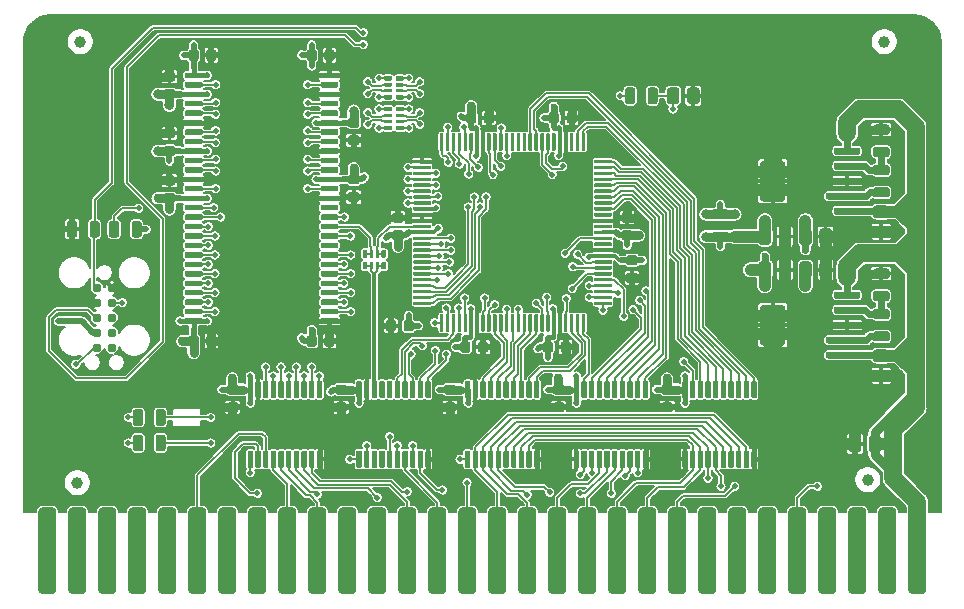
<source format=gtl>
G04 #@! TF.GenerationSoftware,KiCad,Pcbnew,(5.1.5-0-10_14)*
G04 #@! TF.CreationDate,2020-05-14T00:15:50-04:00*
G04 #@! TF.ProjectId,RAM2E,52414d32-452e-46b6-9963-61645f706362,rev?*
G04 #@! TF.SameCoordinates,Original*
G04 #@! TF.FileFunction,Copper,L1,Top*
G04 #@! TF.FilePolarity,Positive*
%FSLAX46Y46*%
G04 Gerber Fmt 4.6, Leading zero omitted, Abs format (unit mm)*
G04 Created by KiCad (PCBNEW (5.1.5-0-10_14)) date 2020-05-14 00:15:50*
%MOMM*%
%LPD*%
G04 APERTURE LIST*
%ADD10C,0.100000*%
%ADD11C,2.000000*%
%ADD12C,0.787400*%
%ADD13C,1.000000*%
%ADD14C,0.500000*%
%ADD15C,0.762000*%
%ADD16C,0.600000*%
%ADD17C,0.800000*%
%ADD18C,1.524000*%
%ADD19C,0.508000*%
%ADD20C,0.450000*%
%ADD21C,0.762000*%
%ADD22C,0.508000*%
%ADD23C,0.600000*%
%ADD24C,1.524000*%
%ADD25C,1.000000*%
%ADD26C,0.800000*%
%ADD27C,0.150000*%
%ADD28C,0.500000*%
%ADD29C,0.250000*%
%ADD30C,0.300000*%
%ADD31C,0.400000*%
%ADD32C,0.254000*%
%ADD33C,0.152400*%
G04 APERTURE END LIST*
G04 #@! TA.AperFunction,SMDPad,CuDef*
D10*
G36*
X225201723Y-94821551D02*
G01*
X225212838Y-94823200D01*
X225223738Y-94825930D01*
X225234317Y-94829716D01*
X225244475Y-94834520D01*
X225254113Y-94840297D01*
X225263138Y-94846990D01*
X225271464Y-94854536D01*
X225279010Y-94862862D01*
X225285703Y-94871887D01*
X225291480Y-94881525D01*
X225296284Y-94891683D01*
X225300070Y-94902262D01*
X225302800Y-94913162D01*
X225304449Y-94924277D01*
X225305000Y-94935500D01*
X225305000Y-95164500D01*
X225304449Y-95175723D01*
X225302800Y-95186838D01*
X225300070Y-95197738D01*
X225296284Y-95208317D01*
X225291480Y-95218475D01*
X225285703Y-95228113D01*
X225279010Y-95237138D01*
X225271464Y-95245464D01*
X225263138Y-95253010D01*
X225254113Y-95259703D01*
X225244475Y-95265480D01*
X225234317Y-95270284D01*
X225223738Y-95274070D01*
X225212838Y-95276800D01*
X225201723Y-95278449D01*
X225190500Y-95279000D01*
X223909500Y-95279000D01*
X223898277Y-95278449D01*
X223887162Y-95276800D01*
X223876262Y-95274070D01*
X223865683Y-95270284D01*
X223855525Y-95265480D01*
X223845887Y-95259703D01*
X223836862Y-95253010D01*
X223828536Y-95245464D01*
X223820990Y-95237138D01*
X223814297Y-95228113D01*
X223808520Y-95218475D01*
X223803716Y-95208317D01*
X223799930Y-95197738D01*
X223797200Y-95186838D01*
X223795551Y-95175723D01*
X223795000Y-95164500D01*
X223795000Y-94935500D01*
X223795551Y-94924277D01*
X223797200Y-94913162D01*
X223799930Y-94902262D01*
X223803716Y-94891683D01*
X223808520Y-94881525D01*
X223814297Y-94871887D01*
X223820990Y-94862862D01*
X223828536Y-94854536D01*
X223836862Y-94846990D01*
X223845887Y-94840297D01*
X223855525Y-94834520D01*
X223865683Y-94829716D01*
X223876262Y-94825930D01*
X223887162Y-94823200D01*
X223898277Y-94821551D01*
X223909500Y-94821000D01*
X225190500Y-94821000D01*
X225201723Y-94821551D01*
G37*
G04 #@! TD.AperFunction*
G04 #@! TA.AperFunction,SMDPad,CuDef*
G36*
X225201723Y-95621551D02*
G01*
X225212838Y-95623200D01*
X225223738Y-95625930D01*
X225234317Y-95629716D01*
X225244475Y-95634520D01*
X225254113Y-95640297D01*
X225263138Y-95646990D01*
X225271464Y-95654536D01*
X225279010Y-95662862D01*
X225285703Y-95671887D01*
X225291480Y-95681525D01*
X225296284Y-95691683D01*
X225300070Y-95702262D01*
X225302800Y-95713162D01*
X225304449Y-95724277D01*
X225305000Y-95735500D01*
X225305000Y-95964500D01*
X225304449Y-95975723D01*
X225302800Y-95986838D01*
X225300070Y-95997738D01*
X225296284Y-96008317D01*
X225291480Y-96018475D01*
X225285703Y-96028113D01*
X225279010Y-96037138D01*
X225271464Y-96045464D01*
X225263138Y-96053010D01*
X225254113Y-96059703D01*
X225244475Y-96065480D01*
X225234317Y-96070284D01*
X225223738Y-96074070D01*
X225212838Y-96076800D01*
X225201723Y-96078449D01*
X225190500Y-96079000D01*
X223909500Y-96079000D01*
X223898277Y-96078449D01*
X223887162Y-96076800D01*
X223876262Y-96074070D01*
X223865683Y-96070284D01*
X223855525Y-96065480D01*
X223845887Y-96059703D01*
X223836862Y-96053010D01*
X223828536Y-96045464D01*
X223820990Y-96037138D01*
X223814297Y-96028113D01*
X223808520Y-96018475D01*
X223803716Y-96008317D01*
X223799930Y-95997738D01*
X223797200Y-95986838D01*
X223795551Y-95975723D01*
X223795000Y-95964500D01*
X223795000Y-95735500D01*
X223795551Y-95724277D01*
X223797200Y-95713162D01*
X223799930Y-95702262D01*
X223803716Y-95691683D01*
X223808520Y-95681525D01*
X223814297Y-95671887D01*
X223820990Y-95662862D01*
X223828536Y-95654536D01*
X223836862Y-95646990D01*
X223845887Y-95640297D01*
X223855525Y-95634520D01*
X223865683Y-95629716D01*
X223876262Y-95625930D01*
X223887162Y-95623200D01*
X223898277Y-95621551D01*
X223909500Y-95621000D01*
X225190500Y-95621000D01*
X225201723Y-95621551D01*
G37*
G04 #@! TD.AperFunction*
G04 #@! TA.AperFunction,SMDPad,CuDef*
G36*
X225201723Y-96421551D02*
G01*
X225212838Y-96423200D01*
X225223738Y-96425930D01*
X225234317Y-96429716D01*
X225244475Y-96434520D01*
X225254113Y-96440297D01*
X225263138Y-96446990D01*
X225271464Y-96454536D01*
X225279010Y-96462862D01*
X225285703Y-96471887D01*
X225291480Y-96481525D01*
X225296284Y-96491683D01*
X225300070Y-96502262D01*
X225302800Y-96513162D01*
X225304449Y-96524277D01*
X225305000Y-96535500D01*
X225305000Y-96764500D01*
X225304449Y-96775723D01*
X225302800Y-96786838D01*
X225300070Y-96797738D01*
X225296284Y-96808317D01*
X225291480Y-96818475D01*
X225285703Y-96828113D01*
X225279010Y-96837138D01*
X225271464Y-96845464D01*
X225263138Y-96853010D01*
X225254113Y-96859703D01*
X225244475Y-96865480D01*
X225234317Y-96870284D01*
X225223738Y-96874070D01*
X225212838Y-96876800D01*
X225201723Y-96878449D01*
X225190500Y-96879000D01*
X223909500Y-96879000D01*
X223898277Y-96878449D01*
X223887162Y-96876800D01*
X223876262Y-96874070D01*
X223865683Y-96870284D01*
X223855525Y-96865480D01*
X223845887Y-96859703D01*
X223836862Y-96853010D01*
X223828536Y-96845464D01*
X223820990Y-96837138D01*
X223814297Y-96828113D01*
X223808520Y-96818475D01*
X223803716Y-96808317D01*
X223799930Y-96797738D01*
X223797200Y-96786838D01*
X223795551Y-96775723D01*
X223795000Y-96764500D01*
X223795000Y-96535500D01*
X223795551Y-96524277D01*
X223797200Y-96513162D01*
X223799930Y-96502262D01*
X223803716Y-96491683D01*
X223808520Y-96481525D01*
X223814297Y-96471887D01*
X223820990Y-96462862D01*
X223828536Y-96454536D01*
X223836862Y-96446990D01*
X223845887Y-96440297D01*
X223855525Y-96434520D01*
X223865683Y-96429716D01*
X223876262Y-96425930D01*
X223887162Y-96423200D01*
X223898277Y-96421551D01*
X223909500Y-96421000D01*
X225190500Y-96421000D01*
X225201723Y-96421551D01*
G37*
G04 #@! TD.AperFunction*
G04 #@! TA.AperFunction,SMDPad,CuDef*
G36*
X225201723Y-97221551D02*
G01*
X225212838Y-97223200D01*
X225223738Y-97225930D01*
X225234317Y-97229716D01*
X225244475Y-97234520D01*
X225254113Y-97240297D01*
X225263138Y-97246990D01*
X225271464Y-97254536D01*
X225279010Y-97262862D01*
X225285703Y-97271887D01*
X225291480Y-97281525D01*
X225296284Y-97291683D01*
X225300070Y-97302262D01*
X225302800Y-97313162D01*
X225304449Y-97324277D01*
X225305000Y-97335500D01*
X225305000Y-97564500D01*
X225304449Y-97575723D01*
X225302800Y-97586838D01*
X225300070Y-97597738D01*
X225296284Y-97608317D01*
X225291480Y-97618475D01*
X225285703Y-97628113D01*
X225279010Y-97637138D01*
X225271464Y-97645464D01*
X225263138Y-97653010D01*
X225254113Y-97659703D01*
X225244475Y-97665480D01*
X225234317Y-97670284D01*
X225223738Y-97674070D01*
X225212838Y-97676800D01*
X225201723Y-97678449D01*
X225190500Y-97679000D01*
X223909500Y-97679000D01*
X223898277Y-97678449D01*
X223887162Y-97676800D01*
X223876262Y-97674070D01*
X223865683Y-97670284D01*
X223855525Y-97665480D01*
X223845887Y-97659703D01*
X223836862Y-97653010D01*
X223828536Y-97645464D01*
X223820990Y-97637138D01*
X223814297Y-97628113D01*
X223808520Y-97618475D01*
X223803716Y-97608317D01*
X223799930Y-97597738D01*
X223797200Y-97586838D01*
X223795551Y-97575723D01*
X223795000Y-97564500D01*
X223795000Y-97335500D01*
X223795551Y-97324277D01*
X223797200Y-97313162D01*
X223799930Y-97302262D01*
X223803716Y-97291683D01*
X223808520Y-97281525D01*
X223814297Y-97271887D01*
X223820990Y-97262862D01*
X223828536Y-97254536D01*
X223836862Y-97246990D01*
X223845887Y-97240297D01*
X223855525Y-97234520D01*
X223865683Y-97229716D01*
X223876262Y-97225930D01*
X223887162Y-97223200D01*
X223898277Y-97221551D01*
X223909500Y-97221000D01*
X225190500Y-97221000D01*
X225201723Y-97221551D01*
G37*
G04 #@! TD.AperFunction*
G04 #@! TA.AperFunction,SMDPad,CuDef*
G36*
X225201723Y-98021551D02*
G01*
X225212838Y-98023200D01*
X225223738Y-98025930D01*
X225234317Y-98029716D01*
X225244475Y-98034520D01*
X225254113Y-98040297D01*
X225263138Y-98046990D01*
X225271464Y-98054536D01*
X225279010Y-98062862D01*
X225285703Y-98071887D01*
X225291480Y-98081525D01*
X225296284Y-98091683D01*
X225300070Y-98102262D01*
X225302800Y-98113162D01*
X225304449Y-98124277D01*
X225305000Y-98135500D01*
X225305000Y-98364500D01*
X225304449Y-98375723D01*
X225302800Y-98386838D01*
X225300070Y-98397738D01*
X225296284Y-98408317D01*
X225291480Y-98418475D01*
X225285703Y-98428113D01*
X225279010Y-98437138D01*
X225271464Y-98445464D01*
X225263138Y-98453010D01*
X225254113Y-98459703D01*
X225244475Y-98465480D01*
X225234317Y-98470284D01*
X225223738Y-98474070D01*
X225212838Y-98476800D01*
X225201723Y-98478449D01*
X225190500Y-98479000D01*
X223909500Y-98479000D01*
X223898277Y-98478449D01*
X223887162Y-98476800D01*
X223876262Y-98474070D01*
X223865683Y-98470284D01*
X223855525Y-98465480D01*
X223845887Y-98459703D01*
X223836862Y-98453010D01*
X223828536Y-98445464D01*
X223820990Y-98437138D01*
X223814297Y-98428113D01*
X223808520Y-98418475D01*
X223803716Y-98408317D01*
X223799930Y-98397738D01*
X223797200Y-98386838D01*
X223795551Y-98375723D01*
X223795000Y-98364500D01*
X223795000Y-98135500D01*
X223795551Y-98124277D01*
X223797200Y-98113162D01*
X223799930Y-98102262D01*
X223803716Y-98091683D01*
X223808520Y-98081525D01*
X223814297Y-98071887D01*
X223820990Y-98062862D01*
X223828536Y-98054536D01*
X223836862Y-98046990D01*
X223845887Y-98040297D01*
X223855525Y-98034520D01*
X223865683Y-98029716D01*
X223876262Y-98025930D01*
X223887162Y-98023200D01*
X223898277Y-98021551D01*
X223909500Y-98021000D01*
X225190500Y-98021000D01*
X225201723Y-98021551D01*
G37*
G04 #@! TD.AperFunction*
G04 #@! TA.AperFunction,SMDPad,CuDef*
G36*
X225201723Y-98821551D02*
G01*
X225212838Y-98823200D01*
X225223738Y-98825930D01*
X225234317Y-98829716D01*
X225244475Y-98834520D01*
X225254113Y-98840297D01*
X225263138Y-98846990D01*
X225271464Y-98854536D01*
X225279010Y-98862862D01*
X225285703Y-98871887D01*
X225291480Y-98881525D01*
X225296284Y-98891683D01*
X225300070Y-98902262D01*
X225302800Y-98913162D01*
X225304449Y-98924277D01*
X225305000Y-98935500D01*
X225305000Y-99164500D01*
X225304449Y-99175723D01*
X225302800Y-99186838D01*
X225300070Y-99197738D01*
X225296284Y-99208317D01*
X225291480Y-99218475D01*
X225285703Y-99228113D01*
X225279010Y-99237138D01*
X225271464Y-99245464D01*
X225263138Y-99253010D01*
X225254113Y-99259703D01*
X225244475Y-99265480D01*
X225234317Y-99270284D01*
X225223738Y-99274070D01*
X225212838Y-99276800D01*
X225201723Y-99278449D01*
X225190500Y-99279000D01*
X223909500Y-99279000D01*
X223898277Y-99278449D01*
X223887162Y-99276800D01*
X223876262Y-99274070D01*
X223865683Y-99270284D01*
X223855525Y-99265480D01*
X223845887Y-99259703D01*
X223836862Y-99253010D01*
X223828536Y-99245464D01*
X223820990Y-99237138D01*
X223814297Y-99228113D01*
X223808520Y-99218475D01*
X223803716Y-99208317D01*
X223799930Y-99197738D01*
X223797200Y-99186838D01*
X223795551Y-99175723D01*
X223795000Y-99164500D01*
X223795000Y-98935500D01*
X223795551Y-98924277D01*
X223797200Y-98913162D01*
X223799930Y-98902262D01*
X223803716Y-98891683D01*
X223808520Y-98881525D01*
X223814297Y-98871887D01*
X223820990Y-98862862D01*
X223828536Y-98854536D01*
X223836862Y-98846990D01*
X223845887Y-98840297D01*
X223855525Y-98834520D01*
X223865683Y-98829716D01*
X223876262Y-98825930D01*
X223887162Y-98823200D01*
X223898277Y-98821551D01*
X223909500Y-98821000D01*
X225190500Y-98821000D01*
X225201723Y-98821551D01*
G37*
G04 #@! TD.AperFunction*
G04 #@! TA.AperFunction,SMDPad,CuDef*
G36*
X225201723Y-99621551D02*
G01*
X225212838Y-99623200D01*
X225223738Y-99625930D01*
X225234317Y-99629716D01*
X225244475Y-99634520D01*
X225254113Y-99640297D01*
X225263138Y-99646990D01*
X225271464Y-99654536D01*
X225279010Y-99662862D01*
X225285703Y-99671887D01*
X225291480Y-99681525D01*
X225296284Y-99691683D01*
X225300070Y-99702262D01*
X225302800Y-99713162D01*
X225304449Y-99724277D01*
X225305000Y-99735500D01*
X225305000Y-99964500D01*
X225304449Y-99975723D01*
X225302800Y-99986838D01*
X225300070Y-99997738D01*
X225296284Y-100008317D01*
X225291480Y-100018475D01*
X225285703Y-100028113D01*
X225279010Y-100037138D01*
X225271464Y-100045464D01*
X225263138Y-100053010D01*
X225254113Y-100059703D01*
X225244475Y-100065480D01*
X225234317Y-100070284D01*
X225223738Y-100074070D01*
X225212838Y-100076800D01*
X225201723Y-100078449D01*
X225190500Y-100079000D01*
X223909500Y-100079000D01*
X223898277Y-100078449D01*
X223887162Y-100076800D01*
X223876262Y-100074070D01*
X223865683Y-100070284D01*
X223855525Y-100065480D01*
X223845887Y-100059703D01*
X223836862Y-100053010D01*
X223828536Y-100045464D01*
X223820990Y-100037138D01*
X223814297Y-100028113D01*
X223808520Y-100018475D01*
X223803716Y-100008317D01*
X223799930Y-99997738D01*
X223797200Y-99986838D01*
X223795551Y-99975723D01*
X223795000Y-99964500D01*
X223795000Y-99735500D01*
X223795551Y-99724277D01*
X223797200Y-99713162D01*
X223799930Y-99702262D01*
X223803716Y-99691683D01*
X223808520Y-99681525D01*
X223814297Y-99671887D01*
X223820990Y-99662862D01*
X223828536Y-99654536D01*
X223836862Y-99646990D01*
X223845887Y-99640297D01*
X223855525Y-99634520D01*
X223865683Y-99629716D01*
X223876262Y-99625930D01*
X223887162Y-99623200D01*
X223898277Y-99621551D01*
X223909500Y-99621000D01*
X225190500Y-99621000D01*
X225201723Y-99621551D01*
G37*
G04 #@! TD.AperFunction*
G04 #@! TA.AperFunction,SMDPad,CuDef*
G36*
X225201723Y-100421551D02*
G01*
X225212838Y-100423200D01*
X225223738Y-100425930D01*
X225234317Y-100429716D01*
X225244475Y-100434520D01*
X225254113Y-100440297D01*
X225263138Y-100446990D01*
X225271464Y-100454536D01*
X225279010Y-100462862D01*
X225285703Y-100471887D01*
X225291480Y-100481525D01*
X225296284Y-100491683D01*
X225300070Y-100502262D01*
X225302800Y-100513162D01*
X225304449Y-100524277D01*
X225305000Y-100535500D01*
X225305000Y-100764500D01*
X225304449Y-100775723D01*
X225302800Y-100786838D01*
X225300070Y-100797738D01*
X225296284Y-100808317D01*
X225291480Y-100818475D01*
X225285703Y-100828113D01*
X225279010Y-100837138D01*
X225271464Y-100845464D01*
X225263138Y-100853010D01*
X225254113Y-100859703D01*
X225244475Y-100865480D01*
X225234317Y-100870284D01*
X225223738Y-100874070D01*
X225212838Y-100876800D01*
X225201723Y-100878449D01*
X225190500Y-100879000D01*
X223909500Y-100879000D01*
X223898277Y-100878449D01*
X223887162Y-100876800D01*
X223876262Y-100874070D01*
X223865683Y-100870284D01*
X223855525Y-100865480D01*
X223845887Y-100859703D01*
X223836862Y-100853010D01*
X223828536Y-100845464D01*
X223820990Y-100837138D01*
X223814297Y-100828113D01*
X223808520Y-100818475D01*
X223803716Y-100808317D01*
X223799930Y-100797738D01*
X223797200Y-100786838D01*
X223795551Y-100775723D01*
X223795000Y-100764500D01*
X223795000Y-100535500D01*
X223795551Y-100524277D01*
X223797200Y-100513162D01*
X223799930Y-100502262D01*
X223803716Y-100491683D01*
X223808520Y-100481525D01*
X223814297Y-100471887D01*
X223820990Y-100462862D01*
X223828536Y-100454536D01*
X223836862Y-100446990D01*
X223845887Y-100440297D01*
X223855525Y-100434520D01*
X223865683Y-100429716D01*
X223876262Y-100425930D01*
X223887162Y-100423200D01*
X223898277Y-100421551D01*
X223909500Y-100421000D01*
X225190500Y-100421000D01*
X225201723Y-100421551D01*
G37*
G04 #@! TD.AperFunction*
G04 #@! TA.AperFunction,SMDPad,CuDef*
G36*
X225201723Y-101221551D02*
G01*
X225212838Y-101223200D01*
X225223738Y-101225930D01*
X225234317Y-101229716D01*
X225244475Y-101234520D01*
X225254113Y-101240297D01*
X225263138Y-101246990D01*
X225271464Y-101254536D01*
X225279010Y-101262862D01*
X225285703Y-101271887D01*
X225291480Y-101281525D01*
X225296284Y-101291683D01*
X225300070Y-101302262D01*
X225302800Y-101313162D01*
X225304449Y-101324277D01*
X225305000Y-101335500D01*
X225305000Y-101564500D01*
X225304449Y-101575723D01*
X225302800Y-101586838D01*
X225300070Y-101597738D01*
X225296284Y-101608317D01*
X225291480Y-101618475D01*
X225285703Y-101628113D01*
X225279010Y-101637138D01*
X225271464Y-101645464D01*
X225263138Y-101653010D01*
X225254113Y-101659703D01*
X225244475Y-101665480D01*
X225234317Y-101670284D01*
X225223738Y-101674070D01*
X225212838Y-101676800D01*
X225201723Y-101678449D01*
X225190500Y-101679000D01*
X223909500Y-101679000D01*
X223898277Y-101678449D01*
X223887162Y-101676800D01*
X223876262Y-101674070D01*
X223865683Y-101670284D01*
X223855525Y-101665480D01*
X223845887Y-101659703D01*
X223836862Y-101653010D01*
X223828536Y-101645464D01*
X223820990Y-101637138D01*
X223814297Y-101628113D01*
X223808520Y-101618475D01*
X223803716Y-101608317D01*
X223799930Y-101597738D01*
X223797200Y-101586838D01*
X223795551Y-101575723D01*
X223795000Y-101564500D01*
X223795000Y-101335500D01*
X223795551Y-101324277D01*
X223797200Y-101313162D01*
X223799930Y-101302262D01*
X223803716Y-101291683D01*
X223808520Y-101281525D01*
X223814297Y-101271887D01*
X223820990Y-101262862D01*
X223828536Y-101254536D01*
X223836862Y-101246990D01*
X223845887Y-101240297D01*
X223855525Y-101234520D01*
X223865683Y-101229716D01*
X223876262Y-101225930D01*
X223887162Y-101223200D01*
X223898277Y-101221551D01*
X223909500Y-101221000D01*
X225190500Y-101221000D01*
X225201723Y-101221551D01*
G37*
G04 #@! TD.AperFunction*
G04 #@! TA.AperFunction,SMDPad,CuDef*
G36*
X225201723Y-102021551D02*
G01*
X225212838Y-102023200D01*
X225223738Y-102025930D01*
X225234317Y-102029716D01*
X225244475Y-102034520D01*
X225254113Y-102040297D01*
X225263138Y-102046990D01*
X225271464Y-102054536D01*
X225279010Y-102062862D01*
X225285703Y-102071887D01*
X225291480Y-102081525D01*
X225296284Y-102091683D01*
X225300070Y-102102262D01*
X225302800Y-102113162D01*
X225304449Y-102124277D01*
X225305000Y-102135500D01*
X225305000Y-102364500D01*
X225304449Y-102375723D01*
X225302800Y-102386838D01*
X225300070Y-102397738D01*
X225296284Y-102408317D01*
X225291480Y-102418475D01*
X225285703Y-102428113D01*
X225279010Y-102437138D01*
X225271464Y-102445464D01*
X225263138Y-102453010D01*
X225254113Y-102459703D01*
X225244475Y-102465480D01*
X225234317Y-102470284D01*
X225223738Y-102474070D01*
X225212838Y-102476800D01*
X225201723Y-102478449D01*
X225190500Y-102479000D01*
X223909500Y-102479000D01*
X223898277Y-102478449D01*
X223887162Y-102476800D01*
X223876262Y-102474070D01*
X223865683Y-102470284D01*
X223855525Y-102465480D01*
X223845887Y-102459703D01*
X223836862Y-102453010D01*
X223828536Y-102445464D01*
X223820990Y-102437138D01*
X223814297Y-102428113D01*
X223808520Y-102418475D01*
X223803716Y-102408317D01*
X223799930Y-102397738D01*
X223797200Y-102386838D01*
X223795551Y-102375723D01*
X223795000Y-102364500D01*
X223795000Y-102135500D01*
X223795551Y-102124277D01*
X223797200Y-102113162D01*
X223799930Y-102102262D01*
X223803716Y-102091683D01*
X223808520Y-102081525D01*
X223814297Y-102071887D01*
X223820990Y-102062862D01*
X223828536Y-102054536D01*
X223836862Y-102046990D01*
X223845887Y-102040297D01*
X223855525Y-102034520D01*
X223865683Y-102029716D01*
X223876262Y-102025930D01*
X223887162Y-102023200D01*
X223898277Y-102021551D01*
X223909500Y-102021000D01*
X225190500Y-102021000D01*
X225201723Y-102021551D01*
G37*
G04 #@! TD.AperFunction*
G04 #@! TA.AperFunction,SMDPad,CuDef*
G36*
X225201723Y-102821551D02*
G01*
X225212838Y-102823200D01*
X225223738Y-102825930D01*
X225234317Y-102829716D01*
X225244475Y-102834520D01*
X225254113Y-102840297D01*
X225263138Y-102846990D01*
X225271464Y-102854536D01*
X225279010Y-102862862D01*
X225285703Y-102871887D01*
X225291480Y-102881525D01*
X225296284Y-102891683D01*
X225300070Y-102902262D01*
X225302800Y-102913162D01*
X225304449Y-102924277D01*
X225305000Y-102935500D01*
X225305000Y-103164500D01*
X225304449Y-103175723D01*
X225302800Y-103186838D01*
X225300070Y-103197738D01*
X225296284Y-103208317D01*
X225291480Y-103218475D01*
X225285703Y-103228113D01*
X225279010Y-103237138D01*
X225271464Y-103245464D01*
X225263138Y-103253010D01*
X225254113Y-103259703D01*
X225244475Y-103265480D01*
X225234317Y-103270284D01*
X225223738Y-103274070D01*
X225212838Y-103276800D01*
X225201723Y-103278449D01*
X225190500Y-103279000D01*
X223909500Y-103279000D01*
X223898277Y-103278449D01*
X223887162Y-103276800D01*
X223876262Y-103274070D01*
X223865683Y-103270284D01*
X223855525Y-103265480D01*
X223845887Y-103259703D01*
X223836862Y-103253010D01*
X223828536Y-103245464D01*
X223820990Y-103237138D01*
X223814297Y-103228113D01*
X223808520Y-103218475D01*
X223803716Y-103208317D01*
X223799930Y-103197738D01*
X223797200Y-103186838D01*
X223795551Y-103175723D01*
X223795000Y-103164500D01*
X223795000Y-102935500D01*
X223795551Y-102924277D01*
X223797200Y-102913162D01*
X223799930Y-102902262D01*
X223803716Y-102891683D01*
X223808520Y-102881525D01*
X223814297Y-102871887D01*
X223820990Y-102862862D01*
X223828536Y-102854536D01*
X223836862Y-102846990D01*
X223845887Y-102840297D01*
X223855525Y-102834520D01*
X223865683Y-102829716D01*
X223876262Y-102825930D01*
X223887162Y-102823200D01*
X223898277Y-102821551D01*
X223909500Y-102821000D01*
X225190500Y-102821000D01*
X225201723Y-102821551D01*
G37*
G04 #@! TD.AperFunction*
G04 #@! TA.AperFunction,SMDPad,CuDef*
G36*
X225201723Y-103621551D02*
G01*
X225212838Y-103623200D01*
X225223738Y-103625930D01*
X225234317Y-103629716D01*
X225244475Y-103634520D01*
X225254113Y-103640297D01*
X225263138Y-103646990D01*
X225271464Y-103654536D01*
X225279010Y-103662862D01*
X225285703Y-103671887D01*
X225291480Y-103681525D01*
X225296284Y-103691683D01*
X225300070Y-103702262D01*
X225302800Y-103713162D01*
X225304449Y-103724277D01*
X225305000Y-103735500D01*
X225305000Y-103964500D01*
X225304449Y-103975723D01*
X225302800Y-103986838D01*
X225300070Y-103997738D01*
X225296284Y-104008317D01*
X225291480Y-104018475D01*
X225285703Y-104028113D01*
X225279010Y-104037138D01*
X225271464Y-104045464D01*
X225263138Y-104053010D01*
X225254113Y-104059703D01*
X225244475Y-104065480D01*
X225234317Y-104070284D01*
X225223738Y-104074070D01*
X225212838Y-104076800D01*
X225201723Y-104078449D01*
X225190500Y-104079000D01*
X223909500Y-104079000D01*
X223898277Y-104078449D01*
X223887162Y-104076800D01*
X223876262Y-104074070D01*
X223865683Y-104070284D01*
X223855525Y-104065480D01*
X223845887Y-104059703D01*
X223836862Y-104053010D01*
X223828536Y-104045464D01*
X223820990Y-104037138D01*
X223814297Y-104028113D01*
X223808520Y-104018475D01*
X223803716Y-104008317D01*
X223799930Y-103997738D01*
X223797200Y-103986838D01*
X223795551Y-103975723D01*
X223795000Y-103964500D01*
X223795000Y-103735500D01*
X223795551Y-103724277D01*
X223797200Y-103713162D01*
X223799930Y-103702262D01*
X223803716Y-103691683D01*
X223808520Y-103681525D01*
X223814297Y-103671887D01*
X223820990Y-103662862D01*
X223828536Y-103654536D01*
X223836862Y-103646990D01*
X223845887Y-103640297D01*
X223855525Y-103634520D01*
X223865683Y-103629716D01*
X223876262Y-103625930D01*
X223887162Y-103623200D01*
X223898277Y-103621551D01*
X223909500Y-103621000D01*
X225190500Y-103621000D01*
X225201723Y-103621551D01*
G37*
G04 #@! TD.AperFunction*
G04 #@! TA.AperFunction,SMDPad,CuDef*
G36*
X225201723Y-104421551D02*
G01*
X225212838Y-104423200D01*
X225223738Y-104425930D01*
X225234317Y-104429716D01*
X225244475Y-104434520D01*
X225254113Y-104440297D01*
X225263138Y-104446990D01*
X225271464Y-104454536D01*
X225279010Y-104462862D01*
X225285703Y-104471887D01*
X225291480Y-104481525D01*
X225296284Y-104491683D01*
X225300070Y-104502262D01*
X225302800Y-104513162D01*
X225304449Y-104524277D01*
X225305000Y-104535500D01*
X225305000Y-104764500D01*
X225304449Y-104775723D01*
X225302800Y-104786838D01*
X225300070Y-104797738D01*
X225296284Y-104808317D01*
X225291480Y-104818475D01*
X225285703Y-104828113D01*
X225279010Y-104837138D01*
X225271464Y-104845464D01*
X225263138Y-104853010D01*
X225254113Y-104859703D01*
X225244475Y-104865480D01*
X225234317Y-104870284D01*
X225223738Y-104874070D01*
X225212838Y-104876800D01*
X225201723Y-104878449D01*
X225190500Y-104879000D01*
X223909500Y-104879000D01*
X223898277Y-104878449D01*
X223887162Y-104876800D01*
X223876262Y-104874070D01*
X223865683Y-104870284D01*
X223855525Y-104865480D01*
X223845887Y-104859703D01*
X223836862Y-104853010D01*
X223828536Y-104845464D01*
X223820990Y-104837138D01*
X223814297Y-104828113D01*
X223808520Y-104818475D01*
X223803716Y-104808317D01*
X223799930Y-104797738D01*
X223797200Y-104786838D01*
X223795551Y-104775723D01*
X223795000Y-104764500D01*
X223795000Y-104535500D01*
X223795551Y-104524277D01*
X223797200Y-104513162D01*
X223799930Y-104502262D01*
X223803716Y-104491683D01*
X223808520Y-104481525D01*
X223814297Y-104471887D01*
X223820990Y-104462862D01*
X223828536Y-104454536D01*
X223836862Y-104446990D01*
X223845887Y-104440297D01*
X223855525Y-104434520D01*
X223865683Y-104429716D01*
X223876262Y-104425930D01*
X223887162Y-104423200D01*
X223898277Y-104421551D01*
X223909500Y-104421000D01*
X225190500Y-104421000D01*
X225201723Y-104421551D01*
G37*
G04 #@! TD.AperFunction*
G04 #@! TA.AperFunction,SMDPad,CuDef*
G36*
X225201723Y-105221551D02*
G01*
X225212838Y-105223200D01*
X225223738Y-105225930D01*
X225234317Y-105229716D01*
X225244475Y-105234520D01*
X225254113Y-105240297D01*
X225263138Y-105246990D01*
X225271464Y-105254536D01*
X225279010Y-105262862D01*
X225285703Y-105271887D01*
X225291480Y-105281525D01*
X225296284Y-105291683D01*
X225300070Y-105302262D01*
X225302800Y-105313162D01*
X225304449Y-105324277D01*
X225305000Y-105335500D01*
X225305000Y-105564500D01*
X225304449Y-105575723D01*
X225302800Y-105586838D01*
X225300070Y-105597738D01*
X225296284Y-105608317D01*
X225291480Y-105618475D01*
X225285703Y-105628113D01*
X225279010Y-105637138D01*
X225271464Y-105645464D01*
X225263138Y-105653010D01*
X225254113Y-105659703D01*
X225244475Y-105665480D01*
X225234317Y-105670284D01*
X225223738Y-105674070D01*
X225212838Y-105676800D01*
X225201723Y-105678449D01*
X225190500Y-105679000D01*
X223909500Y-105679000D01*
X223898277Y-105678449D01*
X223887162Y-105676800D01*
X223876262Y-105674070D01*
X223865683Y-105670284D01*
X223855525Y-105665480D01*
X223845887Y-105659703D01*
X223836862Y-105653010D01*
X223828536Y-105645464D01*
X223820990Y-105637138D01*
X223814297Y-105628113D01*
X223808520Y-105618475D01*
X223803716Y-105608317D01*
X223799930Y-105597738D01*
X223797200Y-105586838D01*
X223795551Y-105575723D01*
X223795000Y-105564500D01*
X223795000Y-105335500D01*
X223795551Y-105324277D01*
X223797200Y-105313162D01*
X223799930Y-105302262D01*
X223803716Y-105291683D01*
X223808520Y-105281525D01*
X223814297Y-105271887D01*
X223820990Y-105262862D01*
X223828536Y-105254536D01*
X223836862Y-105246990D01*
X223845887Y-105240297D01*
X223855525Y-105234520D01*
X223865683Y-105229716D01*
X223876262Y-105225930D01*
X223887162Y-105223200D01*
X223898277Y-105221551D01*
X223909500Y-105221000D01*
X225190500Y-105221000D01*
X225201723Y-105221551D01*
G37*
G04 #@! TD.AperFunction*
G04 #@! TA.AperFunction,SMDPad,CuDef*
G36*
X225201723Y-106021551D02*
G01*
X225212838Y-106023200D01*
X225223738Y-106025930D01*
X225234317Y-106029716D01*
X225244475Y-106034520D01*
X225254113Y-106040297D01*
X225263138Y-106046990D01*
X225271464Y-106054536D01*
X225279010Y-106062862D01*
X225285703Y-106071887D01*
X225291480Y-106081525D01*
X225296284Y-106091683D01*
X225300070Y-106102262D01*
X225302800Y-106113162D01*
X225304449Y-106124277D01*
X225305000Y-106135500D01*
X225305000Y-106364500D01*
X225304449Y-106375723D01*
X225302800Y-106386838D01*
X225300070Y-106397738D01*
X225296284Y-106408317D01*
X225291480Y-106418475D01*
X225285703Y-106428113D01*
X225279010Y-106437138D01*
X225271464Y-106445464D01*
X225263138Y-106453010D01*
X225254113Y-106459703D01*
X225244475Y-106465480D01*
X225234317Y-106470284D01*
X225223738Y-106474070D01*
X225212838Y-106476800D01*
X225201723Y-106478449D01*
X225190500Y-106479000D01*
X223909500Y-106479000D01*
X223898277Y-106478449D01*
X223887162Y-106476800D01*
X223876262Y-106474070D01*
X223865683Y-106470284D01*
X223855525Y-106465480D01*
X223845887Y-106459703D01*
X223836862Y-106453010D01*
X223828536Y-106445464D01*
X223820990Y-106437138D01*
X223814297Y-106428113D01*
X223808520Y-106418475D01*
X223803716Y-106408317D01*
X223799930Y-106397738D01*
X223797200Y-106386838D01*
X223795551Y-106375723D01*
X223795000Y-106364500D01*
X223795000Y-106135500D01*
X223795551Y-106124277D01*
X223797200Y-106113162D01*
X223799930Y-106102262D01*
X223803716Y-106091683D01*
X223808520Y-106081525D01*
X223814297Y-106071887D01*
X223820990Y-106062862D01*
X223828536Y-106054536D01*
X223836862Y-106046990D01*
X223845887Y-106040297D01*
X223855525Y-106034520D01*
X223865683Y-106029716D01*
X223876262Y-106025930D01*
X223887162Y-106023200D01*
X223898277Y-106021551D01*
X223909500Y-106021000D01*
X225190500Y-106021000D01*
X225201723Y-106021551D01*
G37*
G04 #@! TD.AperFunction*
G04 #@! TA.AperFunction,SMDPad,CuDef*
G36*
X225201723Y-106821551D02*
G01*
X225212838Y-106823200D01*
X225223738Y-106825930D01*
X225234317Y-106829716D01*
X225244475Y-106834520D01*
X225254113Y-106840297D01*
X225263138Y-106846990D01*
X225271464Y-106854536D01*
X225279010Y-106862862D01*
X225285703Y-106871887D01*
X225291480Y-106881525D01*
X225296284Y-106891683D01*
X225300070Y-106902262D01*
X225302800Y-106913162D01*
X225304449Y-106924277D01*
X225305000Y-106935500D01*
X225305000Y-107164500D01*
X225304449Y-107175723D01*
X225302800Y-107186838D01*
X225300070Y-107197738D01*
X225296284Y-107208317D01*
X225291480Y-107218475D01*
X225285703Y-107228113D01*
X225279010Y-107237138D01*
X225271464Y-107245464D01*
X225263138Y-107253010D01*
X225254113Y-107259703D01*
X225244475Y-107265480D01*
X225234317Y-107270284D01*
X225223738Y-107274070D01*
X225212838Y-107276800D01*
X225201723Y-107278449D01*
X225190500Y-107279000D01*
X223909500Y-107279000D01*
X223898277Y-107278449D01*
X223887162Y-107276800D01*
X223876262Y-107274070D01*
X223865683Y-107270284D01*
X223855525Y-107265480D01*
X223845887Y-107259703D01*
X223836862Y-107253010D01*
X223828536Y-107245464D01*
X223820990Y-107237138D01*
X223814297Y-107228113D01*
X223808520Y-107218475D01*
X223803716Y-107208317D01*
X223799930Y-107197738D01*
X223797200Y-107186838D01*
X223795551Y-107175723D01*
X223795000Y-107164500D01*
X223795000Y-106935500D01*
X223795551Y-106924277D01*
X223797200Y-106913162D01*
X223799930Y-106902262D01*
X223803716Y-106891683D01*
X223808520Y-106881525D01*
X223814297Y-106871887D01*
X223820990Y-106862862D01*
X223828536Y-106854536D01*
X223836862Y-106846990D01*
X223845887Y-106840297D01*
X223855525Y-106834520D01*
X223865683Y-106829716D01*
X223876262Y-106825930D01*
X223887162Y-106823200D01*
X223898277Y-106821551D01*
X223909500Y-106821000D01*
X225190500Y-106821000D01*
X225201723Y-106821551D01*
G37*
G04 #@! TD.AperFunction*
G04 #@! TA.AperFunction,SMDPad,CuDef*
G36*
X225201723Y-107621551D02*
G01*
X225212838Y-107623200D01*
X225223738Y-107625930D01*
X225234317Y-107629716D01*
X225244475Y-107634520D01*
X225254113Y-107640297D01*
X225263138Y-107646990D01*
X225271464Y-107654536D01*
X225279010Y-107662862D01*
X225285703Y-107671887D01*
X225291480Y-107681525D01*
X225296284Y-107691683D01*
X225300070Y-107702262D01*
X225302800Y-107713162D01*
X225304449Y-107724277D01*
X225305000Y-107735500D01*
X225305000Y-107964500D01*
X225304449Y-107975723D01*
X225302800Y-107986838D01*
X225300070Y-107997738D01*
X225296284Y-108008317D01*
X225291480Y-108018475D01*
X225285703Y-108028113D01*
X225279010Y-108037138D01*
X225271464Y-108045464D01*
X225263138Y-108053010D01*
X225254113Y-108059703D01*
X225244475Y-108065480D01*
X225234317Y-108070284D01*
X225223738Y-108074070D01*
X225212838Y-108076800D01*
X225201723Y-108078449D01*
X225190500Y-108079000D01*
X223909500Y-108079000D01*
X223898277Y-108078449D01*
X223887162Y-108076800D01*
X223876262Y-108074070D01*
X223865683Y-108070284D01*
X223855525Y-108065480D01*
X223845887Y-108059703D01*
X223836862Y-108053010D01*
X223828536Y-108045464D01*
X223820990Y-108037138D01*
X223814297Y-108028113D01*
X223808520Y-108018475D01*
X223803716Y-108008317D01*
X223799930Y-107997738D01*
X223797200Y-107986838D01*
X223795551Y-107975723D01*
X223795000Y-107964500D01*
X223795000Y-107735500D01*
X223795551Y-107724277D01*
X223797200Y-107713162D01*
X223799930Y-107702262D01*
X223803716Y-107691683D01*
X223808520Y-107681525D01*
X223814297Y-107671887D01*
X223820990Y-107662862D01*
X223828536Y-107654536D01*
X223836862Y-107646990D01*
X223845887Y-107640297D01*
X223855525Y-107634520D01*
X223865683Y-107629716D01*
X223876262Y-107625930D01*
X223887162Y-107623200D01*
X223898277Y-107621551D01*
X223909500Y-107621000D01*
X225190500Y-107621000D01*
X225201723Y-107621551D01*
G37*
G04 #@! TD.AperFunction*
G04 #@! TA.AperFunction,SMDPad,CuDef*
G36*
X225201723Y-108421551D02*
G01*
X225212838Y-108423200D01*
X225223738Y-108425930D01*
X225234317Y-108429716D01*
X225244475Y-108434520D01*
X225254113Y-108440297D01*
X225263138Y-108446990D01*
X225271464Y-108454536D01*
X225279010Y-108462862D01*
X225285703Y-108471887D01*
X225291480Y-108481525D01*
X225296284Y-108491683D01*
X225300070Y-108502262D01*
X225302800Y-108513162D01*
X225304449Y-108524277D01*
X225305000Y-108535500D01*
X225305000Y-108764500D01*
X225304449Y-108775723D01*
X225302800Y-108786838D01*
X225300070Y-108797738D01*
X225296284Y-108808317D01*
X225291480Y-108818475D01*
X225285703Y-108828113D01*
X225279010Y-108837138D01*
X225271464Y-108845464D01*
X225263138Y-108853010D01*
X225254113Y-108859703D01*
X225244475Y-108865480D01*
X225234317Y-108870284D01*
X225223738Y-108874070D01*
X225212838Y-108876800D01*
X225201723Y-108878449D01*
X225190500Y-108879000D01*
X223909500Y-108879000D01*
X223898277Y-108878449D01*
X223887162Y-108876800D01*
X223876262Y-108874070D01*
X223865683Y-108870284D01*
X223855525Y-108865480D01*
X223845887Y-108859703D01*
X223836862Y-108853010D01*
X223828536Y-108845464D01*
X223820990Y-108837138D01*
X223814297Y-108828113D01*
X223808520Y-108818475D01*
X223803716Y-108808317D01*
X223799930Y-108797738D01*
X223797200Y-108786838D01*
X223795551Y-108775723D01*
X223795000Y-108764500D01*
X223795000Y-108535500D01*
X223795551Y-108524277D01*
X223797200Y-108513162D01*
X223799930Y-108502262D01*
X223803716Y-108491683D01*
X223808520Y-108481525D01*
X223814297Y-108471887D01*
X223820990Y-108462862D01*
X223828536Y-108454536D01*
X223836862Y-108446990D01*
X223845887Y-108440297D01*
X223855525Y-108434520D01*
X223865683Y-108429716D01*
X223876262Y-108425930D01*
X223887162Y-108423200D01*
X223898277Y-108421551D01*
X223909500Y-108421000D01*
X225190500Y-108421000D01*
X225201723Y-108421551D01*
G37*
G04 #@! TD.AperFunction*
G04 #@! TA.AperFunction,SMDPad,CuDef*
G36*
X225201723Y-109221551D02*
G01*
X225212838Y-109223200D01*
X225223738Y-109225930D01*
X225234317Y-109229716D01*
X225244475Y-109234520D01*
X225254113Y-109240297D01*
X225263138Y-109246990D01*
X225271464Y-109254536D01*
X225279010Y-109262862D01*
X225285703Y-109271887D01*
X225291480Y-109281525D01*
X225296284Y-109291683D01*
X225300070Y-109302262D01*
X225302800Y-109313162D01*
X225304449Y-109324277D01*
X225305000Y-109335500D01*
X225305000Y-109564500D01*
X225304449Y-109575723D01*
X225302800Y-109586838D01*
X225300070Y-109597738D01*
X225296284Y-109608317D01*
X225291480Y-109618475D01*
X225285703Y-109628113D01*
X225279010Y-109637138D01*
X225271464Y-109645464D01*
X225263138Y-109653010D01*
X225254113Y-109659703D01*
X225244475Y-109665480D01*
X225234317Y-109670284D01*
X225223738Y-109674070D01*
X225212838Y-109676800D01*
X225201723Y-109678449D01*
X225190500Y-109679000D01*
X223909500Y-109679000D01*
X223898277Y-109678449D01*
X223887162Y-109676800D01*
X223876262Y-109674070D01*
X223865683Y-109670284D01*
X223855525Y-109665480D01*
X223845887Y-109659703D01*
X223836862Y-109653010D01*
X223828536Y-109645464D01*
X223820990Y-109637138D01*
X223814297Y-109628113D01*
X223808520Y-109618475D01*
X223803716Y-109608317D01*
X223799930Y-109597738D01*
X223797200Y-109586838D01*
X223795551Y-109575723D01*
X223795000Y-109564500D01*
X223795000Y-109335500D01*
X223795551Y-109324277D01*
X223797200Y-109313162D01*
X223799930Y-109302262D01*
X223803716Y-109291683D01*
X223808520Y-109281525D01*
X223814297Y-109271887D01*
X223820990Y-109262862D01*
X223828536Y-109254536D01*
X223836862Y-109246990D01*
X223845887Y-109240297D01*
X223855525Y-109234520D01*
X223865683Y-109229716D01*
X223876262Y-109225930D01*
X223887162Y-109223200D01*
X223898277Y-109221551D01*
X223909500Y-109221000D01*
X225190500Y-109221000D01*
X225201723Y-109221551D01*
G37*
G04 #@! TD.AperFunction*
G04 #@! TA.AperFunction,SMDPad,CuDef*
G36*
X225201723Y-110021551D02*
G01*
X225212838Y-110023200D01*
X225223738Y-110025930D01*
X225234317Y-110029716D01*
X225244475Y-110034520D01*
X225254113Y-110040297D01*
X225263138Y-110046990D01*
X225271464Y-110054536D01*
X225279010Y-110062862D01*
X225285703Y-110071887D01*
X225291480Y-110081525D01*
X225296284Y-110091683D01*
X225300070Y-110102262D01*
X225302800Y-110113162D01*
X225304449Y-110124277D01*
X225305000Y-110135500D01*
X225305000Y-110364500D01*
X225304449Y-110375723D01*
X225302800Y-110386838D01*
X225300070Y-110397738D01*
X225296284Y-110408317D01*
X225291480Y-110418475D01*
X225285703Y-110428113D01*
X225279010Y-110437138D01*
X225271464Y-110445464D01*
X225263138Y-110453010D01*
X225254113Y-110459703D01*
X225244475Y-110465480D01*
X225234317Y-110470284D01*
X225223738Y-110474070D01*
X225212838Y-110476800D01*
X225201723Y-110478449D01*
X225190500Y-110479000D01*
X223909500Y-110479000D01*
X223898277Y-110478449D01*
X223887162Y-110476800D01*
X223876262Y-110474070D01*
X223865683Y-110470284D01*
X223855525Y-110465480D01*
X223845887Y-110459703D01*
X223836862Y-110453010D01*
X223828536Y-110445464D01*
X223820990Y-110437138D01*
X223814297Y-110428113D01*
X223808520Y-110418475D01*
X223803716Y-110408317D01*
X223799930Y-110397738D01*
X223797200Y-110386838D01*
X223795551Y-110375723D01*
X223795000Y-110364500D01*
X223795000Y-110135500D01*
X223795551Y-110124277D01*
X223797200Y-110113162D01*
X223799930Y-110102262D01*
X223803716Y-110091683D01*
X223808520Y-110081525D01*
X223814297Y-110071887D01*
X223820990Y-110062862D01*
X223828536Y-110054536D01*
X223836862Y-110046990D01*
X223845887Y-110040297D01*
X223855525Y-110034520D01*
X223865683Y-110029716D01*
X223876262Y-110025930D01*
X223887162Y-110023200D01*
X223898277Y-110021551D01*
X223909500Y-110021000D01*
X225190500Y-110021000D01*
X225201723Y-110021551D01*
G37*
G04 #@! TD.AperFunction*
G04 #@! TA.AperFunction,SMDPad,CuDef*
G36*
X225201723Y-110821551D02*
G01*
X225212838Y-110823200D01*
X225223738Y-110825930D01*
X225234317Y-110829716D01*
X225244475Y-110834520D01*
X225254113Y-110840297D01*
X225263138Y-110846990D01*
X225271464Y-110854536D01*
X225279010Y-110862862D01*
X225285703Y-110871887D01*
X225291480Y-110881525D01*
X225296284Y-110891683D01*
X225300070Y-110902262D01*
X225302800Y-110913162D01*
X225304449Y-110924277D01*
X225305000Y-110935500D01*
X225305000Y-111164500D01*
X225304449Y-111175723D01*
X225302800Y-111186838D01*
X225300070Y-111197738D01*
X225296284Y-111208317D01*
X225291480Y-111218475D01*
X225285703Y-111228113D01*
X225279010Y-111237138D01*
X225271464Y-111245464D01*
X225263138Y-111253010D01*
X225254113Y-111259703D01*
X225244475Y-111265480D01*
X225234317Y-111270284D01*
X225223738Y-111274070D01*
X225212838Y-111276800D01*
X225201723Y-111278449D01*
X225190500Y-111279000D01*
X223909500Y-111279000D01*
X223898277Y-111278449D01*
X223887162Y-111276800D01*
X223876262Y-111274070D01*
X223865683Y-111270284D01*
X223855525Y-111265480D01*
X223845887Y-111259703D01*
X223836862Y-111253010D01*
X223828536Y-111245464D01*
X223820990Y-111237138D01*
X223814297Y-111228113D01*
X223808520Y-111218475D01*
X223803716Y-111208317D01*
X223799930Y-111197738D01*
X223797200Y-111186838D01*
X223795551Y-111175723D01*
X223795000Y-111164500D01*
X223795000Y-110935500D01*
X223795551Y-110924277D01*
X223797200Y-110913162D01*
X223799930Y-110902262D01*
X223803716Y-110891683D01*
X223808520Y-110881525D01*
X223814297Y-110871887D01*
X223820990Y-110862862D01*
X223828536Y-110854536D01*
X223836862Y-110846990D01*
X223845887Y-110840297D01*
X223855525Y-110834520D01*
X223865683Y-110829716D01*
X223876262Y-110825930D01*
X223887162Y-110823200D01*
X223898277Y-110821551D01*
X223909500Y-110821000D01*
X225190500Y-110821000D01*
X225201723Y-110821551D01*
G37*
G04 #@! TD.AperFunction*
G04 #@! TA.AperFunction,SMDPad,CuDef*
G36*
X225201723Y-111621551D02*
G01*
X225212838Y-111623200D01*
X225223738Y-111625930D01*
X225234317Y-111629716D01*
X225244475Y-111634520D01*
X225254113Y-111640297D01*
X225263138Y-111646990D01*
X225271464Y-111654536D01*
X225279010Y-111662862D01*
X225285703Y-111671887D01*
X225291480Y-111681525D01*
X225296284Y-111691683D01*
X225300070Y-111702262D01*
X225302800Y-111713162D01*
X225304449Y-111724277D01*
X225305000Y-111735500D01*
X225305000Y-111964500D01*
X225304449Y-111975723D01*
X225302800Y-111986838D01*
X225300070Y-111997738D01*
X225296284Y-112008317D01*
X225291480Y-112018475D01*
X225285703Y-112028113D01*
X225279010Y-112037138D01*
X225271464Y-112045464D01*
X225263138Y-112053010D01*
X225254113Y-112059703D01*
X225244475Y-112065480D01*
X225234317Y-112070284D01*
X225223738Y-112074070D01*
X225212838Y-112076800D01*
X225201723Y-112078449D01*
X225190500Y-112079000D01*
X223909500Y-112079000D01*
X223898277Y-112078449D01*
X223887162Y-112076800D01*
X223876262Y-112074070D01*
X223865683Y-112070284D01*
X223855525Y-112065480D01*
X223845887Y-112059703D01*
X223836862Y-112053010D01*
X223828536Y-112045464D01*
X223820990Y-112037138D01*
X223814297Y-112028113D01*
X223808520Y-112018475D01*
X223803716Y-112008317D01*
X223799930Y-111997738D01*
X223797200Y-111986838D01*
X223795551Y-111975723D01*
X223795000Y-111964500D01*
X223795000Y-111735500D01*
X223795551Y-111724277D01*
X223797200Y-111713162D01*
X223799930Y-111702262D01*
X223803716Y-111691683D01*
X223808520Y-111681525D01*
X223814297Y-111671887D01*
X223820990Y-111662862D01*
X223828536Y-111654536D01*
X223836862Y-111646990D01*
X223845887Y-111640297D01*
X223855525Y-111634520D01*
X223865683Y-111629716D01*
X223876262Y-111625930D01*
X223887162Y-111623200D01*
X223898277Y-111621551D01*
X223909500Y-111621000D01*
X225190500Y-111621000D01*
X225201723Y-111621551D01*
G37*
G04 #@! TD.AperFunction*
G04 #@! TA.AperFunction,SMDPad,CuDef*
G36*
X225201723Y-112421551D02*
G01*
X225212838Y-112423200D01*
X225223738Y-112425930D01*
X225234317Y-112429716D01*
X225244475Y-112434520D01*
X225254113Y-112440297D01*
X225263138Y-112446990D01*
X225271464Y-112454536D01*
X225279010Y-112462862D01*
X225285703Y-112471887D01*
X225291480Y-112481525D01*
X225296284Y-112491683D01*
X225300070Y-112502262D01*
X225302800Y-112513162D01*
X225304449Y-112524277D01*
X225305000Y-112535500D01*
X225305000Y-112764500D01*
X225304449Y-112775723D01*
X225302800Y-112786838D01*
X225300070Y-112797738D01*
X225296284Y-112808317D01*
X225291480Y-112818475D01*
X225285703Y-112828113D01*
X225279010Y-112837138D01*
X225271464Y-112845464D01*
X225263138Y-112853010D01*
X225254113Y-112859703D01*
X225244475Y-112865480D01*
X225234317Y-112870284D01*
X225223738Y-112874070D01*
X225212838Y-112876800D01*
X225201723Y-112878449D01*
X225190500Y-112879000D01*
X223909500Y-112879000D01*
X223898277Y-112878449D01*
X223887162Y-112876800D01*
X223876262Y-112874070D01*
X223865683Y-112870284D01*
X223855525Y-112865480D01*
X223845887Y-112859703D01*
X223836862Y-112853010D01*
X223828536Y-112845464D01*
X223820990Y-112837138D01*
X223814297Y-112828113D01*
X223808520Y-112818475D01*
X223803716Y-112808317D01*
X223799930Y-112797738D01*
X223797200Y-112786838D01*
X223795551Y-112775723D01*
X223795000Y-112764500D01*
X223795000Y-112535500D01*
X223795551Y-112524277D01*
X223797200Y-112513162D01*
X223799930Y-112502262D01*
X223803716Y-112491683D01*
X223808520Y-112481525D01*
X223814297Y-112471887D01*
X223820990Y-112462862D01*
X223828536Y-112454536D01*
X223836862Y-112446990D01*
X223845887Y-112440297D01*
X223855525Y-112434520D01*
X223865683Y-112429716D01*
X223876262Y-112425930D01*
X223887162Y-112423200D01*
X223898277Y-112421551D01*
X223909500Y-112421000D01*
X225190500Y-112421000D01*
X225201723Y-112421551D01*
G37*
G04 #@! TD.AperFunction*
G04 #@! TA.AperFunction,SMDPad,CuDef*
G36*
X225201723Y-113221551D02*
G01*
X225212838Y-113223200D01*
X225223738Y-113225930D01*
X225234317Y-113229716D01*
X225244475Y-113234520D01*
X225254113Y-113240297D01*
X225263138Y-113246990D01*
X225271464Y-113254536D01*
X225279010Y-113262862D01*
X225285703Y-113271887D01*
X225291480Y-113281525D01*
X225296284Y-113291683D01*
X225300070Y-113302262D01*
X225302800Y-113313162D01*
X225304449Y-113324277D01*
X225305000Y-113335500D01*
X225305000Y-113564500D01*
X225304449Y-113575723D01*
X225302800Y-113586838D01*
X225300070Y-113597738D01*
X225296284Y-113608317D01*
X225291480Y-113618475D01*
X225285703Y-113628113D01*
X225279010Y-113637138D01*
X225271464Y-113645464D01*
X225263138Y-113653010D01*
X225254113Y-113659703D01*
X225244475Y-113665480D01*
X225234317Y-113670284D01*
X225223738Y-113674070D01*
X225212838Y-113676800D01*
X225201723Y-113678449D01*
X225190500Y-113679000D01*
X223909500Y-113679000D01*
X223898277Y-113678449D01*
X223887162Y-113676800D01*
X223876262Y-113674070D01*
X223865683Y-113670284D01*
X223855525Y-113665480D01*
X223845887Y-113659703D01*
X223836862Y-113653010D01*
X223828536Y-113645464D01*
X223820990Y-113637138D01*
X223814297Y-113628113D01*
X223808520Y-113618475D01*
X223803716Y-113608317D01*
X223799930Y-113597738D01*
X223797200Y-113586838D01*
X223795551Y-113575723D01*
X223795000Y-113564500D01*
X223795000Y-113335500D01*
X223795551Y-113324277D01*
X223797200Y-113313162D01*
X223799930Y-113302262D01*
X223803716Y-113291683D01*
X223808520Y-113281525D01*
X223814297Y-113271887D01*
X223820990Y-113262862D01*
X223828536Y-113254536D01*
X223836862Y-113246990D01*
X223845887Y-113240297D01*
X223855525Y-113234520D01*
X223865683Y-113229716D01*
X223876262Y-113225930D01*
X223887162Y-113223200D01*
X223898277Y-113221551D01*
X223909500Y-113221000D01*
X225190500Y-113221000D01*
X225201723Y-113221551D01*
G37*
G04 #@! TD.AperFunction*
G04 #@! TA.AperFunction,SMDPad,CuDef*
G36*
X225201723Y-114021551D02*
G01*
X225212838Y-114023200D01*
X225223738Y-114025930D01*
X225234317Y-114029716D01*
X225244475Y-114034520D01*
X225254113Y-114040297D01*
X225263138Y-114046990D01*
X225271464Y-114054536D01*
X225279010Y-114062862D01*
X225285703Y-114071887D01*
X225291480Y-114081525D01*
X225296284Y-114091683D01*
X225300070Y-114102262D01*
X225302800Y-114113162D01*
X225304449Y-114124277D01*
X225305000Y-114135500D01*
X225305000Y-114364500D01*
X225304449Y-114375723D01*
X225302800Y-114386838D01*
X225300070Y-114397738D01*
X225296284Y-114408317D01*
X225291480Y-114418475D01*
X225285703Y-114428113D01*
X225279010Y-114437138D01*
X225271464Y-114445464D01*
X225263138Y-114453010D01*
X225254113Y-114459703D01*
X225244475Y-114465480D01*
X225234317Y-114470284D01*
X225223738Y-114474070D01*
X225212838Y-114476800D01*
X225201723Y-114478449D01*
X225190500Y-114479000D01*
X223909500Y-114479000D01*
X223898277Y-114478449D01*
X223887162Y-114476800D01*
X223876262Y-114474070D01*
X223865683Y-114470284D01*
X223855525Y-114465480D01*
X223845887Y-114459703D01*
X223836862Y-114453010D01*
X223828536Y-114445464D01*
X223820990Y-114437138D01*
X223814297Y-114428113D01*
X223808520Y-114418475D01*
X223803716Y-114408317D01*
X223799930Y-114397738D01*
X223797200Y-114386838D01*
X223795551Y-114375723D01*
X223795000Y-114364500D01*
X223795000Y-114135500D01*
X223795551Y-114124277D01*
X223797200Y-114113162D01*
X223799930Y-114102262D01*
X223803716Y-114091683D01*
X223808520Y-114081525D01*
X223814297Y-114071887D01*
X223820990Y-114062862D01*
X223828536Y-114054536D01*
X223836862Y-114046990D01*
X223845887Y-114040297D01*
X223855525Y-114034520D01*
X223865683Y-114029716D01*
X223876262Y-114025930D01*
X223887162Y-114023200D01*
X223898277Y-114021551D01*
X223909500Y-114021000D01*
X225190500Y-114021000D01*
X225201723Y-114021551D01*
G37*
G04 #@! TD.AperFunction*
G04 #@! TA.AperFunction,SMDPad,CuDef*
G36*
X225201723Y-114821551D02*
G01*
X225212838Y-114823200D01*
X225223738Y-114825930D01*
X225234317Y-114829716D01*
X225244475Y-114834520D01*
X225254113Y-114840297D01*
X225263138Y-114846990D01*
X225271464Y-114854536D01*
X225279010Y-114862862D01*
X225285703Y-114871887D01*
X225291480Y-114881525D01*
X225296284Y-114891683D01*
X225300070Y-114902262D01*
X225302800Y-114913162D01*
X225304449Y-114924277D01*
X225305000Y-114935500D01*
X225305000Y-115164500D01*
X225304449Y-115175723D01*
X225302800Y-115186838D01*
X225300070Y-115197738D01*
X225296284Y-115208317D01*
X225291480Y-115218475D01*
X225285703Y-115228113D01*
X225279010Y-115237138D01*
X225271464Y-115245464D01*
X225263138Y-115253010D01*
X225254113Y-115259703D01*
X225244475Y-115265480D01*
X225234317Y-115270284D01*
X225223738Y-115274070D01*
X225212838Y-115276800D01*
X225201723Y-115278449D01*
X225190500Y-115279000D01*
X223909500Y-115279000D01*
X223898277Y-115278449D01*
X223887162Y-115276800D01*
X223876262Y-115274070D01*
X223865683Y-115270284D01*
X223855525Y-115265480D01*
X223845887Y-115259703D01*
X223836862Y-115253010D01*
X223828536Y-115245464D01*
X223820990Y-115237138D01*
X223814297Y-115228113D01*
X223808520Y-115218475D01*
X223803716Y-115208317D01*
X223799930Y-115197738D01*
X223797200Y-115186838D01*
X223795551Y-115175723D01*
X223795000Y-115164500D01*
X223795000Y-114935500D01*
X223795551Y-114924277D01*
X223797200Y-114913162D01*
X223799930Y-114902262D01*
X223803716Y-114891683D01*
X223808520Y-114881525D01*
X223814297Y-114871887D01*
X223820990Y-114862862D01*
X223828536Y-114854536D01*
X223836862Y-114846990D01*
X223845887Y-114840297D01*
X223855525Y-114834520D01*
X223865683Y-114829716D01*
X223876262Y-114825930D01*
X223887162Y-114823200D01*
X223898277Y-114821551D01*
X223909500Y-114821000D01*
X225190500Y-114821000D01*
X225201723Y-114821551D01*
G37*
G04 #@! TD.AperFunction*
G04 #@! TA.AperFunction,SMDPad,CuDef*
G36*
X225201723Y-115621551D02*
G01*
X225212838Y-115623200D01*
X225223738Y-115625930D01*
X225234317Y-115629716D01*
X225244475Y-115634520D01*
X225254113Y-115640297D01*
X225263138Y-115646990D01*
X225271464Y-115654536D01*
X225279010Y-115662862D01*
X225285703Y-115671887D01*
X225291480Y-115681525D01*
X225296284Y-115691683D01*
X225300070Y-115702262D01*
X225302800Y-115713162D01*
X225304449Y-115724277D01*
X225305000Y-115735500D01*
X225305000Y-115964500D01*
X225304449Y-115975723D01*
X225302800Y-115986838D01*
X225300070Y-115997738D01*
X225296284Y-116008317D01*
X225291480Y-116018475D01*
X225285703Y-116028113D01*
X225279010Y-116037138D01*
X225271464Y-116045464D01*
X225263138Y-116053010D01*
X225254113Y-116059703D01*
X225244475Y-116065480D01*
X225234317Y-116070284D01*
X225223738Y-116074070D01*
X225212838Y-116076800D01*
X225201723Y-116078449D01*
X225190500Y-116079000D01*
X223909500Y-116079000D01*
X223898277Y-116078449D01*
X223887162Y-116076800D01*
X223876262Y-116074070D01*
X223865683Y-116070284D01*
X223855525Y-116065480D01*
X223845887Y-116059703D01*
X223836862Y-116053010D01*
X223828536Y-116045464D01*
X223820990Y-116037138D01*
X223814297Y-116028113D01*
X223808520Y-116018475D01*
X223803716Y-116008317D01*
X223799930Y-115997738D01*
X223797200Y-115986838D01*
X223795551Y-115975723D01*
X223795000Y-115964500D01*
X223795000Y-115735500D01*
X223795551Y-115724277D01*
X223797200Y-115713162D01*
X223799930Y-115702262D01*
X223803716Y-115691683D01*
X223808520Y-115681525D01*
X223814297Y-115671887D01*
X223820990Y-115662862D01*
X223828536Y-115654536D01*
X223836862Y-115646990D01*
X223845887Y-115640297D01*
X223855525Y-115634520D01*
X223865683Y-115629716D01*
X223876262Y-115625930D01*
X223887162Y-115623200D01*
X223898277Y-115621551D01*
X223909500Y-115621000D01*
X225190500Y-115621000D01*
X225201723Y-115621551D01*
G37*
G04 #@! TD.AperFunction*
G04 #@! TA.AperFunction,SMDPad,CuDef*
G36*
X213701723Y-115621551D02*
G01*
X213712838Y-115623200D01*
X213723738Y-115625930D01*
X213734317Y-115629716D01*
X213744475Y-115634520D01*
X213754113Y-115640297D01*
X213763138Y-115646990D01*
X213771464Y-115654536D01*
X213779010Y-115662862D01*
X213785703Y-115671887D01*
X213791480Y-115681525D01*
X213796284Y-115691683D01*
X213800070Y-115702262D01*
X213802800Y-115713162D01*
X213804449Y-115724277D01*
X213805000Y-115735500D01*
X213805000Y-115964500D01*
X213804449Y-115975723D01*
X213802800Y-115986838D01*
X213800070Y-115997738D01*
X213796284Y-116008317D01*
X213791480Y-116018475D01*
X213785703Y-116028113D01*
X213779010Y-116037138D01*
X213771464Y-116045464D01*
X213763138Y-116053010D01*
X213754113Y-116059703D01*
X213744475Y-116065480D01*
X213734317Y-116070284D01*
X213723738Y-116074070D01*
X213712838Y-116076800D01*
X213701723Y-116078449D01*
X213690500Y-116079000D01*
X212409500Y-116079000D01*
X212398277Y-116078449D01*
X212387162Y-116076800D01*
X212376262Y-116074070D01*
X212365683Y-116070284D01*
X212355525Y-116065480D01*
X212345887Y-116059703D01*
X212336862Y-116053010D01*
X212328536Y-116045464D01*
X212320990Y-116037138D01*
X212314297Y-116028113D01*
X212308520Y-116018475D01*
X212303716Y-116008317D01*
X212299930Y-115997738D01*
X212297200Y-115986838D01*
X212295551Y-115975723D01*
X212295000Y-115964500D01*
X212295000Y-115735500D01*
X212295551Y-115724277D01*
X212297200Y-115713162D01*
X212299930Y-115702262D01*
X212303716Y-115691683D01*
X212308520Y-115681525D01*
X212314297Y-115671887D01*
X212320990Y-115662862D01*
X212328536Y-115654536D01*
X212336862Y-115646990D01*
X212345887Y-115640297D01*
X212355525Y-115634520D01*
X212365683Y-115629716D01*
X212376262Y-115625930D01*
X212387162Y-115623200D01*
X212398277Y-115621551D01*
X212409500Y-115621000D01*
X213690500Y-115621000D01*
X213701723Y-115621551D01*
G37*
G04 #@! TD.AperFunction*
G04 #@! TA.AperFunction,SMDPad,CuDef*
G36*
X213701723Y-114821551D02*
G01*
X213712838Y-114823200D01*
X213723738Y-114825930D01*
X213734317Y-114829716D01*
X213744475Y-114834520D01*
X213754113Y-114840297D01*
X213763138Y-114846990D01*
X213771464Y-114854536D01*
X213779010Y-114862862D01*
X213785703Y-114871887D01*
X213791480Y-114881525D01*
X213796284Y-114891683D01*
X213800070Y-114902262D01*
X213802800Y-114913162D01*
X213804449Y-114924277D01*
X213805000Y-114935500D01*
X213805000Y-115164500D01*
X213804449Y-115175723D01*
X213802800Y-115186838D01*
X213800070Y-115197738D01*
X213796284Y-115208317D01*
X213791480Y-115218475D01*
X213785703Y-115228113D01*
X213779010Y-115237138D01*
X213771464Y-115245464D01*
X213763138Y-115253010D01*
X213754113Y-115259703D01*
X213744475Y-115265480D01*
X213734317Y-115270284D01*
X213723738Y-115274070D01*
X213712838Y-115276800D01*
X213701723Y-115278449D01*
X213690500Y-115279000D01*
X212409500Y-115279000D01*
X212398277Y-115278449D01*
X212387162Y-115276800D01*
X212376262Y-115274070D01*
X212365683Y-115270284D01*
X212355525Y-115265480D01*
X212345887Y-115259703D01*
X212336862Y-115253010D01*
X212328536Y-115245464D01*
X212320990Y-115237138D01*
X212314297Y-115228113D01*
X212308520Y-115218475D01*
X212303716Y-115208317D01*
X212299930Y-115197738D01*
X212297200Y-115186838D01*
X212295551Y-115175723D01*
X212295000Y-115164500D01*
X212295000Y-114935500D01*
X212295551Y-114924277D01*
X212297200Y-114913162D01*
X212299930Y-114902262D01*
X212303716Y-114891683D01*
X212308520Y-114881525D01*
X212314297Y-114871887D01*
X212320990Y-114862862D01*
X212328536Y-114854536D01*
X212336862Y-114846990D01*
X212345887Y-114840297D01*
X212355525Y-114834520D01*
X212365683Y-114829716D01*
X212376262Y-114825930D01*
X212387162Y-114823200D01*
X212398277Y-114821551D01*
X212409500Y-114821000D01*
X213690500Y-114821000D01*
X213701723Y-114821551D01*
G37*
G04 #@! TD.AperFunction*
G04 #@! TA.AperFunction,SMDPad,CuDef*
G36*
X213701723Y-114021551D02*
G01*
X213712838Y-114023200D01*
X213723738Y-114025930D01*
X213734317Y-114029716D01*
X213744475Y-114034520D01*
X213754113Y-114040297D01*
X213763138Y-114046990D01*
X213771464Y-114054536D01*
X213779010Y-114062862D01*
X213785703Y-114071887D01*
X213791480Y-114081525D01*
X213796284Y-114091683D01*
X213800070Y-114102262D01*
X213802800Y-114113162D01*
X213804449Y-114124277D01*
X213805000Y-114135500D01*
X213805000Y-114364500D01*
X213804449Y-114375723D01*
X213802800Y-114386838D01*
X213800070Y-114397738D01*
X213796284Y-114408317D01*
X213791480Y-114418475D01*
X213785703Y-114428113D01*
X213779010Y-114437138D01*
X213771464Y-114445464D01*
X213763138Y-114453010D01*
X213754113Y-114459703D01*
X213744475Y-114465480D01*
X213734317Y-114470284D01*
X213723738Y-114474070D01*
X213712838Y-114476800D01*
X213701723Y-114478449D01*
X213690500Y-114479000D01*
X212409500Y-114479000D01*
X212398277Y-114478449D01*
X212387162Y-114476800D01*
X212376262Y-114474070D01*
X212365683Y-114470284D01*
X212355525Y-114465480D01*
X212345887Y-114459703D01*
X212336862Y-114453010D01*
X212328536Y-114445464D01*
X212320990Y-114437138D01*
X212314297Y-114428113D01*
X212308520Y-114418475D01*
X212303716Y-114408317D01*
X212299930Y-114397738D01*
X212297200Y-114386838D01*
X212295551Y-114375723D01*
X212295000Y-114364500D01*
X212295000Y-114135500D01*
X212295551Y-114124277D01*
X212297200Y-114113162D01*
X212299930Y-114102262D01*
X212303716Y-114091683D01*
X212308520Y-114081525D01*
X212314297Y-114071887D01*
X212320990Y-114062862D01*
X212328536Y-114054536D01*
X212336862Y-114046990D01*
X212345887Y-114040297D01*
X212355525Y-114034520D01*
X212365683Y-114029716D01*
X212376262Y-114025930D01*
X212387162Y-114023200D01*
X212398277Y-114021551D01*
X212409500Y-114021000D01*
X213690500Y-114021000D01*
X213701723Y-114021551D01*
G37*
G04 #@! TD.AperFunction*
G04 #@! TA.AperFunction,SMDPad,CuDef*
G36*
X213701723Y-113221551D02*
G01*
X213712838Y-113223200D01*
X213723738Y-113225930D01*
X213734317Y-113229716D01*
X213744475Y-113234520D01*
X213754113Y-113240297D01*
X213763138Y-113246990D01*
X213771464Y-113254536D01*
X213779010Y-113262862D01*
X213785703Y-113271887D01*
X213791480Y-113281525D01*
X213796284Y-113291683D01*
X213800070Y-113302262D01*
X213802800Y-113313162D01*
X213804449Y-113324277D01*
X213805000Y-113335500D01*
X213805000Y-113564500D01*
X213804449Y-113575723D01*
X213802800Y-113586838D01*
X213800070Y-113597738D01*
X213796284Y-113608317D01*
X213791480Y-113618475D01*
X213785703Y-113628113D01*
X213779010Y-113637138D01*
X213771464Y-113645464D01*
X213763138Y-113653010D01*
X213754113Y-113659703D01*
X213744475Y-113665480D01*
X213734317Y-113670284D01*
X213723738Y-113674070D01*
X213712838Y-113676800D01*
X213701723Y-113678449D01*
X213690500Y-113679000D01*
X212409500Y-113679000D01*
X212398277Y-113678449D01*
X212387162Y-113676800D01*
X212376262Y-113674070D01*
X212365683Y-113670284D01*
X212355525Y-113665480D01*
X212345887Y-113659703D01*
X212336862Y-113653010D01*
X212328536Y-113645464D01*
X212320990Y-113637138D01*
X212314297Y-113628113D01*
X212308520Y-113618475D01*
X212303716Y-113608317D01*
X212299930Y-113597738D01*
X212297200Y-113586838D01*
X212295551Y-113575723D01*
X212295000Y-113564500D01*
X212295000Y-113335500D01*
X212295551Y-113324277D01*
X212297200Y-113313162D01*
X212299930Y-113302262D01*
X212303716Y-113291683D01*
X212308520Y-113281525D01*
X212314297Y-113271887D01*
X212320990Y-113262862D01*
X212328536Y-113254536D01*
X212336862Y-113246990D01*
X212345887Y-113240297D01*
X212355525Y-113234520D01*
X212365683Y-113229716D01*
X212376262Y-113225930D01*
X212387162Y-113223200D01*
X212398277Y-113221551D01*
X212409500Y-113221000D01*
X213690500Y-113221000D01*
X213701723Y-113221551D01*
G37*
G04 #@! TD.AperFunction*
G04 #@! TA.AperFunction,SMDPad,CuDef*
G36*
X213701723Y-112421551D02*
G01*
X213712838Y-112423200D01*
X213723738Y-112425930D01*
X213734317Y-112429716D01*
X213744475Y-112434520D01*
X213754113Y-112440297D01*
X213763138Y-112446990D01*
X213771464Y-112454536D01*
X213779010Y-112462862D01*
X213785703Y-112471887D01*
X213791480Y-112481525D01*
X213796284Y-112491683D01*
X213800070Y-112502262D01*
X213802800Y-112513162D01*
X213804449Y-112524277D01*
X213805000Y-112535500D01*
X213805000Y-112764500D01*
X213804449Y-112775723D01*
X213802800Y-112786838D01*
X213800070Y-112797738D01*
X213796284Y-112808317D01*
X213791480Y-112818475D01*
X213785703Y-112828113D01*
X213779010Y-112837138D01*
X213771464Y-112845464D01*
X213763138Y-112853010D01*
X213754113Y-112859703D01*
X213744475Y-112865480D01*
X213734317Y-112870284D01*
X213723738Y-112874070D01*
X213712838Y-112876800D01*
X213701723Y-112878449D01*
X213690500Y-112879000D01*
X212409500Y-112879000D01*
X212398277Y-112878449D01*
X212387162Y-112876800D01*
X212376262Y-112874070D01*
X212365683Y-112870284D01*
X212355525Y-112865480D01*
X212345887Y-112859703D01*
X212336862Y-112853010D01*
X212328536Y-112845464D01*
X212320990Y-112837138D01*
X212314297Y-112828113D01*
X212308520Y-112818475D01*
X212303716Y-112808317D01*
X212299930Y-112797738D01*
X212297200Y-112786838D01*
X212295551Y-112775723D01*
X212295000Y-112764500D01*
X212295000Y-112535500D01*
X212295551Y-112524277D01*
X212297200Y-112513162D01*
X212299930Y-112502262D01*
X212303716Y-112491683D01*
X212308520Y-112481525D01*
X212314297Y-112471887D01*
X212320990Y-112462862D01*
X212328536Y-112454536D01*
X212336862Y-112446990D01*
X212345887Y-112440297D01*
X212355525Y-112434520D01*
X212365683Y-112429716D01*
X212376262Y-112425930D01*
X212387162Y-112423200D01*
X212398277Y-112421551D01*
X212409500Y-112421000D01*
X213690500Y-112421000D01*
X213701723Y-112421551D01*
G37*
G04 #@! TD.AperFunction*
G04 #@! TA.AperFunction,SMDPad,CuDef*
G36*
X213701723Y-111621551D02*
G01*
X213712838Y-111623200D01*
X213723738Y-111625930D01*
X213734317Y-111629716D01*
X213744475Y-111634520D01*
X213754113Y-111640297D01*
X213763138Y-111646990D01*
X213771464Y-111654536D01*
X213779010Y-111662862D01*
X213785703Y-111671887D01*
X213791480Y-111681525D01*
X213796284Y-111691683D01*
X213800070Y-111702262D01*
X213802800Y-111713162D01*
X213804449Y-111724277D01*
X213805000Y-111735500D01*
X213805000Y-111964500D01*
X213804449Y-111975723D01*
X213802800Y-111986838D01*
X213800070Y-111997738D01*
X213796284Y-112008317D01*
X213791480Y-112018475D01*
X213785703Y-112028113D01*
X213779010Y-112037138D01*
X213771464Y-112045464D01*
X213763138Y-112053010D01*
X213754113Y-112059703D01*
X213744475Y-112065480D01*
X213734317Y-112070284D01*
X213723738Y-112074070D01*
X213712838Y-112076800D01*
X213701723Y-112078449D01*
X213690500Y-112079000D01*
X212409500Y-112079000D01*
X212398277Y-112078449D01*
X212387162Y-112076800D01*
X212376262Y-112074070D01*
X212365683Y-112070284D01*
X212355525Y-112065480D01*
X212345887Y-112059703D01*
X212336862Y-112053010D01*
X212328536Y-112045464D01*
X212320990Y-112037138D01*
X212314297Y-112028113D01*
X212308520Y-112018475D01*
X212303716Y-112008317D01*
X212299930Y-111997738D01*
X212297200Y-111986838D01*
X212295551Y-111975723D01*
X212295000Y-111964500D01*
X212295000Y-111735500D01*
X212295551Y-111724277D01*
X212297200Y-111713162D01*
X212299930Y-111702262D01*
X212303716Y-111691683D01*
X212308520Y-111681525D01*
X212314297Y-111671887D01*
X212320990Y-111662862D01*
X212328536Y-111654536D01*
X212336862Y-111646990D01*
X212345887Y-111640297D01*
X212355525Y-111634520D01*
X212365683Y-111629716D01*
X212376262Y-111625930D01*
X212387162Y-111623200D01*
X212398277Y-111621551D01*
X212409500Y-111621000D01*
X213690500Y-111621000D01*
X213701723Y-111621551D01*
G37*
G04 #@! TD.AperFunction*
G04 #@! TA.AperFunction,SMDPad,CuDef*
G36*
X213701723Y-110821551D02*
G01*
X213712838Y-110823200D01*
X213723738Y-110825930D01*
X213734317Y-110829716D01*
X213744475Y-110834520D01*
X213754113Y-110840297D01*
X213763138Y-110846990D01*
X213771464Y-110854536D01*
X213779010Y-110862862D01*
X213785703Y-110871887D01*
X213791480Y-110881525D01*
X213796284Y-110891683D01*
X213800070Y-110902262D01*
X213802800Y-110913162D01*
X213804449Y-110924277D01*
X213805000Y-110935500D01*
X213805000Y-111164500D01*
X213804449Y-111175723D01*
X213802800Y-111186838D01*
X213800070Y-111197738D01*
X213796284Y-111208317D01*
X213791480Y-111218475D01*
X213785703Y-111228113D01*
X213779010Y-111237138D01*
X213771464Y-111245464D01*
X213763138Y-111253010D01*
X213754113Y-111259703D01*
X213744475Y-111265480D01*
X213734317Y-111270284D01*
X213723738Y-111274070D01*
X213712838Y-111276800D01*
X213701723Y-111278449D01*
X213690500Y-111279000D01*
X212409500Y-111279000D01*
X212398277Y-111278449D01*
X212387162Y-111276800D01*
X212376262Y-111274070D01*
X212365683Y-111270284D01*
X212355525Y-111265480D01*
X212345887Y-111259703D01*
X212336862Y-111253010D01*
X212328536Y-111245464D01*
X212320990Y-111237138D01*
X212314297Y-111228113D01*
X212308520Y-111218475D01*
X212303716Y-111208317D01*
X212299930Y-111197738D01*
X212297200Y-111186838D01*
X212295551Y-111175723D01*
X212295000Y-111164500D01*
X212295000Y-110935500D01*
X212295551Y-110924277D01*
X212297200Y-110913162D01*
X212299930Y-110902262D01*
X212303716Y-110891683D01*
X212308520Y-110881525D01*
X212314297Y-110871887D01*
X212320990Y-110862862D01*
X212328536Y-110854536D01*
X212336862Y-110846990D01*
X212345887Y-110840297D01*
X212355525Y-110834520D01*
X212365683Y-110829716D01*
X212376262Y-110825930D01*
X212387162Y-110823200D01*
X212398277Y-110821551D01*
X212409500Y-110821000D01*
X213690500Y-110821000D01*
X213701723Y-110821551D01*
G37*
G04 #@! TD.AperFunction*
G04 #@! TA.AperFunction,SMDPad,CuDef*
G36*
X213701723Y-110021551D02*
G01*
X213712838Y-110023200D01*
X213723738Y-110025930D01*
X213734317Y-110029716D01*
X213744475Y-110034520D01*
X213754113Y-110040297D01*
X213763138Y-110046990D01*
X213771464Y-110054536D01*
X213779010Y-110062862D01*
X213785703Y-110071887D01*
X213791480Y-110081525D01*
X213796284Y-110091683D01*
X213800070Y-110102262D01*
X213802800Y-110113162D01*
X213804449Y-110124277D01*
X213805000Y-110135500D01*
X213805000Y-110364500D01*
X213804449Y-110375723D01*
X213802800Y-110386838D01*
X213800070Y-110397738D01*
X213796284Y-110408317D01*
X213791480Y-110418475D01*
X213785703Y-110428113D01*
X213779010Y-110437138D01*
X213771464Y-110445464D01*
X213763138Y-110453010D01*
X213754113Y-110459703D01*
X213744475Y-110465480D01*
X213734317Y-110470284D01*
X213723738Y-110474070D01*
X213712838Y-110476800D01*
X213701723Y-110478449D01*
X213690500Y-110479000D01*
X212409500Y-110479000D01*
X212398277Y-110478449D01*
X212387162Y-110476800D01*
X212376262Y-110474070D01*
X212365683Y-110470284D01*
X212355525Y-110465480D01*
X212345887Y-110459703D01*
X212336862Y-110453010D01*
X212328536Y-110445464D01*
X212320990Y-110437138D01*
X212314297Y-110428113D01*
X212308520Y-110418475D01*
X212303716Y-110408317D01*
X212299930Y-110397738D01*
X212297200Y-110386838D01*
X212295551Y-110375723D01*
X212295000Y-110364500D01*
X212295000Y-110135500D01*
X212295551Y-110124277D01*
X212297200Y-110113162D01*
X212299930Y-110102262D01*
X212303716Y-110091683D01*
X212308520Y-110081525D01*
X212314297Y-110071887D01*
X212320990Y-110062862D01*
X212328536Y-110054536D01*
X212336862Y-110046990D01*
X212345887Y-110040297D01*
X212355525Y-110034520D01*
X212365683Y-110029716D01*
X212376262Y-110025930D01*
X212387162Y-110023200D01*
X212398277Y-110021551D01*
X212409500Y-110021000D01*
X213690500Y-110021000D01*
X213701723Y-110021551D01*
G37*
G04 #@! TD.AperFunction*
G04 #@! TA.AperFunction,SMDPad,CuDef*
G36*
X213701723Y-109221551D02*
G01*
X213712838Y-109223200D01*
X213723738Y-109225930D01*
X213734317Y-109229716D01*
X213744475Y-109234520D01*
X213754113Y-109240297D01*
X213763138Y-109246990D01*
X213771464Y-109254536D01*
X213779010Y-109262862D01*
X213785703Y-109271887D01*
X213791480Y-109281525D01*
X213796284Y-109291683D01*
X213800070Y-109302262D01*
X213802800Y-109313162D01*
X213804449Y-109324277D01*
X213805000Y-109335500D01*
X213805000Y-109564500D01*
X213804449Y-109575723D01*
X213802800Y-109586838D01*
X213800070Y-109597738D01*
X213796284Y-109608317D01*
X213791480Y-109618475D01*
X213785703Y-109628113D01*
X213779010Y-109637138D01*
X213771464Y-109645464D01*
X213763138Y-109653010D01*
X213754113Y-109659703D01*
X213744475Y-109665480D01*
X213734317Y-109670284D01*
X213723738Y-109674070D01*
X213712838Y-109676800D01*
X213701723Y-109678449D01*
X213690500Y-109679000D01*
X212409500Y-109679000D01*
X212398277Y-109678449D01*
X212387162Y-109676800D01*
X212376262Y-109674070D01*
X212365683Y-109670284D01*
X212355525Y-109665480D01*
X212345887Y-109659703D01*
X212336862Y-109653010D01*
X212328536Y-109645464D01*
X212320990Y-109637138D01*
X212314297Y-109628113D01*
X212308520Y-109618475D01*
X212303716Y-109608317D01*
X212299930Y-109597738D01*
X212297200Y-109586838D01*
X212295551Y-109575723D01*
X212295000Y-109564500D01*
X212295000Y-109335500D01*
X212295551Y-109324277D01*
X212297200Y-109313162D01*
X212299930Y-109302262D01*
X212303716Y-109291683D01*
X212308520Y-109281525D01*
X212314297Y-109271887D01*
X212320990Y-109262862D01*
X212328536Y-109254536D01*
X212336862Y-109246990D01*
X212345887Y-109240297D01*
X212355525Y-109234520D01*
X212365683Y-109229716D01*
X212376262Y-109225930D01*
X212387162Y-109223200D01*
X212398277Y-109221551D01*
X212409500Y-109221000D01*
X213690500Y-109221000D01*
X213701723Y-109221551D01*
G37*
G04 #@! TD.AperFunction*
G04 #@! TA.AperFunction,SMDPad,CuDef*
G36*
X213701723Y-108421551D02*
G01*
X213712838Y-108423200D01*
X213723738Y-108425930D01*
X213734317Y-108429716D01*
X213744475Y-108434520D01*
X213754113Y-108440297D01*
X213763138Y-108446990D01*
X213771464Y-108454536D01*
X213779010Y-108462862D01*
X213785703Y-108471887D01*
X213791480Y-108481525D01*
X213796284Y-108491683D01*
X213800070Y-108502262D01*
X213802800Y-108513162D01*
X213804449Y-108524277D01*
X213805000Y-108535500D01*
X213805000Y-108764500D01*
X213804449Y-108775723D01*
X213802800Y-108786838D01*
X213800070Y-108797738D01*
X213796284Y-108808317D01*
X213791480Y-108818475D01*
X213785703Y-108828113D01*
X213779010Y-108837138D01*
X213771464Y-108845464D01*
X213763138Y-108853010D01*
X213754113Y-108859703D01*
X213744475Y-108865480D01*
X213734317Y-108870284D01*
X213723738Y-108874070D01*
X213712838Y-108876800D01*
X213701723Y-108878449D01*
X213690500Y-108879000D01*
X212409500Y-108879000D01*
X212398277Y-108878449D01*
X212387162Y-108876800D01*
X212376262Y-108874070D01*
X212365683Y-108870284D01*
X212355525Y-108865480D01*
X212345887Y-108859703D01*
X212336862Y-108853010D01*
X212328536Y-108845464D01*
X212320990Y-108837138D01*
X212314297Y-108828113D01*
X212308520Y-108818475D01*
X212303716Y-108808317D01*
X212299930Y-108797738D01*
X212297200Y-108786838D01*
X212295551Y-108775723D01*
X212295000Y-108764500D01*
X212295000Y-108535500D01*
X212295551Y-108524277D01*
X212297200Y-108513162D01*
X212299930Y-108502262D01*
X212303716Y-108491683D01*
X212308520Y-108481525D01*
X212314297Y-108471887D01*
X212320990Y-108462862D01*
X212328536Y-108454536D01*
X212336862Y-108446990D01*
X212345887Y-108440297D01*
X212355525Y-108434520D01*
X212365683Y-108429716D01*
X212376262Y-108425930D01*
X212387162Y-108423200D01*
X212398277Y-108421551D01*
X212409500Y-108421000D01*
X213690500Y-108421000D01*
X213701723Y-108421551D01*
G37*
G04 #@! TD.AperFunction*
G04 #@! TA.AperFunction,SMDPad,CuDef*
G36*
X213701723Y-107621551D02*
G01*
X213712838Y-107623200D01*
X213723738Y-107625930D01*
X213734317Y-107629716D01*
X213744475Y-107634520D01*
X213754113Y-107640297D01*
X213763138Y-107646990D01*
X213771464Y-107654536D01*
X213779010Y-107662862D01*
X213785703Y-107671887D01*
X213791480Y-107681525D01*
X213796284Y-107691683D01*
X213800070Y-107702262D01*
X213802800Y-107713162D01*
X213804449Y-107724277D01*
X213805000Y-107735500D01*
X213805000Y-107964500D01*
X213804449Y-107975723D01*
X213802800Y-107986838D01*
X213800070Y-107997738D01*
X213796284Y-108008317D01*
X213791480Y-108018475D01*
X213785703Y-108028113D01*
X213779010Y-108037138D01*
X213771464Y-108045464D01*
X213763138Y-108053010D01*
X213754113Y-108059703D01*
X213744475Y-108065480D01*
X213734317Y-108070284D01*
X213723738Y-108074070D01*
X213712838Y-108076800D01*
X213701723Y-108078449D01*
X213690500Y-108079000D01*
X212409500Y-108079000D01*
X212398277Y-108078449D01*
X212387162Y-108076800D01*
X212376262Y-108074070D01*
X212365683Y-108070284D01*
X212355525Y-108065480D01*
X212345887Y-108059703D01*
X212336862Y-108053010D01*
X212328536Y-108045464D01*
X212320990Y-108037138D01*
X212314297Y-108028113D01*
X212308520Y-108018475D01*
X212303716Y-108008317D01*
X212299930Y-107997738D01*
X212297200Y-107986838D01*
X212295551Y-107975723D01*
X212295000Y-107964500D01*
X212295000Y-107735500D01*
X212295551Y-107724277D01*
X212297200Y-107713162D01*
X212299930Y-107702262D01*
X212303716Y-107691683D01*
X212308520Y-107681525D01*
X212314297Y-107671887D01*
X212320990Y-107662862D01*
X212328536Y-107654536D01*
X212336862Y-107646990D01*
X212345887Y-107640297D01*
X212355525Y-107634520D01*
X212365683Y-107629716D01*
X212376262Y-107625930D01*
X212387162Y-107623200D01*
X212398277Y-107621551D01*
X212409500Y-107621000D01*
X213690500Y-107621000D01*
X213701723Y-107621551D01*
G37*
G04 #@! TD.AperFunction*
G04 #@! TA.AperFunction,SMDPad,CuDef*
G36*
X213701723Y-106821551D02*
G01*
X213712838Y-106823200D01*
X213723738Y-106825930D01*
X213734317Y-106829716D01*
X213744475Y-106834520D01*
X213754113Y-106840297D01*
X213763138Y-106846990D01*
X213771464Y-106854536D01*
X213779010Y-106862862D01*
X213785703Y-106871887D01*
X213791480Y-106881525D01*
X213796284Y-106891683D01*
X213800070Y-106902262D01*
X213802800Y-106913162D01*
X213804449Y-106924277D01*
X213805000Y-106935500D01*
X213805000Y-107164500D01*
X213804449Y-107175723D01*
X213802800Y-107186838D01*
X213800070Y-107197738D01*
X213796284Y-107208317D01*
X213791480Y-107218475D01*
X213785703Y-107228113D01*
X213779010Y-107237138D01*
X213771464Y-107245464D01*
X213763138Y-107253010D01*
X213754113Y-107259703D01*
X213744475Y-107265480D01*
X213734317Y-107270284D01*
X213723738Y-107274070D01*
X213712838Y-107276800D01*
X213701723Y-107278449D01*
X213690500Y-107279000D01*
X212409500Y-107279000D01*
X212398277Y-107278449D01*
X212387162Y-107276800D01*
X212376262Y-107274070D01*
X212365683Y-107270284D01*
X212355525Y-107265480D01*
X212345887Y-107259703D01*
X212336862Y-107253010D01*
X212328536Y-107245464D01*
X212320990Y-107237138D01*
X212314297Y-107228113D01*
X212308520Y-107218475D01*
X212303716Y-107208317D01*
X212299930Y-107197738D01*
X212297200Y-107186838D01*
X212295551Y-107175723D01*
X212295000Y-107164500D01*
X212295000Y-106935500D01*
X212295551Y-106924277D01*
X212297200Y-106913162D01*
X212299930Y-106902262D01*
X212303716Y-106891683D01*
X212308520Y-106881525D01*
X212314297Y-106871887D01*
X212320990Y-106862862D01*
X212328536Y-106854536D01*
X212336862Y-106846990D01*
X212345887Y-106840297D01*
X212355525Y-106834520D01*
X212365683Y-106829716D01*
X212376262Y-106825930D01*
X212387162Y-106823200D01*
X212398277Y-106821551D01*
X212409500Y-106821000D01*
X213690500Y-106821000D01*
X213701723Y-106821551D01*
G37*
G04 #@! TD.AperFunction*
G04 #@! TA.AperFunction,SMDPad,CuDef*
G36*
X213701723Y-106021551D02*
G01*
X213712838Y-106023200D01*
X213723738Y-106025930D01*
X213734317Y-106029716D01*
X213744475Y-106034520D01*
X213754113Y-106040297D01*
X213763138Y-106046990D01*
X213771464Y-106054536D01*
X213779010Y-106062862D01*
X213785703Y-106071887D01*
X213791480Y-106081525D01*
X213796284Y-106091683D01*
X213800070Y-106102262D01*
X213802800Y-106113162D01*
X213804449Y-106124277D01*
X213805000Y-106135500D01*
X213805000Y-106364500D01*
X213804449Y-106375723D01*
X213802800Y-106386838D01*
X213800070Y-106397738D01*
X213796284Y-106408317D01*
X213791480Y-106418475D01*
X213785703Y-106428113D01*
X213779010Y-106437138D01*
X213771464Y-106445464D01*
X213763138Y-106453010D01*
X213754113Y-106459703D01*
X213744475Y-106465480D01*
X213734317Y-106470284D01*
X213723738Y-106474070D01*
X213712838Y-106476800D01*
X213701723Y-106478449D01*
X213690500Y-106479000D01*
X212409500Y-106479000D01*
X212398277Y-106478449D01*
X212387162Y-106476800D01*
X212376262Y-106474070D01*
X212365683Y-106470284D01*
X212355525Y-106465480D01*
X212345887Y-106459703D01*
X212336862Y-106453010D01*
X212328536Y-106445464D01*
X212320990Y-106437138D01*
X212314297Y-106428113D01*
X212308520Y-106418475D01*
X212303716Y-106408317D01*
X212299930Y-106397738D01*
X212297200Y-106386838D01*
X212295551Y-106375723D01*
X212295000Y-106364500D01*
X212295000Y-106135500D01*
X212295551Y-106124277D01*
X212297200Y-106113162D01*
X212299930Y-106102262D01*
X212303716Y-106091683D01*
X212308520Y-106081525D01*
X212314297Y-106071887D01*
X212320990Y-106062862D01*
X212328536Y-106054536D01*
X212336862Y-106046990D01*
X212345887Y-106040297D01*
X212355525Y-106034520D01*
X212365683Y-106029716D01*
X212376262Y-106025930D01*
X212387162Y-106023200D01*
X212398277Y-106021551D01*
X212409500Y-106021000D01*
X213690500Y-106021000D01*
X213701723Y-106021551D01*
G37*
G04 #@! TD.AperFunction*
G04 #@! TA.AperFunction,SMDPad,CuDef*
G36*
X213701723Y-105221551D02*
G01*
X213712838Y-105223200D01*
X213723738Y-105225930D01*
X213734317Y-105229716D01*
X213744475Y-105234520D01*
X213754113Y-105240297D01*
X213763138Y-105246990D01*
X213771464Y-105254536D01*
X213779010Y-105262862D01*
X213785703Y-105271887D01*
X213791480Y-105281525D01*
X213796284Y-105291683D01*
X213800070Y-105302262D01*
X213802800Y-105313162D01*
X213804449Y-105324277D01*
X213805000Y-105335500D01*
X213805000Y-105564500D01*
X213804449Y-105575723D01*
X213802800Y-105586838D01*
X213800070Y-105597738D01*
X213796284Y-105608317D01*
X213791480Y-105618475D01*
X213785703Y-105628113D01*
X213779010Y-105637138D01*
X213771464Y-105645464D01*
X213763138Y-105653010D01*
X213754113Y-105659703D01*
X213744475Y-105665480D01*
X213734317Y-105670284D01*
X213723738Y-105674070D01*
X213712838Y-105676800D01*
X213701723Y-105678449D01*
X213690500Y-105679000D01*
X212409500Y-105679000D01*
X212398277Y-105678449D01*
X212387162Y-105676800D01*
X212376262Y-105674070D01*
X212365683Y-105670284D01*
X212355525Y-105665480D01*
X212345887Y-105659703D01*
X212336862Y-105653010D01*
X212328536Y-105645464D01*
X212320990Y-105637138D01*
X212314297Y-105628113D01*
X212308520Y-105618475D01*
X212303716Y-105608317D01*
X212299930Y-105597738D01*
X212297200Y-105586838D01*
X212295551Y-105575723D01*
X212295000Y-105564500D01*
X212295000Y-105335500D01*
X212295551Y-105324277D01*
X212297200Y-105313162D01*
X212299930Y-105302262D01*
X212303716Y-105291683D01*
X212308520Y-105281525D01*
X212314297Y-105271887D01*
X212320990Y-105262862D01*
X212328536Y-105254536D01*
X212336862Y-105246990D01*
X212345887Y-105240297D01*
X212355525Y-105234520D01*
X212365683Y-105229716D01*
X212376262Y-105225930D01*
X212387162Y-105223200D01*
X212398277Y-105221551D01*
X212409500Y-105221000D01*
X213690500Y-105221000D01*
X213701723Y-105221551D01*
G37*
G04 #@! TD.AperFunction*
G04 #@! TA.AperFunction,SMDPad,CuDef*
G36*
X213701723Y-104421551D02*
G01*
X213712838Y-104423200D01*
X213723738Y-104425930D01*
X213734317Y-104429716D01*
X213744475Y-104434520D01*
X213754113Y-104440297D01*
X213763138Y-104446990D01*
X213771464Y-104454536D01*
X213779010Y-104462862D01*
X213785703Y-104471887D01*
X213791480Y-104481525D01*
X213796284Y-104491683D01*
X213800070Y-104502262D01*
X213802800Y-104513162D01*
X213804449Y-104524277D01*
X213805000Y-104535500D01*
X213805000Y-104764500D01*
X213804449Y-104775723D01*
X213802800Y-104786838D01*
X213800070Y-104797738D01*
X213796284Y-104808317D01*
X213791480Y-104818475D01*
X213785703Y-104828113D01*
X213779010Y-104837138D01*
X213771464Y-104845464D01*
X213763138Y-104853010D01*
X213754113Y-104859703D01*
X213744475Y-104865480D01*
X213734317Y-104870284D01*
X213723738Y-104874070D01*
X213712838Y-104876800D01*
X213701723Y-104878449D01*
X213690500Y-104879000D01*
X212409500Y-104879000D01*
X212398277Y-104878449D01*
X212387162Y-104876800D01*
X212376262Y-104874070D01*
X212365683Y-104870284D01*
X212355525Y-104865480D01*
X212345887Y-104859703D01*
X212336862Y-104853010D01*
X212328536Y-104845464D01*
X212320990Y-104837138D01*
X212314297Y-104828113D01*
X212308520Y-104818475D01*
X212303716Y-104808317D01*
X212299930Y-104797738D01*
X212297200Y-104786838D01*
X212295551Y-104775723D01*
X212295000Y-104764500D01*
X212295000Y-104535500D01*
X212295551Y-104524277D01*
X212297200Y-104513162D01*
X212299930Y-104502262D01*
X212303716Y-104491683D01*
X212308520Y-104481525D01*
X212314297Y-104471887D01*
X212320990Y-104462862D01*
X212328536Y-104454536D01*
X212336862Y-104446990D01*
X212345887Y-104440297D01*
X212355525Y-104434520D01*
X212365683Y-104429716D01*
X212376262Y-104425930D01*
X212387162Y-104423200D01*
X212398277Y-104421551D01*
X212409500Y-104421000D01*
X213690500Y-104421000D01*
X213701723Y-104421551D01*
G37*
G04 #@! TD.AperFunction*
G04 #@! TA.AperFunction,SMDPad,CuDef*
G36*
X213701723Y-103621551D02*
G01*
X213712838Y-103623200D01*
X213723738Y-103625930D01*
X213734317Y-103629716D01*
X213744475Y-103634520D01*
X213754113Y-103640297D01*
X213763138Y-103646990D01*
X213771464Y-103654536D01*
X213779010Y-103662862D01*
X213785703Y-103671887D01*
X213791480Y-103681525D01*
X213796284Y-103691683D01*
X213800070Y-103702262D01*
X213802800Y-103713162D01*
X213804449Y-103724277D01*
X213805000Y-103735500D01*
X213805000Y-103964500D01*
X213804449Y-103975723D01*
X213802800Y-103986838D01*
X213800070Y-103997738D01*
X213796284Y-104008317D01*
X213791480Y-104018475D01*
X213785703Y-104028113D01*
X213779010Y-104037138D01*
X213771464Y-104045464D01*
X213763138Y-104053010D01*
X213754113Y-104059703D01*
X213744475Y-104065480D01*
X213734317Y-104070284D01*
X213723738Y-104074070D01*
X213712838Y-104076800D01*
X213701723Y-104078449D01*
X213690500Y-104079000D01*
X212409500Y-104079000D01*
X212398277Y-104078449D01*
X212387162Y-104076800D01*
X212376262Y-104074070D01*
X212365683Y-104070284D01*
X212355525Y-104065480D01*
X212345887Y-104059703D01*
X212336862Y-104053010D01*
X212328536Y-104045464D01*
X212320990Y-104037138D01*
X212314297Y-104028113D01*
X212308520Y-104018475D01*
X212303716Y-104008317D01*
X212299930Y-103997738D01*
X212297200Y-103986838D01*
X212295551Y-103975723D01*
X212295000Y-103964500D01*
X212295000Y-103735500D01*
X212295551Y-103724277D01*
X212297200Y-103713162D01*
X212299930Y-103702262D01*
X212303716Y-103691683D01*
X212308520Y-103681525D01*
X212314297Y-103671887D01*
X212320990Y-103662862D01*
X212328536Y-103654536D01*
X212336862Y-103646990D01*
X212345887Y-103640297D01*
X212355525Y-103634520D01*
X212365683Y-103629716D01*
X212376262Y-103625930D01*
X212387162Y-103623200D01*
X212398277Y-103621551D01*
X212409500Y-103621000D01*
X213690500Y-103621000D01*
X213701723Y-103621551D01*
G37*
G04 #@! TD.AperFunction*
G04 #@! TA.AperFunction,SMDPad,CuDef*
G36*
X213701723Y-102821551D02*
G01*
X213712838Y-102823200D01*
X213723738Y-102825930D01*
X213734317Y-102829716D01*
X213744475Y-102834520D01*
X213754113Y-102840297D01*
X213763138Y-102846990D01*
X213771464Y-102854536D01*
X213779010Y-102862862D01*
X213785703Y-102871887D01*
X213791480Y-102881525D01*
X213796284Y-102891683D01*
X213800070Y-102902262D01*
X213802800Y-102913162D01*
X213804449Y-102924277D01*
X213805000Y-102935500D01*
X213805000Y-103164500D01*
X213804449Y-103175723D01*
X213802800Y-103186838D01*
X213800070Y-103197738D01*
X213796284Y-103208317D01*
X213791480Y-103218475D01*
X213785703Y-103228113D01*
X213779010Y-103237138D01*
X213771464Y-103245464D01*
X213763138Y-103253010D01*
X213754113Y-103259703D01*
X213744475Y-103265480D01*
X213734317Y-103270284D01*
X213723738Y-103274070D01*
X213712838Y-103276800D01*
X213701723Y-103278449D01*
X213690500Y-103279000D01*
X212409500Y-103279000D01*
X212398277Y-103278449D01*
X212387162Y-103276800D01*
X212376262Y-103274070D01*
X212365683Y-103270284D01*
X212355525Y-103265480D01*
X212345887Y-103259703D01*
X212336862Y-103253010D01*
X212328536Y-103245464D01*
X212320990Y-103237138D01*
X212314297Y-103228113D01*
X212308520Y-103218475D01*
X212303716Y-103208317D01*
X212299930Y-103197738D01*
X212297200Y-103186838D01*
X212295551Y-103175723D01*
X212295000Y-103164500D01*
X212295000Y-102935500D01*
X212295551Y-102924277D01*
X212297200Y-102913162D01*
X212299930Y-102902262D01*
X212303716Y-102891683D01*
X212308520Y-102881525D01*
X212314297Y-102871887D01*
X212320990Y-102862862D01*
X212328536Y-102854536D01*
X212336862Y-102846990D01*
X212345887Y-102840297D01*
X212355525Y-102834520D01*
X212365683Y-102829716D01*
X212376262Y-102825930D01*
X212387162Y-102823200D01*
X212398277Y-102821551D01*
X212409500Y-102821000D01*
X213690500Y-102821000D01*
X213701723Y-102821551D01*
G37*
G04 #@! TD.AperFunction*
G04 #@! TA.AperFunction,SMDPad,CuDef*
G36*
X213701723Y-102021551D02*
G01*
X213712838Y-102023200D01*
X213723738Y-102025930D01*
X213734317Y-102029716D01*
X213744475Y-102034520D01*
X213754113Y-102040297D01*
X213763138Y-102046990D01*
X213771464Y-102054536D01*
X213779010Y-102062862D01*
X213785703Y-102071887D01*
X213791480Y-102081525D01*
X213796284Y-102091683D01*
X213800070Y-102102262D01*
X213802800Y-102113162D01*
X213804449Y-102124277D01*
X213805000Y-102135500D01*
X213805000Y-102364500D01*
X213804449Y-102375723D01*
X213802800Y-102386838D01*
X213800070Y-102397738D01*
X213796284Y-102408317D01*
X213791480Y-102418475D01*
X213785703Y-102428113D01*
X213779010Y-102437138D01*
X213771464Y-102445464D01*
X213763138Y-102453010D01*
X213754113Y-102459703D01*
X213744475Y-102465480D01*
X213734317Y-102470284D01*
X213723738Y-102474070D01*
X213712838Y-102476800D01*
X213701723Y-102478449D01*
X213690500Y-102479000D01*
X212409500Y-102479000D01*
X212398277Y-102478449D01*
X212387162Y-102476800D01*
X212376262Y-102474070D01*
X212365683Y-102470284D01*
X212355525Y-102465480D01*
X212345887Y-102459703D01*
X212336862Y-102453010D01*
X212328536Y-102445464D01*
X212320990Y-102437138D01*
X212314297Y-102428113D01*
X212308520Y-102418475D01*
X212303716Y-102408317D01*
X212299930Y-102397738D01*
X212297200Y-102386838D01*
X212295551Y-102375723D01*
X212295000Y-102364500D01*
X212295000Y-102135500D01*
X212295551Y-102124277D01*
X212297200Y-102113162D01*
X212299930Y-102102262D01*
X212303716Y-102091683D01*
X212308520Y-102081525D01*
X212314297Y-102071887D01*
X212320990Y-102062862D01*
X212328536Y-102054536D01*
X212336862Y-102046990D01*
X212345887Y-102040297D01*
X212355525Y-102034520D01*
X212365683Y-102029716D01*
X212376262Y-102025930D01*
X212387162Y-102023200D01*
X212398277Y-102021551D01*
X212409500Y-102021000D01*
X213690500Y-102021000D01*
X213701723Y-102021551D01*
G37*
G04 #@! TD.AperFunction*
G04 #@! TA.AperFunction,SMDPad,CuDef*
G36*
X213701723Y-101221551D02*
G01*
X213712838Y-101223200D01*
X213723738Y-101225930D01*
X213734317Y-101229716D01*
X213744475Y-101234520D01*
X213754113Y-101240297D01*
X213763138Y-101246990D01*
X213771464Y-101254536D01*
X213779010Y-101262862D01*
X213785703Y-101271887D01*
X213791480Y-101281525D01*
X213796284Y-101291683D01*
X213800070Y-101302262D01*
X213802800Y-101313162D01*
X213804449Y-101324277D01*
X213805000Y-101335500D01*
X213805000Y-101564500D01*
X213804449Y-101575723D01*
X213802800Y-101586838D01*
X213800070Y-101597738D01*
X213796284Y-101608317D01*
X213791480Y-101618475D01*
X213785703Y-101628113D01*
X213779010Y-101637138D01*
X213771464Y-101645464D01*
X213763138Y-101653010D01*
X213754113Y-101659703D01*
X213744475Y-101665480D01*
X213734317Y-101670284D01*
X213723738Y-101674070D01*
X213712838Y-101676800D01*
X213701723Y-101678449D01*
X213690500Y-101679000D01*
X212409500Y-101679000D01*
X212398277Y-101678449D01*
X212387162Y-101676800D01*
X212376262Y-101674070D01*
X212365683Y-101670284D01*
X212355525Y-101665480D01*
X212345887Y-101659703D01*
X212336862Y-101653010D01*
X212328536Y-101645464D01*
X212320990Y-101637138D01*
X212314297Y-101628113D01*
X212308520Y-101618475D01*
X212303716Y-101608317D01*
X212299930Y-101597738D01*
X212297200Y-101586838D01*
X212295551Y-101575723D01*
X212295000Y-101564500D01*
X212295000Y-101335500D01*
X212295551Y-101324277D01*
X212297200Y-101313162D01*
X212299930Y-101302262D01*
X212303716Y-101291683D01*
X212308520Y-101281525D01*
X212314297Y-101271887D01*
X212320990Y-101262862D01*
X212328536Y-101254536D01*
X212336862Y-101246990D01*
X212345887Y-101240297D01*
X212355525Y-101234520D01*
X212365683Y-101229716D01*
X212376262Y-101225930D01*
X212387162Y-101223200D01*
X212398277Y-101221551D01*
X212409500Y-101221000D01*
X213690500Y-101221000D01*
X213701723Y-101221551D01*
G37*
G04 #@! TD.AperFunction*
G04 #@! TA.AperFunction,SMDPad,CuDef*
G36*
X213701723Y-100421551D02*
G01*
X213712838Y-100423200D01*
X213723738Y-100425930D01*
X213734317Y-100429716D01*
X213744475Y-100434520D01*
X213754113Y-100440297D01*
X213763138Y-100446990D01*
X213771464Y-100454536D01*
X213779010Y-100462862D01*
X213785703Y-100471887D01*
X213791480Y-100481525D01*
X213796284Y-100491683D01*
X213800070Y-100502262D01*
X213802800Y-100513162D01*
X213804449Y-100524277D01*
X213805000Y-100535500D01*
X213805000Y-100764500D01*
X213804449Y-100775723D01*
X213802800Y-100786838D01*
X213800070Y-100797738D01*
X213796284Y-100808317D01*
X213791480Y-100818475D01*
X213785703Y-100828113D01*
X213779010Y-100837138D01*
X213771464Y-100845464D01*
X213763138Y-100853010D01*
X213754113Y-100859703D01*
X213744475Y-100865480D01*
X213734317Y-100870284D01*
X213723738Y-100874070D01*
X213712838Y-100876800D01*
X213701723Y-100878449D01*
X213690500Y-100879000D01*
X212409500Y-100879000D01*
X212398277Y-100878449D01*
X212387162Y-100876800D01*
X212376262Y-100874070D01*
X212365683Y-100870284D01*
X212355525Y-100865480D01*
X212345887Y-100859703D01*
X212336862Y-100853010D01*
X212328536Y-100845464D01*
X212320990Y-100837138D01*
X212314297Y-100828113D01*
X212308520Y-100818475D01*
X212303716Y-100808317D01*
X212299930Y-100797738D01*
X212297200Y-100786838D01*
X212295551Y-100775723D01*
X212295000Y-100764500D01*
X212295000Y-100535500D01*
X212295551Y-100524277D01*
X212297200Y-100513162D01*
X212299930Y-100502262D01*
X212303716Y-100491683D01*
X212308520Y-100481525D01*
X212314297Y-100471887D01*
X212320990Y-100462862D01*
X212328536Y-100454536D01*
X212336862Y-100446990D01*
X212345887Y-100440297D01*
X212355525Y-100434520D01*
X212365683Y-100429716D01*
X212376262Y-100425930D01*
X212387162Y-100423200D01*
X212398277Y-100421551D01*
X212409500Y-100421000D01*
X213690500Y-100421000D01*
X213701723Y-100421551D01*
G37*
G04 #@! TD.AperFunction*
G04 #@! TA.AperFunction,SMDPad,CuDef*
G36*
X213701723Y-99621551D02*
G01*
X213712838Y-99623200D01*
X213723738Y-99625930D01*
X213734317Y-99629716D01*
X213744475Y-99634520D01*
X213754113Y-99640297D01*
X213763138Y-99646990D01*
X213771464Y-99654536D01*
X213779010Y-99662862D01*
X213785703Y-99671887D01*
X213791480Y-99681525D01*
X213796284Y-99691683D01*
X213800070Y-99702262D01*
X213802800Y-99713162D01*
X213804449Y-99724277D01*
X213805000Y-99735500D01*
X213805000Y-99964500D01*
X213804449Y-99975723D01*
X213802800Y-99986838D01*
X213800070Y-99997738D01*
X213796284Y-100008317D01*
X213791480Y-100018475D01*
X213785703Y-100028113D01*
X213779010Y-100037138D01*
X213771464Y-100045464D01*
X213763138Y-100053010D01*
X213754113Y-100059703D01*
X213744475Y-100065480D01*
X213734317Y-100070284D01*
X213723738Y-100074070D01*
X213712838Y-100076800D01*
X213701723Y-100078449D01*
X213690500Y-100079000D01*
X212409500Y-100079000D01*
X212398277Y-100078449D01*
X212387162Y-100076800D01*
X212376262Y-100074070D01*
X212365683Y-100070284D01*
X212355525Y-100065480D01*
X212345887Y-100059703D01*
X212336862Y-100053010D01*
X212328536Y-100045464D01*
X212320990Y-100037138D01*
X212314297Y-100028113D01*
X212308520Y-100018475D01*
X212303716Y-100008317D01*
X212299930Y-99997738D01*
X212297200Y-99986838D01*
X212295551Y-99975723D01*
X212295000Y-99964500D01*
X212295000Y-99735500D01*
X212295551Y-99724277D01*
X212297200Y-99713162D01*
X212299930Y-99702262D01*
X212303716Y-99691683D01*
X212308520Y-99681525D01*
X212314297Y-99671887D01*
X212320990Y-99662862D01*
X212328536Y-99654536D01*
X212336862Y-99646990D01*
X212345887Y-99640297D01*
X212355525Y-99634520D01*
X212365683Y-99629716D01*
X212376262Y-99625930D01*
X212387162Y-99623200D01*
X212398277Y-99621551D01*
X212409500Y-99621000D01*
X213690500Y-99621000D01*
X213701723Y-99621551D01*
G37*
G04 #@! TD.AperFunction*
G04 #@! TA.AperFunction,SMDPad,CuDef*
G36*
X213701723Y-98821551D02*
G01*
X213712838Y-98823200D01*
X213723738Y-98825930D01*
X213734317Y-98829716D01*
X213744475Y-98834520D01*
X213754113Y-98840297D01*
X213763138Y-98846990D01*
X213771464Y-98854536D01*
X213779010Y-98862862D01*
X213785703Y-98871887D01*
X213791480Y-98881525D01*
X213796284Y-98891683D01*
X213800070Y-98902262D01*
X213802800Y-98913162D01*
X213804449Y-98924277D01*
X213805000Y-98935500D01*
X213805000Y-99164500D01*
X213804449Y-99175723D01*
X213802800Y-99186838D01*
X213800070Y-99197738D01*
X213796284Y-99208317D01*
X213791480Y-99218475D01*
X213785703Y-99228113D01*
X213779010Y-99237138D01*
X213771464Y-99245464D01*
X213763138Y-99253010D01*
X213754113Y-99259703D01*
X213744475Y-99265480D01*
X213734317Y-99270284D01*
X213723738Y-99274070D01*
X213712838Y-99276800D01*
X213701723Y-99278449D01*
X213690500Y-99279000D01*
X212409500Y-99279000D01*
X212398277Y-99278449D01*
X212387162Y-99276800D01*
X212376262Y-99274070D01*
X212365683Y-99270284D01*
X212355525Y-99265480D01*
X212345887Y-99259703D01*
X212336862Y-99253010D01*
X212328536Y-99245464D01*
X212320990Y-99237138D01*
X212314297Y-99228113D01*
X212308520Y-99218475D01*
X212303716Y-99208317D01*
X212299930Y-99197738D01*
X212297200Y-99186838D01*
X212295551Y-99175723D01*
X212295000Y-99164500D01*
X212295000Y-98935500D01*
X212295551Y-98924277D01*
X212297200Y-98913162D01*
X212299930Y-98902262D01*
X212303716Y-98891683D01*
X212308520Y-98881525D01*
X212314297Y-98871887D01*
X212320990Y-98862862D01*
X212328536Y-98854536D01*
X212336862Y-98846990D01*
X212345887Y-98840297D01*
X212355525Y-98834520D01*
X212365683Y-98829716D01*
X212376262Y-98825930D01*
X212387162Y-98823200D01*
X212398277Y-98821551D01*
X212409500Y-98821000D01*
X213690500Y-98821000D01*
X213701723Y-98821551D01*
G37*
G04 #@! TD.AperFunction*
G04 #@! TA.AperFunction,SMDPad,CuDef*
G36*
X213701723Y-98021551D02*
G01*
X213712838Y-98023200D01*
X213723738Y-98025930D01*
X213734317Y-98029716D01*
X213744475Y-98034520D01*
X213754113Y-98040297D01*
X213763138Y-98046990D01*
X213771464Y-98054536D01*
X213779010Y-98062862D01*
X213785703Y-98071887D01*
X213791480Y-98081525D01*
X213796284Y-98091683D01*
X213800070Y-98102262D01*
X213802800Y-98113162D01*
X213804449Y-98124277D01*
X213805000Y-98135500D01*
X213805000Y-98364500D01*
X213804449Y-98375723D01*
X213802800Y-98386838D01*
X213800070Y-98397738D01*
X213796284Y-98408317D01*
X213791480Y-98418475D01*
X213785703Y-98428113D01*
X213779010Y-98437138D01*
X213771464Y-98445464D01*
X213763138Y-98453010D01*
X213754113Y-98459703D01*
X213744475Y-98465480D01*
X213734317Y-98470284D01*
X213723738Y-98474070D01*
X213712838Y-98476800D01*
X213701723Y-98478449D01*
X213690500Y-98479000D01*
X212409500Y-98479000D01*
X212398277Y-98478449D01*
X212387162Y-98476800D01*
X212376262Y-98474070D01*
X212365683Y-98470284D01*
X212355525Y-98465480D01*
X212345887Y-98459703D01*
X212336862Y-98453010D01*
X212328536Y-98445464D01*
X212320990Y-98437138D01*
X212314297Y-98428113D01*
X212308520Y-98418475D01*
X212303716Y-98408317D01*
X212299930Y-98397738D01*
X212297200Y-98386838D01*
X212295551Y-98375723D01*
X212295000Y-98364500D01*
X212295000Y-98135500D01*
X212295551Y-98124277D01*
X212297200Y-98113162D01*
X212299930Y-98102262D01*
X212303716Y-98091683D01*
X212308520Y-98081525D01*
X212314297Y-98071887D01*
X212320990Y-98062862D01*
X212328536Y-98054536D01*
X212336862Y-98046990D01*
X212345887Y-98040297D01*
X212355525Y-98034520D01*
X212365683Y-98029716D01*
X212376262Y-98025930D01*
X212387162Y-98023200D01*
X212398277Y-98021551D01*
X212409500Y-98021000D01*
X213690500Y-98021000D01*
X213701723Y-98021551D01*
G37*
G04 #@! TD.AperFunction*
G04 #@! TA.AperFunction,SMDPad,CuDef*
G36*
X213701723Y-97221551D02*
G01*
X213712838Y-97223200D01*
X213723738Y-97225930D01*
X213734317Y-97229716D01*
X213744475Y-97234520D01*
X213754113Y-97240297D01*
X213763138Y-97246990D01*
X213771464Y-97254536D01*
X213779010Y-97262862D01*
X213785703Y-97271887D01*
X213791480Y-97281525D01*
X213796284Y-97291683D01*
X213800070Y-97302262D01*
X213802800Y-97313162D01*
X213804449Y-97324277D01*
X213805000Y-97335500D01*
X213805000Y-97564500D01*
X213804449Y-97575723D01*
X213802800Y-97586838D01*
X213800070Y-97597738D01*
X213796284Y-97608317D01*
X213791480Y-97618475D01*
X213785703Y-97628113D01*
X213779010Y-97637138D01*
X213771464Y-97645464D01*
X213763138Y-97653010D01*
X213754113Y-97659703D01*
X213744475Y-97665480D01*
X213734317Y-97670284D01*
X213723738Y-97674070D01*
X213712838Y-97676800D01*
X213701723Y-97678449D01*
X213690500Y-97679000D01*
X212409500Y-97679000D01*
X212398277Y-97678449D01*
X212387162Y-97676800D01*
X212376262Y-97674070D01*
X212365683Y-97670284D01*
X212355525Y-97665480D01*
X212345887Y-97659703D01*
X212336862Y-97653010D01*
X212328536Y-97645464D01*
X212320990Y-97637138D01*
X212314297Y-97628113D01*
X212308520Y-97618475D01*
X212303716Y-97608317D01*
X212299930Y-97597738D01*
X212297200Y-97586838D01*
X212295551Y-97575723D01*
X212295000Y-97564500D01*
X212295000Y-97335500D01*
X212295551Y-97324277D01*
X212297200Y-97313162D01*
X212299930Y-97302262D01*
X212303716Y-97291683D01*
X212308520Y-97281525D01*
X212314297Y-97271887D01*
X212320990Y-97262862D01*
X212328536Y-97254536D01*
X212336862Y-97246990D01*
X212345887Y-97240297D01*
X212355525Y-97234520D01*
X212365683Y-97229716D01*
X212376262Y-97225930D01*
X212387162Y-97223200D01*
X212398277Y-97221551D01*
X212409500Y-97221000D01*
X213690500Y-97221000D01*
X213701723Y-97221551D01*
G37*
G04 #@! TD.AperFunction*
G04 #@! TA.AperFunction,SMDPad,CuDef*
G36*
X213701723Y-96421551D02*
G01*
X213712838Y-96423200D01*
X213723738Y-96425930D01*
X213734317Y-96429716D01*
X213744475Y-96434520D01*
X213754113Y-96440297D01*
X213763138Y-96446990D01*
X213771464Y-96454536D01*
X213779010Y-96462862D01*
X213785703Y-96471887D01*
X213791480Y-96481525D01*
X213796284Y-96491683D01*
X213800070Y-96502262D01*
X213802800Y-96513162D01*
X213804449Y-96524277D01*
X213805000Y-96535500D01*
X213805000Y-96764500D01*
X213804449Y-96775723D01*
X213802800Y-96786838D01*
X213800070Y-96797738D01*
X213796284Y-96808317D01*
X213791480Y-96818475D01*
X213785703Y-96828113D01*
X213779010Y-96837138D01*
X213771464Y-96845464D01*
X213763138Y-96853010D01*
X213754113Y-96859703D01*
X213744475Y-96865480D01*
X213734317Y-96870284D01*
X213723738Y-96874070D01*
X213712838Y-96876800D01*
X213701723Y-96878449D01*
X213690500Y-96879000D01*
X212409500Y-96879000D01*
X212398277Y-96878449D01*
X212387162Y-96876800D01*
X212376262Y-96874070D01*
X212365683Y-96870284D01*
X212355525Y-96865480D01*
X212345887Y-96859703D01*
X212336862Y-96853010D01*
X212328536Y-96845464D01*
X212320990Y-96837138D01*
X212314297Y-96828113D01*
X212308520Y-96818475D01*
X212303716Y-96808317D01*
X212299930Y-96797738D01*
X212297200Y-96786838D01*
X212295551Y-96775723D01*
X212295000Y-96764500D01*
X212295000Y-96535500D01*
X212295551Y-96524277D01*
X212297200Y-96513162D01*
X212299930Y-96502262D01*
X212303716Y-96491683D01*
X212308520Y-96481525D01*
X212314297Y-96471887D01*
X212320990Y-96462862D01*
X212328536Y-96454536D01*
X212336862Y-96446990D01*
X212345887Y-96440297D01*
X212355525Y-96434520D01*
X212365683Y-96429716D01*
X212376262Y-96425930D01*
X212387162Y-96423200D01*
X212398277Y-96421551D01*
X212409500Y-96421000D01*
X213690500Y-96421000D01*
X213701723Y-96421551D01*
G37*
G04 #@! TD.AperFunction*
G04 #@! TA.AperFunction,SMDPad,CuDef*
G36*
X213701723Y-95621551D02*
G01*
X213712838Y-95623200D01*
X213723738Y-95625930D01*
X213734317Y-95629716D01*
X213744475Y-95634520D01*
X213754113Y-95640297D01*
X213763138Y-95646990D01*
X213771464Y-95654536D01*
X213779010Y-95662862D01*
X213785703Y-95671887D01*
X213791480Y-95681525D01*
X213796284Y-95691683D01*
X213800070Y-95702262D01*
X213802800Y-95713162D01*
X213804449Y-95724277D01*
X213805000Y-95735500D01*
X213805000Y-95964500D01*
X213804449Y-95975723D01*
X213802800Y-95986838D01*
X213800070Y-95997738D01*
X213796284Y-96008317D01*
X213791480Y-96018475D01*
X213785703Y-96028113D01*
X213779010Y-96037138D01*
X213771464Y-96045464D01*
X213763138Y-96053010D01*
X213754113Y-96059703D01*
X213744475Y-96065480D01*
X213734317Y-96070284D01*
X213723738Y-96074070D01*
X213712838Y-96076800D01*
X213701723Y-96078449D01*
X213690500Y-96079000D01*
X212409500Y-96079000D01*
X212398277Y-96078449D01*
X212387162Y-96076800D01*
X212376262Y-96074070D01*
X212365683Y-96070284D01*
X212355525Y-96065480D01*
X212345887Y-96059703D01*
X212336862Y-96053010D01*
X212328536Y-96045464D01*
X212320990Y-96037138D01*
X212314297Y-96028113D01*
X212308520Y-96018475D01*
X212303716Y-96008317D01*
X212299930Y-95997738D01*
X212297200Y-95986838D01*
X212295551Y-95975723D01*
X212295000Y-95964500D01*
X212295000Y-95735500D01*
X212295551Y-95724277D01*
X212297200Y-95713162D01*
X212299930Y-95702262D01*
X212303716Y-95691683D01*
X212308520Y-95681525D01*
X212314297Y-95671887D01*
X212320990Y-95662862D01*
X212328536Y-95654536D01*
X212336862Y-95646990D01*
X212345887Y-95640297D01*
X212355525Y-95634520D01*
X212365683Y-95629716D01*
X212376262Y-95625930D01*
X212387162Y-95623200D01*
X212398277Y-95621551D01*
X212409500Y-95621000D01*
X213690500Y-95621000D01*
X213701723Y-95621551D01*
G37*
G04 #@! TD.AperFunction*
G04 #@! TA.AperFunction,SMDPad,CuDef*
G36*
X213701723Y-94821551D02*
G01*
X213712838Y-94823200D01*
X213723738Y-94825930D01*
X213734317Y-94829716D01*
X213744475Y-94834520D01*
X213754113Y-94840297D01*
X213763138Y-94846990D01*
X213771464Y-94854536D01*
X213779010Y-94862862D01*
X213785703Y-94871887D01*
X213791480Y-94881525D01*
X213796284Y-94891683D01*
X213800070Y-94902262D01*
X213802800Y-94913162D01*
X213804449Y-94924277D01*
X213805000Y-94935500D01*
X213805000Y-95164500D01*
X213804449Y-95175723D01*
X213802800Y-95186838D01*
X213800070Y-95197738D01*
X213796284Y-95208317D01*
X213791480Y-95218475D01*
X213785703Y-95228113D01*
X213779010Y-95237138D01*
X213771464Y-95245464D01*
X213763138Y-95253010D01*
X213754113Y-95259703D01*
X213744475Y-95265480D01*
X213734317Y-95270284D01*
X213723738Y-95274070D01*
X213712838Y-95276800D01*
X213701723Y-95278449D01*
X213690500Y-95279000D01*
X212409500Y-95279000D01*
X212398277Y-95278449D01*
X212387162Y-95276800D01*
X212376262Y-95274070D01*
X212365683Y-95270284D01*
X212355525Y-95265480D01*
X212345887Y-95259703D01*
X212336862Y-95253010D01*
X212328536Y-95245464D01*
X212320990Y-95237138D01*
X212314297Y-95228113D01*
X212308520Y-95218475D01*
X212303716Y-95208317D01*
X212299930Y-95197738D01*
X212297200Y-95186838D01*
X212295551Y-95175723D01*
X212295000Y-95164500D01*
X212295000Y-94935500D01*
X212295551Y-94924277D01*
X212297200Y-94913162D01*
X212299930Y-94902262D01*
X212303716Y-94891683D01*
X212308520Y-94881525D01*
X212314297Y-94871887D01*
X212320990Y-94862862D01*
X212328536Y-94854536D01*
X212336862Y-94846990D01*
X212345887Y-94840297D01*
X212355525Y-94834520D01*
X212365683Y-94829716D01*
X212376262Y-94825930D01*
X212387162Y-94823200D01*
X212398277Y-94821551D01*
X212409500Y-94821000D01*
X213690500Y-94821000D01*
X213701723Y-94821551D01*
G37*
G04 #@! TD.AperFunction*
G04 #@! TA.AperFunction,SMDPad,CuDef*
G36*
X224783329Y-92876023D02*
G01*
X224803957Y-92879083D01*
X224824185Y-92884150D01*
X224843820Y-92891176D01*
X224862672Y-92900092D01*
X224880559Y-92910813D01*
X224897309Y-92923235D01*
X224912760Y-92937240D01*
X224926765Y-92952691D01*
X224939187Y-92969441D01*
X224949908Y-92987328D01*
X224958824Y-93006180D01*
X224965850Y-93025815D01*
X224970917Y-93046043D01*
X224973977Y-93066671D01*
X224975000Y-93087500D01*
X224975000Y-93612500D01*
X224973977Y-93633329D01*
X224970917Y-93653957D01*
X224965850Y-93674185D01*
X224958824Y-93693820D01*
X224949908Y-93712672D01*
X224939187Y-93730559D01*
X224926765Y-93747309D01*
X224912760Y-93762760D01*
X224897309Y-93776765D01*
X224880559Y-93789187D01*
X224862672Y-93799908D01*
X224843820Y-93808824D01*
X224824185Y-93815850D01*
X224803957Y-93820917D01*
X224783329Y-93823977D01*
X224762500Y-93825000D01*
X224337500Y-93825000D01*
X224316671Y-93823977D01*
X224296043Y-93820917D01*
X224275815Y-93815850D01*
X224256180Y-93808824D01*
X224237328Y-93799908D01*
X224219441Y-93789187D01*
X224202691Y-93776765D01*
X224187240Y-93762760D01*
X224173235Y-93747309D01*
X224160813Y-93730559D01*
X224150092Y-93712672D01*
X224141176Y-93693820D01*
X224134150Y-93674185D01*
X224129083Y-93653957D01*
X224126023Y-93633329D01*
X224125000Y-93612500D01*
X224125000Y-93087500D01*
X224126023Y-93066671D01*
X224129083Y-93046043D01*
X224134150Y-93025815D01*
X224141176Y-93006180D01*
X224150092Y-92987328D01*
X224160813Y-92969441D01*
X224173235Y-92952691D01*
X224187240Y-92937240D01*
X224202691Y-92923235D01*
X224219441Y-92910813D01*
X224237328Y-92900092D01*
X224256180Y-92891176D01*
X224275815Y-92884150D01*
X224296043Y-92879083D01*
X224316671Y-92876023D01*
X224337500Y-92875000D01*
X224762500Y-92875000D01*
X224783329Y-92876023D01*
G37*
G04 #@! TD.AperFunction*
G04 #@! TA.AperFunction,SMDPad,CuDef*
G36*
X223283329Y-92876023D02*
G01*
X223303957Y-92879083D01*
X223324185Y-92884150D01*
X223343820Y-92891176D01*
X223362672Y-92900092D01*
X223380559Y-92910813D01*
X223397309Y-92923235D01*
X223412760Y-92937240D01*
X223426765Y-92952691D01*
X223439187Y-92969441D01*
X223449908Y-92987328D01*
X223458824Y-93006180D01*
X223465850Y-93025815D01*
X223470917Y-93046043D01*
X223473977Y-93066671D01*
X223475000Y-93087500D01*
X223475000Y-93612500D01*
X223473977Y-93633329D01*
X223470917Y-93653957D01*
X223465850Y-93674185D01*
X223458824Y-93693820D01*
X223449908Y-93712672D01*
X223439187Y-93730559D01*
X223426765Y-93747309D01*
X223412760Y-93762760D01*
X223397309Y-93776765D01*
X223380559Y-93789187D01*
X223362672Y-93799908D01*
X223343820Y-93808824D01*
X223324185Y-93815850D01*
X223303957Y-93820917D01*
X223283329Y-93823977D01*
X223262500Y-93825000D01*
X222837500Y-93825000D01*
X222816671Y-93823977D01*
X222796043Y-93820917D01*
X222775815Y-93815850D01*
X222756180Y-93808824D01*
X222737328Y-93799908D01*
X222719441Y-93789187D01*
X222702691Y-93776765D01*
X222687240Y-93762760D01*
X222673235Y-93747309D01*
X222660813Y-93730559D01*
X222650092Y-93712672D01*
X222641176Y-93693820D01*
X222634150Y-93674185D01*
X222629083Y-93653957D01*
X222626023Y-93633329D01*
X222625000Y-93612500D01*
X222625000Y-93087500D01*
X222626023Y-93066671D01*
X222629083Y-93046043D01*
X222634150Y-93025815D01*
X222641176Y-93006180D01*
X222650092Y-92987328D01*
X222660813Y-92969441D01*
X222673235Y-92952691D01*
X222687240Y-92937240D01*
X222702691Y-92923235D01*
X222719441Y-92910813D01*
X222737328Y-92900092D01*
X222756180Y-92891176D01*
X222775815Y-92884150D01*
X222796043Y-92879083D01*
X222816671Y-92876023D01*
X222837500Y-92875000D01*
X223262500Y-92875000D01*
X223283329Y-92876023D01*
G37*
G04 #@! TD.AperFunction*
G04 #@! TA.AperFunction,SMDPad,CuDef*
G36*
X208447329Y-107378023D02*
G01*
X208467957Y-107381083D01*
X208488185Y-107386150D01*
X208507820Y-107393176D01*
X208526672Y-107402092D01*
X208544559Y-107412813D01*
X208561309Y-107425235D01*
X208576760Y-107439240D01*
X208590765Y-107454691D01*
X208603187Y-107471441D01*
X208613908Y-107489328D01*
X208622824Y-107508180D01*
X208629850Y-107527815D01*
X208634917Y-107548043D01*
X208637977Y-107568671D01*
X208639000Y-107589500D01*
X208639000Y-108564500D01*
X208637977Y-108585329D01*
X208634917Y-108605957D01*
X208629850Y-108626185D01*
X208622824Y-108645820D01*
X208613908Y-108664672D01*
X208603187Y-108682559D01*
X208590765Y-108699309D01*
X208576760Y-108714760D01*
X208561309Y-108728765D01*
X208544559Y-108741187D01*
X208526672Y-108751908D01*
X208507820Y-108760824D01*
X208488185Y-108767850D01*
X208467957Y-108772917D01*
X208447329Y-108775977D01*
X208426500Y-108777000D01*
X208001500Y-108777000D01*
X207980671Y-108775977D01*
X207960043Y-108772917D01*
X207939815Y-108767850D01*
X207920180Y-108760824D01*
X207901328Y-108751908D01*
X207883441Y-108741187D01*
X207866691Y-108728765D01*
X207851240Y-108714760D01*
X207837235Y-108699309D01*
X207824813Y-108682559D01*
X207814092Y-108664672D01*
X207805176Y-108645820D01*
X207798150Y-108626185D01*
X207793083Y-108605957D01*
X207790023Y-108585329D01*
X207789000Y-108564500D01*
X207789000Y-107589500D01*
X207790023Y-107568671D01*
X207793083Y-107548043D01*
X207798150Y-107527815D01*
X207805176Y-107508180D01*
X207814092Y-107489328D01*
X207824813Y-107471441D01*
X207837235Y-107454691D01*
X207851240Y-107439240D01*
X207866691Y-107425235D01*
X207883441Y-107412813D01*
X207901328Y-107402092D01*
X207920180Y-107393176D01*
X207939815Y-107386150D01*
X207960043Y-107381083D01*
X207980671Y-107378023D01*
X208001500Y-107377000D01*
X208426500Y-107377000D01*
X208447329Y-107378023D01*
G37*
G04 #@! TD.AperFunction*
G04 #@! TA.AperFunction,SMDPad,CuDef*
G36*
X206547329Y-107378023D02*
G01*
X206567957Y-107381083D01*
X206588185Y-107386150D01*
X206607820Y-107393176D01*
X206626672Y-107402092D01*
X206644559Y-107412813D01*
X206661309Y-107425235D01*
X206676760Y-107439240D01*
X206690765Y-107454691D01*
X206703187Y-107471441D01*
X206713908Y-107489328D01*
X206722824Y-107508180D01*
X206729850Y-107527815D01*
X206734917Y-107548043D01*
X206737977Y-107568671D01*
X206739000Y-107589500D01*
X206739000Y-108564500D01*
X206737977Y-108585329D01*
X206734917Y-108605957D01*
X206729850Y-108626185D01*
X206722824Y-108645820D01*
X206713908Y-108664672D01*
X206703187Y-108682559D01*
X206690765Y-108699309D01*
X206676760Y-108714760D01*
X206661309Y-108728765D01*
X206644559Y-108741187D01*
X206626672Y-108751908D01*
X206607820Y-108760824D01*
X206588185Y-108767850D01*
X206567957Y-108772917D01*
X206547329Y-108775977D01*
X206526500Y-108777000D01*
X206101500Y-108777000D01*
X206080671Y-108775977D01*
X206060043Y-108772917D01*
X206039815Y-108767850D01*
X206020180Y-108760824D01*
X206001328Y-108751908D01*
X205983441Y-108741187D01*
X205966691Y-108728765D01*
X205951240Y-108714760D01*
X205937235Y-108699309D01*
X205924813Y-108682559D01*
X205914092Y-108664672D01*
X205905176Y-108645820D01*
X205898150Y-108626185D01*
X205893083Y-108605957D01*
X205890023Y-108585329D01*
X205889000Y-108564500D01*
X205889000Y-107589500D01*
X205890023Y-107568671D01*
X205893083Y-107548043D01*
X205898150Y-107527815D01*
X205905176Y-107508180D01*
X205914092Y-107489328D01*
X205924813Y-107471441D01*
X205937235Y-107454691D01*
X205951240Y-107439240D01*
X205966691Y-107425235D01*
X205983441Y-107412813D01*
X206001328Y-107402092D01*
X206020180Y-107393176D01*
X206039815Y-107386150D01*
X206060043Y-107381083D01*
X206080671Y-107378023D01*
X206101500Y-107377000D01*
X206526500Y-107377000D01*
X206547329Y-107378023D01*
G37*
G04 #@! TD.AperFunction*
G04 #@! TA.AperFunction,SMDPad,CuDef*
G36*
X202991329Y-107378023D02*
G01*
X203011957Y-107381083D01*
X203032185Y-107386150D01*
X203051820Y-107393176D01*
X203070672Y-107402092D01*
X203088559Y-107412813D01*
X203105309Y-107425235D01*
X203120760Y-107439240D01*
X203134765Y-107454691D01*
X203147187Y-107471441D01*
X203157908Y-107489328D01*
X203166824Y-107508180D01*
X203173850Y-107527815D01*
X203178917Y-107548043D01*
X203181977Y-107568671D01*
X203183000Y-107589500D01*
X203183000Y-108564500D01*
X203181977Y-108585329D01*
X203178917Y-108605957D01*
X203173850Y-108626185D01*
X203166824Y-108645820D01*
X203157908Y-108664672D01*
X203147187Y-108682559D01*
X203134765Y-108699309D01*
X203120760Y-108714760D01*
X203105309Y-108728765D01*
X203088559Y-108741187D01*
X203070672Y-108751908D01*
X203051820Y-108760824D01*
X203032185Y-108767850D01*
X203011957Y-108772917D01*
X202991329Y-108775977D01*
X202970500Y-108777000D01*
X202545500Y-108777000D01*
X202524671Y-108775977D01*
X202504043Y-108772917D01*
X202483815Y-108767850D01*
X202464180Y-108760824D01*
X202445328Y-108751908D01*
X202427441Y-108741187D01*
X202410691Y-108728765D01*
X202395240Y-108714760D01*
X202381235Y-108699309D01*
X202368813Y-108682559D01*
X202358092Y-108664672D01*
X202349176Y-108645820D01*
X202342150Y-108626185D01*
X202337083Y-108605957D01*
X202334023Y-108585329D01*
X202333000Y-108564500D01*
X202333000Y-107589500D01*
X202334023Y-107568671D01*
X202337083Y-107548043D01*
X202342150Y-107527815D01*
X202349176Y-107508180D01*
X202358092Y-107489328D01*
X202368813Y-107471441D01*
X202381235Y-107454691D01*
X202395240Y-107439240D01*
X202410691Y-107425235D01*
X202427441Y-107412813D01*
X202445328Y-107402092D01*
X202464180Y-107393176D01*
X202483815Y-107386150D01*
X202504043Y-107381083D01*
X202524671Y-107378023D01*
X202545500Y-107377000D01*
X202970500Y-107377000D01*
X202991329Y-107378023D01*
G37*
G04 #@! TD.AperFunction*
G04 #@! TA.AperFunction,SMDPad,CuDef*
G36*
X204891329Y-107378023D02*
G01*
X204911957Y-107381083D01*
X204932185Y-107386150D01*
X204951820Y-107393176D01*
X204970672Y-107402092D01*
X204988559Y-107412813D01*
X205005309Y-107425235D01*
X205020760Y-107439240D01*
X205034765Y-107454691D01*
X205047187Y-107471441D01*
X205057908Y-107489328D01*
X205066824Y-107508180D01*
X205073850Y-107527815D01*
X205078917Y-107548043D01*
X205081977Y-107568671D01*
X205083000Y-107589500D01*
X205083000Y-108564500D01*
X205081977Y-108585329D01*
X205078917Y-108605957D01*
X205073850Y-108626185D01*
X205066824Y-108645820D01*
X205057908Y-108664672D01*
X205047187Y-108682559D01*
X205034765Y-108699309D01*
X205020760Y-108714760D01*
X205005309Y-108728765D01*
X204988559Y-108741187D01*
X204970672Y-108751908D01*
X204951820Y-108760824D01*
X204932185Y-108767850D01*
X204911957Y-108772917D01*
X204891329Y-108775977D01*
X204870500Y-108777000D01*
X204445500Y-108777000D01*
X204424671Y-108775977D01*
X204404043Y-108772917D01*
X204383815Y-108767850D01*
X204364180Y-108760824D01*
X204345328Y-108751908D01*
X204327441Y-108741187D01*
X204310691Y-108728765D01*
X204295240Y-108714760D01*
X204281235Y-108699309D01*
X204268813Y-108682559D01*
X204258092Y-108664672D01*
X204249176Y-108645820D01*
X204242150Y-108626185D01*
X204237083Y-108605957D01*
X204234023Y-108585329D01*
X204233000Y-108564500D01*
X204233000Y-107589500D01*
X204234023Y-107568671D01*
X204237083Y-107548043D01*
X204242150Y-107527815D01*
X204249176Y-107508180D01*
X204258092Y-107489328D01*
X204268813Y-107471441D01*
X204281235Y-107454691D01*
X204295240Y-107439240D01*
X204310691Y-107425235D01*
X204327441Y-107412813D01*
X204345328Y-107402092D01*
X204364180Y-107393176D01*
X204383815Y-107386150D01*
X204404043Y-107381083D01*
X204424671Y-107378023D01*
X204445500Y-107377000D01*
X204870500Y-107377000D01*
X204891329Y-107378023D01*
G37*
G04 #@! TD.AperFunction*
G04 #@! TA.AperFunction,SMDPad,CuDef*
G36*
X266838229Y-110801264D02*
G01*
X266863711Y-110805044D01*
X266888700Y-110811303D01*
X266912954Y-110819982D01*
X266936242Y-110830996D01*
X266958337Y-110844239D01*
X266979028Y-110859585D01*
X266998116Y-110876884D01*
X267015415Y-110895972D01*
X267030761Y-110916663D01*
X267044004Y-110938758D01*
X267055018Y-110962046D01*
X267063697Y-110986300D01*
X267069956Y-111011289D01*
X267073736Y-111036771D01*
X267075000Y-111062500D01*
X267075000Y-111937500D01*
X267073736Y-111963229D01*
X267069956Y-111988711D01*
X267063697Y-112013700D01*
X267055018Y-112037954D01*
X267044004Y-112061242D01*
X267030761Y-112083337D01*
X267015415Y-112104028D01*
X266998116Y-112123116D01*
X266979028Y-112140415D01*
X266958337Y-112155761D01*
X266936242Y-112169004D01*
X266912954Y-112180018D01*
X266888700Y-112188697D01*
X266863711Y-112194956D01*
X266838229Y-112198736D01*
X266812500Y-112200000D01*
X266287500Y-112200000D01*
X266261771Y-112198736D01*
X266236289Y-112194956D01*
X266211300Y-112188697D01*
X266187046Y-112180018D01*
X266163758Y-112169004D01*
X266141663Y-112155761D01*
X266120972Y-112140415D01*
X266101884Y-112123116D01*
X266084585Y-112104028D01*
X266069239Y-112083337D01*
X266055996Y-112061242D01*
X266044982Y-112037954D01*
X266036303Y-112013700D01*
X266030044Y-111988711D01*
X266026264Y-111963229D01*
X266025000Y-111937500D01*
X266025000Y-111062500D01*
X266026264Y-111036771D01*
X266030044Y-111011289D01*
X266036303Y-110986300D01*
X266044982Y-110962046D01*
X266055996Y-110938758D01*
X266069239Y-110916663D01*
X266084585Y-110895972D01*
X266101884Y-110876884D01*
X266120972Y-110859585D01*
X266141663Y-110844239D01*
X266163758Y-110830996D01*
X266187046Y-110819982D01*
X266211300Y-110811303D01*
X266236289Y-110805044D01*
X266261771Y-110801264D01*
X266287500Y-110800000D01*
X266812500Y-110800000D01*
X266838229Y-110801264D01*
G37*
G04 #@! TD.AperFunction*
G04 #@! TA.AperFunction,SMDPad,CuDef*
G36*
X265138229Y-110801264D02*
G01*
X265163711Y-110805044D01*
X265188700Y-110811303D01*
X265212954Y-110819982D01*
X265236242Y-110830996D01*
X265258337Y-110844239D01*
X265279028Y-110859585D01*
X265298116Y-110876884D01*
X265315415Y-110895972D01*
X265330761Y-110916663D01*
X265344004Y-110938758D01*
X265355018Y-110962046D01*
X265363697Y-110986300D01*
X265369956Y-111011289D01*
X265373736Y-111036771D01*
X265375000Y-111062500D01*
X265375000Y-111937500D01*
X265373736Y-111963229D01*
X265369956Y-111988711D01*
X265363697Y-112013700D01*
X265355018Y-112037954D01*
X265344004Y-112061242D01*
X265330761Y-112083337D01*
X265315415Y-112104028D01*
X265298116Y-112123116D01*
X265279028Y-112140415D01*
X265258337Y-112155761D01*
X265236242Y-112169004D01*
X265212954Y-112180018D01*
X265188700Y-112188697D01*
X265163711Y-112194956D01*
X265138229Y-112198736D01*
X265112500Y-112200000D01*
X264587500Y-112200000D01*
X264561771Y-112198736D01*
X264536289Y-112194956D01*
X264511300Y-112188697D01*
X264487046Y-112180018D01*
X264463758Y-112169004D01*
X264441663Y-112155761D01*
X264420972Y-112140415D01*
X264401884Y-112123116D01*
X264384585Y-112104028D01*
X264369239Y-112083337D01*
X264355996Y-112061242D01*
X264344982Y-112037954D01*
X264336303Y-112013700D01*
X264330044Y-111988711D01*
X264326264Y-111963229D01*
X264325000Y-111937500D01*
X264325000Y-111062500D01*
X264326264Y-111036771D01*
X264330044Y-111011289D01*
X264336303Y-110986300D01*
X264344982Y-110962046D01*
X264355996Y-110938758D01*
X264369239Y-110916663D01*
X264384585Y-110895972D01*
X264401884Y-110876884D01*
X264420972Y-110859585D01*
X264441663Y-110844239D01*
X264463758Y-110830996D01*
X264487046Y-110819982D01*
X264511300Y-110811303D01*
X264536289Y-110805044D01*
X264561771Y-110801264D01*
X264587500Y-110800000D01*
X265112500Y-110800000D01*
X265138229Y-110801264D01*
G37*
G04 #@! TD.AperFunction*
G04 #@! TA.AperFunction,SMDPad,CuDef*
G36*
X255646229Y-96075264D02*
G01*
X255671711Y-96079044D01*
X255696700Y-96085303D01*
X255720954Y-96093982D01*
X255744242Y-96104996D01*
X255766337Y-96118239D01*
X255787028Y-96133585D01*
X255806116Y-96150884D01*
X255823415Y-96169972D01*
X255838761Y-96190663D01*
X255852004Y-96212758D01*
X255863018Y-96236046D01*
X255871697Y-96260300D01*
X255877956Y-96285289D01*
X255881736Y-96310771D01*
X255883000Y-96336500D01*
X255883000Y-97211500D01*
X255881736Y-97237229D01*
X255877956Y-97262711D01*
X255871697Y-97287700D01*
X255863018Y-97311954D01*
X255852004Y-97335242D01*
X255838761Y-97357337D01*
X255823415Y-97378028D01*
X255806116Y-97397116D01*
X255787028Y-97414415D01*
X255766337Y-97429761D01*
X255744242Y-97443004D01*
X255720954Y-97454018D01*
X255696700Y-97462697D01*
X255671711Y-97468956D01*
X255646229Y-97472736D01*
X255620500Y-97474000D01*
X255095500Y-97474000D01*
X255069771Y-97472736D01*
X255044289Y-97468956D01*
X255019300Y-97462697D01*
X254995046Y-97454018D01*
X254971758Y-97443004D01*
X254949663Y-97429761D01*
X254928972Y-97414415D01*
X254909884Y-97397116D01*
X254892585Y-97378028D01*
X254877239Y-97357337D01*
X254863996Y-97335242D01*
X254852982Y-97311954D01*
X254844303Y-97287700D01*
X254838044Y-97262711D01*
X254834264Y-97237229D01*
X254833000Y-97211500D01*
X254833000Y-96336500D01*
X254834264Y-96310771D01*
X254838044Y-96285289D01*
X254844303Y-96260300D01*
X254852982Y-96236046D01*
X254863996Y-96212758D01*
X254877239Y-96190663D01*
X254892585Y-96169972D01*
X254909884Y-96150884D01*
X254928972Y-96133585D01*
X254949663Y-96118239D01*
X254971758Y-96104996D01*
X254995046Y-96093982D01*
X255019300Y-96085303D01*
X255044289Y-96079044D01*
X255069771Y-96075264D01*
X255095500Y-96074000D01*
X255620500Y-96074000D01*
X255646229Y-96075264D01*
G37*
G04 #@! TD.AperFunction*
G04 #@! TA.AperFunction,SMDPad,CuDef*
G36*
X253946229Y-96075264D02*
G01*
X253971711Y-96079044D01*
X253996700Y-96085303D01*
X254020954Y-96093982D01*
X254044242Y-96104996D01*
X254066337Y-96118239D01*
X254087028Y-96133585D01*
X254106116Y-96150884D01*
X254123415Y-96169972D01*
X254138761Y-96190663D01*
X254152004Y-96212758D01*
X254163018Y-96236046D01*
X254171697Y-96260300D01*
X254177956Y-96285289D01*
X254181736Y-96310771D01*
X254183000Y-96336500D01*
X254183000Y-97211500D01*
X254181736Y-97237229D01*
X254177956Y-97262711D01*
X254171697Y-97287700D01*
X254163018Y-97311954D01*
X254152004Y-97335242D01*
X254138761Y-97357337D01*
X254123415Y-97378028D01*
X254106116Y-97397116D01*
X254087028Y-97414415D01*
X254066337Y-97429761D01*
X254044242Y-97443004D01*
X254020954Y-97454018D01*
X253996700Y-97462697D01*
X253971711Y-97468956D01*
X253946229Y-97472736D01*
X253920500Y-97474000D01*
X253395500Y-97474000D01*
X253369771Y-97472736D01*
X253344289Y-97468956D01*
X253319300Y-97462697D01*
X253295046Y-97454018D01*
X253271758Y-97443004D01*
X253249663Y-97429761D01*
X253228972Y-97414415D01*
X253209884Y-97397116D01*
X253192585Y-97378028D01*
X253177239Y-97357337D01*
X253163996Y-97335242D01*
X253152982Y-97311954D01*
X253144303Y-97287700D01*
X253138044Y-97262711D01*
X253134264Y-97237229D01*
X253133000Y-97211500D01*
X253133000Y-96336500D01*
X253134264Y-96310771D01*
X253138044Y-96285289D01*
X253144303Y-96260300D01*
X253152982Y-96236046D01*
X253163996Y-96212758D01*
X253177239Y-96190663D01*
X253192585Y-96169972D01*
X253209884Y-96150884D01*
X253228972Y-96133585D01*
X253249663Y-96118239D01*
X253271758Y-96104996D01*
X253295046Y-96093982D01*
X253319300Y-96085303D01*
X253344289Y-96079044D01*
X253369771Y-96075264D01*
X253395500Y-96074000D01*
X253920500Y-96074000D01*
X253946229Y-96075264D01*
G37*
G04 #@! TD.AperFunction*
G04 #@! TA.AperFunction,SMDPad,CuDef*
G36*
X269313229Y-125539264D02*
G01*
X269338711Y-125543044D01*
X269363700Y-125549303D01*
X269387954Y-125557982D01*
X269411242Y-125568996D01*
X269433337Y-125582239D01*
X269454028Y-125597585D01*
X269473116Y-125614884D01*
X269490415Y-125633972D01*
X269505761Y-125654663D01*
X269519004Y-125676758D01*
X269530018Y-125700046D01*
X269538697Y-125724300D01*
X269544956Y-125749289D01*
X269548736Y-125774771D01*
X269550000Y-125800500D01*
X269550000Y-126675500D01*
X269548736Y-126701229D01*
X269544956Y-126726711D01*
X269538697Y-126751700D01*
X269530018Y-126775954D01*
X269519004Y-126799242D01*
X269505761Y-126821337D01*
X269490415Y-126842028D01*
X269473116Y-126861116D01*
X269454028Y-126878415D01*
X269433337Y-126893761D01*
X269411242Y-126907004D01*
X269387954Y-126918018D01*
X269363700Y-126926697D01*
X269338711Y-126932956D01*
X269313229Y-126936736D01*
X269287500Y-126938000D01*
X268762500Y-126938000D01*
X268736771Y-126936736D01*
X268711289Y-126932956D01*
X268686300Y-126926697D01*
X268662046Y-126918018D01*
X268638758Y-126907004D01*
X268616663Y-126893761D01*
X268595972Y-126878415D01*
X268576884Y-126861116D01*
X268559585Y-126842028D01*
X268544239Y-126821337D01*
X268530996Y-126799242D01*
X268519982Y-126775954D01*
X268511303Y-126751700D01*
X268505044Y-126726711D01*
X268501264Y-126701229D01*
X268500000Y-126675500D01*
X268500000Y-125800500D01*
X268501264Y-125774771D01*
X268505044Y-125749289D01*
X268511303Y-125724300D01*
X268519982Y-125700046D01*
X268530996Y-125676758D01*
X268544239Y-125654663D01*
X268559585Y-125633972D01*
X268576884Y-125614884D01*
X268595972Y-125597585D01*
X268616663Y-125582239D01*
X268638758Y-125568996D01*
X268662046Y-125557982D01*
X268686300Y-125549303D01*
X268711289Y-125543044D01*
X268736771Y-125539264D01*
X268762500Y-125538000D01*
X269287500Y-125538000D01*
X269313229Y-125539264D01*
G37*
G04 #@! TD.AperFunction*
G04 #@! TA.AperFunction,SMDPad,CuDef*
G36*
X271013229Y-125539264D02*
G01*
X271038711Y-125543044D01*
X271063700Y-125549303D01*
X271087954Y-125557982D01*
X271111242Y-125568996D01*
X271133337Y-125582239D01*
X271154028Y-125597585D01*
X271173116Y-125614884D01*
X271190415Y-125633972D01*
X271205761Y-125654663D01*
X271219004Y-125676758D01*
X271230018Y-125700046D01*
X271238697Y-125724300D01*
X271244956Y-125749289D01*
X271248736Y-125774771D01*
X271250000Y-125800500D01*
X271250000Y-126675500D01*
X271248736Y-126701229D01*
X271244956Y-126726711D01*
X271238697Y-126751700D01*
X271230018Y-126775954D01*
X271219004Y-126799242D01*
X271205761Y-126821337D01*
X271190415Y-126842028D01*
X271173116Y-126861116D01*
X271154028Y-126878415D01*
X271133337Y-126893761D01*
X271111242Y-126907004D01*
X271087954Y-126918018D01*
X271063700Y-126926697D01*
X271038711Y-126932956D01*
X271013229Y-126936736D01*
X270987500Y-126938000D01*
X270462500Y-126938000D01*
X270436771Y-126936736D01*
X270411289Y-126932956D01*
X270386300Y-126926697D01*
X270362046Y-126918018D01*
X270338758Y-126907004D01*
X270316663Y-126893761D01*
X270295972Y-126878415D01*
X270276884Y-126861116D01*
X270259585Y-126842028D01*
X270244239Y-126821337D01*
X270230996Y-126799242D01*
X270219982Y-126775954D01*
X270211303Y-126751700D01*
X270205044Y-126726711D01*
X270201264Y-126701229D01*
X270200000Y-126675500D01*
X270200000Y-125800500D01*
X270201264Y-125774771D01*
X270205044Y-125749289D01*
X270211303Y-125724300D01*
X270219982Y-125700046D01*
X270230996Y-125676758D01*
X270244239Y-125654663D01*
X270259585Y-125633972D01*
X270276884Y-125614884D01*
X270295972Y-125597585D01*
X270316663Y-125582239D01*
X270338758Y-125568996D01*
X270362046Y-125557982D01*
X270386300Y-125549303D01*
X270411289Y-125543044D01*
X270436771Y-125539264D01*
X270462500Y-125538000D01*
X270987500Y-125538000D01*
X271013229Y-125539264D01*
G37*
G04 #@! TD.AperFunction*
G04 #@! TA.AperFunction,SMDPad,CuDef*
G36*
X266838229Y-108001264D02*
G01*
X266863711Y-108005044D01*
X266888700Y-108011303D01*
X266912954Y-108019982D01*
X266936242Y-108030996D01*
X266958337Y-108044239D01*
X266979028Y-108059585D01*
X266998116Y-108076884D01*
X267015415Y-108095972D01*
X267030761Y-108116663D01*
X267044004Y-108138758D01*
X267055018Y-108162046D01*
X267063697Y-108186300D01*
X267069956Y-108211289D01*
X267073736Y-108236771D01*
X267075000Y-108262500D01*
X267075000Y-109137500D01*
X267073736Y-109163229D01*
X267069956Y-109188711D01*
X267063697Y-109213700D01*
X267055018Y-109237954D01*
X267044004Y-109261242D01*
X267030761Y-109283337D01*
X267015415Y-109304028D01*
X266998116Y-109323116D01*
X266979028Y-109340415D01*
X266958337Y-109355761D01*
X266936242Y-109369004D01*
X266912954Y-109380018D01*
X266888700Y-109388697D01*
X266863711Y-109394956D01*
X266838229Y-109398736D01*
X266812500Y-109400000D01*
X266287500Y-109400000D01*
X266261771Y-109398736D01*
X266236289Y-109394956D01*
X266211300Y-109388697D01*
X266187046Y-109380018D01*
X266163758Y-109369004D01*
X266141663Y-109355761D01*
X266120972Y-109340415D01*
X266101884Y-109323116D01*
X266084585Y-109304028D01*
X266069239Y-109283337D01*
X266055996Y-109261242D01*
X266044982Y-109237954D01*
X266036303Y-109213700D01*
X266030044Y-109188711D01*
X266026264Y-109163229D01*
X266025000Y-109137500D01*
X266025000Y-108262500D01*
X266026264Y-108236771D01*
X266030044Y-108211289D01*
X266036303Y-108186300D01*
X266044982Y-108162046D01*
X266055996Y-108138758D01*
X266069239Y-108116663D01*
X266084585Y-108095972D01*
X266101884Y-108076884D01*
X266120972Y-108059585D01*
X266141663Y-108044239D01*
X266163758Y-108030996D01*
X266187046Y-108019982D01*
X266211300Y-108011303D01*
X266236289Y-108005044D01*
X266261771Y-108001264D01*
X266287500Y-108000000D01*
X266812500Y-108000000D01*
X266838229Y-108001264D01*
G37*
G04 #@! TD.AperFunction*
G04 #@! TA.AperFunction,SMDPad,CuDef*
G36*
X265138229Y-108001264D02*
G01*
X265163711Y-108005044D01*
X265188700Y-108011303D01*
X265212954Y-108019982D01*
X265236242Y-108030996D01*
X265258337Y-108044239D01*
X265279028Y-108059585D01*
X265298116Y-108076884D01*
X265315415Y-108095972D01*
X265330761Y-108116663D01*
X265344004Y-108138758D01*
X265355018Y-108162046D01*
X265363697Y-108186300D01*
X265369956Y-108211289D01*
X265373736Y-108236771D01*
X265375000Y-108262500D01*
X265375000Y-109137500D01*
X265373736Y-109163229D01*
X265369956Y-109188711D01*
X265363697Y-109213700D01*
X265355018Y-109237954D01*
X265344004Y-109261242D01*
X265330761Y-109283337D01*
X265315415Y-109304028D01*
X265298116Y-109323116D01*
X265279028Y-109340415D01*
X265258337Y-109355761D01*
X265236242Y-109369004D01*
X265212954Y-109380018D01*
X265188700Y-109388697D01*
X265163711Y-109394956D01*
X265138229Y-109398736D01*
X265112500Y-109400000D01*
X264587500Y-109400000D01*
X264561771Y-109398736D01*
X264536289Y-109394956D01*
X264511300Y-109388697D01*
X264487046Y-109380018D01*
X264463758Y-109369004D01*
X264441663Y-109355761D01*
X264420972Y-109340415D01*
X264401884Y-109323116D01*
X264384585Y-109304028D01*
X264369239Y-109283337D01*
X264355996Y-109261242D01*
X264344982Y-109237954D01*
X264336303Y-109213700D01*
X264330044Y-109188711D01*
X264326264Y-109163229D01*
X264325000Y-109137500D01*
X264325000Y-108262500D01*
X264326264Y-108236771D01*
X264330044Y-108211289D01*
X264336303Y-108186300D01*
X264344982Y-108162046D01*
X264355996Y-108138758D01*
X264369239Y-108116663D01*
X264384585Y-108095972D01*
X264401884Y-108076884D01*
X264420972Y-108059585D01*
X264441663Y-108044239D01*
X264463758Y-108030996D01*
X264487046Y-108019982D01*
X264511300Y-108011303D01*
X264536289Y-108005044D01*
X264561771Y-108001264D01*
X264587500Y-108000000D01*
X265112500Y-108000000D01*
X265138229Y-108001264D01*
G37*
G04 #@! TD.AperFunction*
G04 #@! TA.AperFunction,SMDPad,CuDef*
G36*
X263393229Y-110801264D02*
G01*
X263418711Y-110805044D01*
X263443700Y-110811303D01*
X263467954Y-110819982D01*
X263491242Y-110830996D01*
X263513337Y-110844239D01*
X263534028Y-110859585D01*
X263553116Y-110876884D01*
X263570415Y-110895972D01*
X263585761Y-110916663D01*
X263599004Y-110938758D01*
X263610018Y-110962046D01*
X263618697Y-110986300D01*
X263624956Y-111011289D01*
X263628736Y-111036771D01*
X263630000Y-111062500D01*
X263630000Y-111937500D01*
X263628736Y-111963229D01*
X263624956Y-111988711D01*
X263618697Y-112013700D01*
X263610018Y-112037954D01*
X263599004Y-112061242D01*
X263585761Y-112083337D01*
X263570415Y-112104028D01*
X263553116Y-112123116D01*
X263534028Y-112140415D01*
X263513337Y-112155761D01*
X263491242Y-112169004D01*
X263467954Y-112180018D01*
X263443700Y-112188697D01*
X263418711Y-112194956D01*
X263393229Y-112198736D01*
X263367500Y-112200000D01*
X262842500Y-112200000D01*
X262816771Y-112198736D01*
X262791289Y-112194956D01*
X262766300Y-112188697D01*
X262742046Y-112180018D01*
X262718758Y-112169004D01*
X262696663Y-112155761D01*
X262675972Y-112140415D01*
X262656884Y-112123116D01*
X262639585Y-112104028D01*
X262624239Y-112083337D01*
X262610996Y-112061242D01*
X262599982Y-112037954D01*
X262591303Y-112013700D01*
X262585044Y-111988711D01*
X262581264Y-111963229D01*
X262580000Y-111937500D01*
X262580000Y-111062500D01*
X262581264Y-111036771D01*
X262585044Y-111011289D01*
X262591303Y-110986300D01*
X262599982Y-110962046D01*
X262610996Y-110938758D01*
X262624239Y-110916663D01*
X262639585Y-110895972D01*
X262656884Y-110876884D01*
X262675972Y-110859585D01*
X262696663Y-110844239D01*
X262718758Y-110830996D01*
X262742046Y-110819982D01*
X262766300Y-110811303D01*
X262791289Y-110805044D01*
X262816771Y-110801264D01*
X262842500Y-110800000D01*
X263367500Y-110800000D01*
X263393229Y-110801264D01*
G37*
G04 #@! TD.AperFunction*
G04 #@! TA.AperFunction,SMDPad,CuDef*
G36*
X261693229Y-110801264D02*
G01*
X261718711Y-110805044D01*
X261743700Y-110811303D01*
X261767954Y-110819982D01*
X261791242Y-110830996D01*
X261813337Y-110844239D01*
X261834028Y-110859585D01*
X261853116Y-110876884D01*
X261870415Y-110895972D01*
X261885761Y-110916663D01*
X261899004Y-110938758D01*
X261910018Y-110962046D01*
X261918697Y-110986300D01*
X261924956Y-111011289D01*
X261928736Y-111036771D01*
X261930000Y-111062500D01*
X261930000Y-111937500D01*
X261928736Y-111963229D01*
X261924956Y-111988711D01*
X261918697Y-112013700D01*
X261910018Y-112037954D01*
X261899004Y-112061242D01*
X261885761Y-112083337D01*
X261870415Y-112104028D01*
X261853116Y-112123116D01*
X261834028Y-112140415D01*
X261813337Y-112155761D01*
X261791242Y-112169004D01*
X261767954Y-112180018D01*
X261743700Y-112188697D01*
X261718711Y-112194956D01*
X261693229Y-112198736D01*
X261667500Y-112200000D01*
X261142500Y-112200000D01*
X261116771Y-112198736D01*
X261091289Y-112194956D01*
X261066300Y-112188697D01*
X261042046Y-112180018D01*
X261018758Y-112169004D01*
X260996663Y-112155761D01*
X260975972Y-112140415D01*
X260956884Y-112123116D01*
X260939585Y-112104028D01*
X260924239Y-112083337D01*
X260910996Y-112061242D01*
X260899982Y-112037954D01*
X260891303Y-112013700D01*
X260885044Y-111988711D01*
X260881264Y-111963229D01*
X260880000Y-111937500D01*
X260880000Y-111062500D01*
X260881264Y-111036771D01*
X260885044Y-111011289D01*
X260891303Y-110986300D01*
X260899982Y-110962046D01*
X260910996Y-110938758D01*
X260924239Y-110916663D01*
X260939585Y-110895972D01*
X260956884Y-110876884D01*
X260975972Y-110859585D01*
X260996663Y-110844239D01*
X261018758Y-110830996D01*
X261042046Y-110819982D01*
X261066300Y-110811303D01*
X261091289Y-110805044D01*
X261116771Y-110801264D01*
X261142500Y-110800000D01*
X261667500Y-110800000D01*
X261693229Y-110801264D01*
G37*
G04 #@! TD.AperFunction*
G04 #@! TA.AperFunction,SMDPad,CuDef*
G36*
X263388229Y-108001264D02*
G01*
X263413711Y-108005044D01*
X263438700Y-108011303D01*
X263462954Y-108019982D01*
X263486242Y-108030996D01*
X263508337Y-108044239D01*
X263529028Y-108059585D01*
X263548116Y-108076884D01*
X263565415Y-108095972D01*
X263580761Y-108116663D01*
X263594004Y-108138758D01*
X263605018Y-108162046D01*
X263613697Y-108186300D01*
X263619956Y-108211289D01*
X263623736Y-108236771D01*
X263625000Y-108262500D01*
X263625000Y-109137500D01*
X263623736Y-109163229D01*
X263619956Y-109188711D01*
X263613697Y-109213700D01*
X263605018Y-109237954D01*
X263594004Y-109261242D01*
X263580761Y-109283337D01*
X263565415Y-109304028D01*
X263548116Y-109323116D01*
X263529028Y-109340415D01*
X263508337Y-109355761D01*
X263486242Y-109369004D01*
X263462954Y-109380018D01*
X263438700Y-109388697D01*
X263413711Y-109394956D01*
X263388229Y-109398736D01*
X263362500Y-109400000D01*
X262837500Y-109400000D01*
X262811771Y-109398736D01*
X262786289Y-109394956D01*
X262761300Y-109388697D01*
X262737046Y-109380018D01*
X262713758Y-109369004D01*
X262691663Y-109355761D01*
X262670972Y-109340415D01*
X262651884Y-109323116D01*
X262634585Y-109304028D01*
X262619239Y-109283337D01*
X262605996Y-109261242D01*
X262594982Y-109237954D01*
X262586303Y-109213700D01*
X262580044Y-109188711D01*
X262576264Y-109163229D01*
X262575000Y-109137500D01*
X262575000Y-108262500D01*
X262576264Y-108236771D01*
X262580044Y-108211289D01*
X262586303Y-108186300D01*
X262594982Y-108162046D01*
X262605996Y-108138758D01*
X262619239Y-108116663D01*
X262634585Y-108095972D01*
X262651884Y-108076884D01*
X262670972Y-108059585D01*
X262691663Y-108044239D01*
X262713758Y-108030996D01*
X262737046Y-108019982D01*
X262761300Y-108011303D01*
X262786289Y-108005044D01*
X262811771Y-108001264D01*
X262837500Y-108000000D01*
X263362500Y-108000000D01*
X263388229Y-108001264D01*
G37*
G04 #@! TD.AperFunction*
G04 #@! TA.AperFunction,SMDPad,CuDef*
G36*
X261688229Y-108001264D02*
G01*
X261713711Y-108005044D01*
X261738700Y-108011303D01*
X261762954Y-108019982D01*
X261786242Y-108030996D01*
X261808337Y-108044239D01*
X261829028Y-108059585D01*
X261848116Y-108076884D01*
X261865415Y-108095972D01*
X261880761Y-108116663D01*
X261894004Y-108138758D01*
X261905018Y-108162046D01*
X261913697Y-108186300D01*
X261919956Y-108211289D01*
X261923736Y-108236771D01*
X261925000Y-108262500D01*
X261925000Y-109137500D01*
X261923736Y-109163229D01*
X261919956Y-109188711D01*
X261913697Y-109213700D01*
X261905018Y-109237954D01*
X261894004Y-109261242D01*
X261880761Y-109283337D01*
X261865415Y-109304028D01*
X261848116Y-109323116D01*
X261829028Y-109340415D01*
X261808337Y-109355761D01*
X261786242Y-109369004D01*
X261762954Y-109380018D01*
X261738700Y-109388697D01*
X261713711Y-109394956D01*
X261688229Y-109398736D01*
X261662500Y-109400000D01*
X261137500Y-109400000D01*
X261111771Y-109398736D01*
X261086289Y-109394956D01*
X261061300Y-109388697D01*
X261037046Y-109380018D01*
X261013758Y-109369004D01*
X260991663Y-109355761D01*
X260970972Y-109340415D01*
X260951884Y-109323116D01*
X260934585Y-109304028D01*
X260919239Y-109283337D01*
X260905996Y-109261242D01*
X260894982Y-109237954D01*
X260886303Y-109213700D01*
X260880044Y-109188711D01*
X260876264Y-109163229D01*
X260875000Y-109137500D01*
X260875000Y-108262500D01*
X260876264Y-108236771D01*
X260880044Y-108211289D01*
X260886303Y-108186300D01*
X260894982Y-108162046D01*
X260905996Y-108138758D01*
X260919239Y-108116663D01*
X260934585Y-108095972D01*
X260951884Y-108076884D01*
X260970972Y-108059585D01*
X260991663Y-108044239D01*
X261013758Y-108030996D01*
X261037046Y-108019982D01*
X261061300Y-108011303D01*
X261086289Y-108005044D01*
X261111771Y-108001264D01*
X261137500Y-108000000D01*
X261662500Y-108000000D01*
X261688229Y-108001264D01*
G37*
G04 #@! TD.AperFunction*
G04 #@! TA.AperFunction,SMDPad,CuDef*
G36*
X271735229Y-119960264D02*
G01*
X271760711Y-119964044D01*
X271785700Y-119970303D01*
X271809954Y-119978982D01*
X271833242Y-119989996D01*
X271855337Y-120003239D01*
X271876028Y-120018585D01*
X271895116Y-120035884D01*
X271912415Y-120054972D01*
X271927761Y-120075663D01*
X271941004Y-120097758D01*
X271952018Y-120121046D01*
X271960697Y-120145300D01*
X271966956Y-120170289D01*
X271970736Y-120195771D01*
X271972000Y-120221500D01*
X271972000Y-120746500D01*
X271970736Y-120772229D01*
X271966956Y-120797711D01*
X271960697Y-120822700D01*
X271952018Y-120846954D01*
X271941004Y-120870242D01*
X271927761Y-120892337D01*
X271912415Y-120913028D01*
X271895116Y-120932116D01*
X271876028Y-120949415D01*
X271855337Y-120964761D01*
X271833242Y-120978004D01*
X271809954Y-120989018D01*
X271785700Y-120997697D01*
X271760711Y-121003956D01*
X271735229Y-121007736D01*
X271709500Y-121009000D01*
X270834500Y-121009000D01*
X270808771Y-121007736D01*
X270783289Y-121003956D01*
X270758300Y-120997697D01*
X270734046Y-120989018D01*
X270710758Y-120978004D01*
X270688663Y-120964761D01*
X270667972Y-120949415D01*
X270648884Y-120932116D01*
X270631585Y-120913028D01*
X270616239Y-120892337D01*
X270602996Y-120870242D01*
X270591982Y-120846954D01*
X270583303Y-120822700D01*
X270577044Y-120797711D01*
X270573264Y-120772229D01*
X270572000Y-120746500D01*
X270572000Y-120221500D01*
X270573264Y-120195771D01*
X270577044Y-120170289D01*
X270583303Y-120145300D01*
X270591982Y-120121046D01*
X270602996Y-120097758D01*
X270616239Y-120075663D01*
X270631585Y-120054972D01*
X270648884Y-120035884D01*
X270667972Y-120018585D01*
X270688663Y-120003239D01*
X270710758Y-119989996D01*
X270734046Y-119978982D01*
X270758300Y-119970303D01*
X270783289Y-119964044D01*
X270808771Y-119960264D01*
X270834500Y-119959000D01*
X271709500Y-119959000D01*
X271735229Y-119960264D01*
G37*
G04 #@! TD.AperFunction*
G04 #@! TA.AperFunction,SMDPad,CuDef*
G36*
X271735229Y-118260264D02*
G01*
X271760711Y-118264044D01*
X271785700Y-118270303D01*
X271809954Y-118278982D01*
X271833242Y-118289996D01*
X271855337Y-118303239D01*
X271876028Y-118318585D01*
X271895116Y-118335884D01*
X271912415Y-118354972D01*
X271927761Y-118375663D01*
X271941004Y-118397758D01*
X271952018Y-118421046D01*
X271960697Y-118445300D01*
X271966956Y-118470289D01*
X271970736Y-118495771D01*
X271972000Y-118521500D01*
X271972000Y-119046500D01*
X271970736Y-119072229D01*
X271966956Y-119097711D01*
X271960697Y-119122700D01*
X271952018Y-119146954D01*
X271941004Y-119170242D01*
X271927761Y-119192337D01*
X271912415Y-119213028D01*
X271895116Y-119232116D01*
X271876028Y-119249415D01*
X271855337Y-119264761D01*
X271833242Y-119278004D01*
X271809954Y-119289018D01*
X271785700Y-119297697D01*
X271760711Y-119303956D01*
X271735229Y-119307736D01*
X271709500Y-119309000D01*
X270834500Y-119309000D01*
X270808771Y-119307736D01*
X270783289Y-119303956D01*
X270758300Y-119297697D01*
X270734046Y-119289018D01*
X270710758Y-119278004D01*
X270688663Y-119264761D01*
X270667972Y-119249415D01*
X270648884Y-119232116D01*
X270631585Y-119213028D01*
X270616239Y-119192337D01*
X270602996Y-119170242D01*
X270591982Y-119146954D01*
X270583303Y-119122700D01*
X270577044Y-119097711D01*
X270573264Y-119072229D01*
X270572000Y-119046500D01*
X270572000Y-118521500D01*
X270573264Y-118495771D01*
X270577044Y-118470289D01*
X270583303Y-118445300D01*
X270591982Y-118421046D01*
X270602996Y-118397758D01*
X270616239Y-118375663D01*
X270631585Y-118354972D01*
X270648884Y-118335884D01*
X270667972Y-118318585D01*
X270688663Y-118303239D01*
X270710758Y-118289996D01*
X270734046Y-118278982D01*
X270758300Y-118270303D01*
X270783289Y-118264044D01*
X270808771Y-118260264D01*
X270834500Y-118259000D01*
X271709500Y-118259000D01*
X271735229Y-118260264D01*
G37*
G04 #@! TD.AperFunction*
G04 #@! TA.AperFunction,SMDPad,CuDef*
G36*
X271735229Y-107768264D02*
G01*
X271760711Y-107772044D01*
X271785700Y-107778303D01*
X271809954Y-107786982D01*
X271833242Y-107797996D01*
X271855337Y-107811239D01*
X271876028Y-107826585D01*
X271895116Y-107843884D01*
X271912415Y-107862972D01*
X271927761Y-107883663D01*
X271941004Y-107905758D01*
X271952018Y-107929046D01*
X271960697Y-107953300D01*
X271966956Y-107978289D01*
X271970736Y-108003771D01*
X271972000Y-108029500D01*
X271972000Y-108554500D01*
X271970736Y-108580229D01*
X271966956Y-108605711D01*
X271960697Y-108630700D01*
X271952018Y-108654954D01*
X271941004Y-108678242D01*
X271927761Y-108700337D01*
X271912415Y-108721028D01*
X271895116Y-108740116D01*
X271876028Y-108757415D01*
X271855337Y-108772761D01*
X271833242Y-108786004D01*
X271809954Y-108797018D01*
X271785700Y-108805697D01*
X271760711Y-108811956D01*
X271735229Y-108815736D01*
X271709500Y-108817000D01*
X270834500Y-108817000D01*
X270808771Y-108815736D01*
X270783289Y-108811956D01*
X270758300Y-108805697D01*
X270734046Y-108797018D01*
X270710758Y-108786004D01*
X270688663Y-108772761D01*
X270667972Y-108757415D01*
X270648884Y-108740116D01*
X270631585Y-108721028D01*
X270616239Y-108700337D01*
X270602996Y-108678242D01*
X270591982Y-108654954D01*
X270583303Y-108630700D01*
X270577044Y-108605711D01*
X270573264Y-108580229D01*
X270572000Y-108554500D01*
X270572000Y-108029500D01*
X270573264Y-108003771D01*
X270577044Y-107978289D01*
X270583303Y-107953300D01*
X270591982Y-107929046D01*
X270602996Y-107905758D01*
X270616239Y-107883663D01*
X270631585Y-107862972D01*
X270648884Y-107843884D01*
X270667972Y-107826585D01*
X270688663Y-107811239D01*
X270710758Y-107797996D01*
X270734046Y-107786982D01*
X270758300Y-107778303D01*
X270783289Y-107772044D01*
X270808771Y-107768264D01*
X270834500Y-107767000D01*
X271709500Y-107767000D01*
X271735229Y-107768264D01*
G37*
G04 #@! TD.AperFunction*
G04 #@! TA.AperFunction,SMDPad,CuDef*
G36*
X271735229Y-106068264D02*
G01*
X271760711Y-106072044D01*
X271785700Y-106078303D01*
X271809954Y-106086982D01*
X271833242Y-106097996D01*
X271855337Y-106111239D01*
X271876028Y-106126585D01*
X271895116Y-106143884D01*
X271912415Y-106162972D01*
X271927761Y-106183663D01*
X271941004Y-106205758D01*
X271952018Y-106229046D01*
X271960697Y-106253300D01*
X271966956Y-106278289D01*
X271970736Y-106303771D01*
X271972000Y-106329500D01*
X271972000Y-106854500D01*
X271970736Y-106880229D01*
X271966956Y-106905711D01*
X271960697Y-106930700D01*
X271952018Y-106954954D01*
X271941004Y-106978242D01*
X271927761Y-107000337D01*
X271912415Y-107021028D01*
X271895116Y-107040116D01*
X271876028Y-107057415D01*
X271855337Y-107072761D01*
X271833242Y-107086004D01*
X271809954Y-107097018D01*
X271785700Y-107105697D01*
X271760711Y-107111956D01*
X271735229Y-107115736D01*
X271709500Y-107117000D01*
X270834500Y-107117000D01*
X270808771Y-107115736D01*
X270783289Y-107111956D01*
X270758300Y-107105697D01*
X270734046Y-107097018D01*
X270710758Y-107086004D01*
X270688663Y-107072761D01*
X270667972Y-107057415D01*
X270648884Y-107040116D01*
X270631585Y-107021028D01*
X270616239Y-107000337D01*
X270602996Y-106978242D01*
X270591982Y-106954954D01*
X270583303Y-106930700D01*
X270577044Y-106905711D01*
X270573264Y-106880229D01*
X270572000Y-106854500D01*
X270572000Y-106329500D01*
X270573264Y-106303771D01*
X270577044Y-106278289D01*
X270583303Y-106253300D01*
X270591982Y-106229046D01*
X270602996Y-106205758D01*
X270616239Y-106183663D01*
X270631585Y-106162972D01*
X270648884Y-106143884D01*
X270667972Y-106126585D01*
X270688663Y-106111239D01*
X270710758Y-106097996D01*
X270734046Y-106086982D01*
X270758300Y-106078303D01*
X270783289Y-106072044D01*
X270808771Y-106068264D01*
X270834500Y-106067000D01*
X271709500Y-106067000D01*
X271735229Y-106068264D01*
G37*
G04 #@! TD.AperFunction*
G04 #@! TA.AperFunction,SMDPad,CuDef*
G36*
X250235329Y-96075023D02*
G01*
X250255957Y-96078083D01*
X250276185Y-96083150D01*
X250295820Y-96090176D01*
X250314672Y-96099092D01*
X250332559Y-96109813D01*
X250349309Y-96122235D01*
X250364760Y-96136240D01*
X250378765Y-96151691D01*
X250391187Y-96168441D01*
X250401908Y-96186328D01*
X250410824Y-96205180D01*
X250417850Y-96224815D01*
X250422917Y-96245043D01*
X250425977Y-96265671D01*
X250427000Y-96286500D01*
X250427000Y-97261500D01*
X250425977Y-97282329D01*
X250422917Y-97302957D01*
X250417850Y-97323185D01*
X250410824Y-97342820D01*
X250401908Y-97361672D01*
X250391187Y-97379559D01*
X250378765Y-97396309D01*
X250364760Y-97411760D01*
X250349309Y-97425765D01*
X250332559Y-97438187D01*
X250314672Y-97448908D01*
X250295820Y-97457824D01*
X250276185Y-97464850D01*
X250255957Y-97469917D01*
X250235329Y-97472977D01*
X250214500Y-97474000D01*
X249789500Y-97474000D01*
X249768671Y-97472977D01*
X249748043Y-97469917D01*
X249727815Y-97464850D01*
X249708180Y-97457824D01*
X249689328Y-97448908D01*
X249671441Y-97438187D01*
X249654691Y-97425765D01*
X249639240Y-97411760D01*
X249625235Y-97396309D01*
X249612813Y-97379559D01*
X249602092Y-97361672D01*
X249593176Y-97342820D01*
X249586150Y-97323185D01*
X249581083Y-97302957D01*
X249578023Y-97282329D01*
X249577000Y-97261500D01*
X249577000Y-96286500D01*
X249578023Y-96265671D01*
X249581083Y-96245043D01*
X249586150Y-96224815D01*
X249593176Y-96205180D01*
X249602092Y-96186328D01*
X249612813Y-96168441D01*
X249625235Y-96151691D01*
X249639240Y-96136240D01*
X249654691Y-96122235D01*
X249671441Y-96109813D01*
X249689328Y-96099092D01*
X249708180Y-96090176D01*
X249727815Y-96083150D01*
X249748043Y-96078083D01*
X249768671Y-96075023D01*
X249789500Y-96074000D01*
X250214500Y-96074000D01*
X250235329Y-96075023D01*
G37*
G04 #@! TD.AperFunction*
G04 #@! TA.AperFunction,SMDPad,CuDef*
G36*
X252135329Y-96075023D02*
G01*
X252155957Y-96078083D01*
X252176185Y-96083150D01*
X252195820Y-96090176D01*
X252214672Y-96099092D01*
X252232559Y-96109813D01*
X252249309Y-96122235D01*
X252264760Y-96136240D01*
X252278765Y-96151691D01*
X252291187Y-96168441D01*
X252301908Y-96186328D01*
X252310824Y-96205180D01*
X252317850Y-96224815D01*
X252322917Y-96245043D01*
X252325977Y-96265671D01*
X252327000Y-96286500D01*
X252327000Y-97261500D01*
X252325977Y-97282329D01*
X252322917Y-97302957D01*
X252317850Y-97323185D01*
X252310824Y-97342820D01*
X252301908Y-97361672D01*
X252291187Y-97379559D01*
X252278765Y-97396309D01*
X252264760Y-97411760D01*
X252249309Y-97425765D01*
X252232559Y-97438187D01*
X252214672Y-97448908D01*
X252195820Y-97457824D01*
X252176185Y-97464850D01*
X252155957Y-97469917D01*
X252135329Y-97472977D01*
X252114500Y-97474000D01*
X251689500Y-97474000D01*
X251668671Y-97472977D01*
X251648043Y-97469917D01*
X251627815Y-97464850D01*
X251608180Y-97457824D01*
X251589328Y-97448908D01*
X251571441Y-97438187D01*
X251554691Y-97425765D01*
X251539240Y-97411760D01*
X251525235Y-97396309D01*
X251512813Y-97379559D01*
X251502092Y-97361672D01*
X251493176Y-97342820D01*
X251486150Y-97323185D01*
X251481083Y-97302957D01*
X251478023Y-97282329D01*
X251477000Y-97261500D01*
X251477000Y-96286500D01*
X251478023Y-96265671D01*
X251481083Y-96245043D01*
X251486150Y-96224815D01*
X251493176Y-96205180D01*
X251502092Y-96186328D01*
X251512813Y-96168441D01*
X251525235Y-96151691D01*
X251539240Y-96136240D01*
X251554691Y-96122235D01*
X251571441Y-96109813D01*
X251589328Y-96099092D01*
X251608180Y-96090176D01*
X251627815Y-96083150D01*
X251648043Y-96078083D01*
X251668671Y-96075023D01*
X251689500Y-96074000D01*
X252114500Y-96074000D01*
X252135329Y-96075023D01*
G37*
G04 #@! TD.AperFunction*
G04 #@! TA.AperFunction,SMDPad,CuDef*
G36*
X258158329Y-108276023D02*
G01*
X258178957Y-108279083D01*
X258199185Y-108284150D01*
X258218820Y-108291176D01*
X258237672Y-108300092D01*
X258255559Y-108310813D01*
X258272309Y-108323235D01*
X258287760Y-108337240D01*
X258301765Y-108352691D01*
X258314187Y-108369441D01*
X258324908Y-108387328D01*
X258333824Y-108406180D01*
X258340850Y-108425815D01*
X258345917Y-108446043D01*
X258348977Y-108466671D01*
X258350000Y-108487500D01*
X258350000Y-108912500D01*
X258348977Y-108933329D01*
X258345917Y-108953957D01*
X258340850Y-108974185D01*
X258333824Y-108993820D01*
X258324908Y-109012672D01*
X258314187Y-109030559D01*
X258301765Y-109047309D01*
X258287760Y-109062760D01*
X258272309Y-109076765D01*
X258255559Y-109089187D01*
X258237672Y-109099908D01*
X258218820Y-109108824D01*
X258199185Y-109115850D01*
X258178957Y-109120917D01*
X258158329Y-109123977D01*
X258137500Y-109125000D01*
X257162500Y-109125000D01*
X257141671Y-109123977D01*
X257121043Y-109120917D01*
X257100815Y-109115850D01*
X257081180Y-109108824D01*
X257062328Y-109099908D01*
X257044441Y-109089187D01*
X257027691Y-109076765D01*
X257012240Y-109062760D01*
X256998235Y-109047309D01*
X256985813Y-109030559D01*
X256975092Y-109012672D01*
X256966176Y-108993820D01*
X256959150Y-108974185D01*
X256954083Y-108953957D01*
X256951023Y-108933329D01*
X256950000Y-108912500D01*
X256950000Y-108487500D01*
X256951023Y-108466671D01*
X256954083Y-108446043D01*
X256959150Y-108425815D01*
X256966176Y-108406180D01*
X256975092Y-108387328D01*
X256985813Y-108369441D01*
X256998235Y-108352691D01*
X257012240Y-108337240D01*
X257027691Y-108323235D01*
X257044441Y-108310813D01*
X257062328Y-108300092D01*
X257081180Y-108291176D01*
X257100815Y-108284150D01*
X257121043Y-108279083D01*
X257141671Y-108276023D01*
X257162500Y-108275000D01*
X258137500Y-108275000D01*
X258158329Y-108276023D01*
G37*
G04 #@! TD.AperFunction*
G04 #@! TA.AperFunction,SMDPad,CuDef*
G36*
X258158329Y-106376023D02*
G01*
X258178957Y-106379083D01*
X258199185Y-106384150D01*
X258218820Y-106391176D01*
X258237672Y-106400092D01*
X258255559Y-106410813D01*
X258272309Y-106423235D01*
X258287760Y-106437240D01*
X258301765Y-106452691D01*
X258314187Y-106469441D01*
X258324908Y-106487328D01*
X258333824Y-106506180D01*
X258340850Y-106525815D01*
X258345917Y-106546043D01*
X258348977Y-106566671D01*
X258350000Y-106587500D01*
X258350000Y-107012500D01*
X258348977Y-107033329D01*
X258345917Y-107053957D01*
X258340850Y-107074185D01*
X258333824Y-107093820D01*
X258324908Y-107112672D01*
X258314187Y-107130559D01*
X258301765Y-107147309D01*
X258287760Y-107162760D01*
X258272309Y-107176765D01*
X258255559Y-107189187D01*
X258237672Y-107199908D01*
X258218820Y-107208824D01*
X258199185Y-107215850D01*
X258178957Y-107220917D01*
X258158329Y-107223977D01*
X258137500Y-107225000D01*
X257162500Y-107225000D01*
X257141671Y-107223977D01*
X257121043Y-107220917D01*
X257100815Y-107215850D01*
X257081180Y-107208824D01*
X257062328Y-107199908D01*
X257044441Y-107189187D01*
X257027691Y-107176765D01*
X257012240Y-107162760D01*
X256998235Y-107147309D01*
X256985813Y-107130559D01*
X256975092Y-107112672D01*
X256966176Y-107093820D01*
X256959150Y-107074185D01*
X256954083Y-107053957D01*
X256951023Y-107033329D01*
X256950000Y-107012500D01*
X256950000Y-106587500D01*
X256951023Y-106566671D01*
X256954083Y-106546043D01*
X256959150Y-106525815D01*
X256966176Y-106506180D01*
X256975092Y-106487328D01*
X256985813Y-106469441D01*
X256998235Y-106452691D01*
X257012240Y-106437240D01*
X257027691Y-106423235D01*
X257044441Y-106410813D01*
X257062328Y-106400092D01*
X257081180Y-106391176D01*
X257100815Y-106384150D01*
X257121043Y-106379083D01*
X257141671Y-106376023D01*
X257162500Y-106375000D01*
X258137500Y-106375000D01*
X258158329Y-106376023D01*
G37*
G04 #@! TD.AperFunction*
G04 #@! TA.AperFunction,SMDPad,CuDef*
G36*
X271780329Y-111402023D02*
G01*
X271800957Y-111405083D01*
X271821185Y-111410150D01*
X271840820Y-111417176D01*
X271859672Y-111426092D01*
X271877559Y-111436813D01*
X271894309Y-111449235D01*
X271909760Y-111463240D01*
X271923765Y-111478691D01*
X271936187Y-111495441D01*
X271946908Y-111513328D01*
X271955824Y-111532180D01*
X271962850Y-111551815D01*
X271967917Y-111572043D01*
X271970977Y-111592671D01*
X271972000Y-111613500D01*
X271972000Y-112038500D01*
X271970977Y-112059329D01*
X271967917Y-112079957D01*
X271962850Y-112100185D01*
X271955824Y-112119820D01*
X271946908Y-112138672D01*
X271936187Y-112156559D01*
X271923765Y-112173309D01*
X271909760Y-112188760D01*
X271894309Y-112202765D01*
X271877559Y-112215187D01*
X271859672Y-112225908D01*
X271840820Y-112234824D01*
X271821185Y-112241850D01*
X271800957Y-112246917D01*
X271780329Y-112249977D01*
X271759500Y-112251000D01*
X270784500Y-112251000D01*
X270763671Y-112249977D01*
X270743043Y-112246917D01*
X270722815Y-112241850D01*
X270703180Y-112234824D01*
X270684328Y-112225908D01*
X270666441Y-112215187D01*
X270649691Y-112202765D01*
X270634240Y-112188760D01*
X270620235Y-112173309D01*
X270607813Y-112156559D01*
X270597092Y-112138672D01*
X270588176Y-112119820D01*
X270581150Y-112100185D01*
X270576083Y-112079957D01*
X270573023Y-112059329D01*
X270572000Y-112038500D01*
X270572000Y-111613500D01*
X270573023Y-111592671D01*
X270576083Y-111572043D01*
X270581150Y-111551815D01*
X270588176Y-111532180D01*
X270597092Y-111513328D01*
X270607813Y-111495441D01*
X270620235Y-111478691D01*
X270634240Y-111463240D01*
X270649691Y-111449235D01*
X270666441Y-111436813D01*
X270684328Y-111426092D01*
X270703180Y-111417176D01*
X270722815Y-111410150D01*
X270743043Y-111405083D01*
X270763671Y-111402023D01*
X270784500Y-111401000D01*
X271759500Y-111401000D01*
X271780329Y-111402023D01*
G37*
G04 #@! TD.AperFunction*
G04 #@! TA.AperFunction,SMDPad,CuDef*
G36*
X271780329Y-113302023D02*
G01*
X271800957Y-113305083D01*
X271821185Y-113310150D01*
X271840820Y-113317176D01*
X271859672Y-113326092D01*
X271877559Y-113336813D01*
X271894309Y-113349235D01*
X271909760Y-113363240D01*
X271923765Y-113378691D01*
X271936187Y-113395441D01*
X271946908Y-113413328D01*
X271955824Y-113432180D01*
X271962850Y-113451815D01*
X271967917Y-113472043D01*
X271970977Y-113492671D01*
X271972000Y-113513500D01*
X271972000Y-113938500D01*
X271970977Y-113959329D01*
X271967917Y-113979957D01*
X271962850Y-114000185D01*
X271955824Y-114019820D01*
X271946908Y-114038672D01*
X271936187Y-114056559D01*
X271923765Y-114073309D01*
X271909760Y-114088760D01*
X271894309Y-114102765D01*
X271877559Y-114115187D01*
X271859672Y-114125908D01*
X271840820Y-114134824D01*
X271821185Y-114141850D01*
X271800957Y-114146917D01*
X271780329Y-114149977D01*
X271759500Y-114151000D01*
X270784500Y-114151000D01*
X270763671Y-114149977D01*
X270743043Y-114146917D01*
X270722815Y-114141850D01*
X270703180Y-114134824D01*
X270684328Y-114125908D01*
X270666441Y-114115187D01*
X270649691Y-114102765D01*
X270634240Y-114088760D01*
X270620235Y-114073309D01*
X270607813Y-114056559D01*
X270597092Y-114038672D01*
X270588176Y-114019820D01*
X270581150Y-114000185D01*
X270576083Y-113979957D01*
X270573023Y-113959329D01*
X270572000Y-113938500D01*
X270572000Y-113513500D01*
X270573023Y-113492671D01*
X270576083Y-113472043D01*
X270581150Y-113451815D01*
X270588176Y-113432180D01*
X270597092Y-113413328D01*
X270607813Y-113395441D01*
X270620235Y-113378691D01*
X270634240Y-113363240D01*
X270649691Y-113349235D01*
X270666441Y-113336813D01*
X270684328Y-113326092D01*
X270703180Y-113317176D01*
X270722815Y-113310150D01*
X270743043Y-113305083D01*
X270763671Y-113302023D01*
X270784500Y-113301000D01*
X271759500Y-113301000D01*
X271780329Y-113302023D01*
G37*
G04 #@! TD.AperFunction*
G04 #@! TA.AperFunction,SMDPad,CuDef*
G36*
X271780329Y-114831023D02*
G01*
X271800957Y-114834083D01*
X271821185Y-114839150D01*
X271840820Y-114846176D01*
X271859672Y-114855092D01*
X271877559Y-114865813D01*
X271894309Y-114878235D01*
X271909760Y-114892240D01*
X271923765Y-114907691D01*
X271936187Y-114924441D01*
X271946908Y-114942328D01*
X271955824Y-114961180D01*
X271962850Y-114980815D01*
X271967917Y-115001043D01*
X271970977Y-115021671D01*
X271972000Y-115042500D01*
X271972000Y-115467500D01*
X271970977Y-115488329D01*
X271967917Y-115508957D01*
X271962850Y-115529185D01*
X271955824Y-115548820D01*
X271946908Y-115567672D01*
X271936187Y-115585559D01*
X271923765Y-115602309D01*
X271909760Y-115617760D01*
X271894309Y-115631765D01*
X271877559Y-115644187D01*
X271859672Y-115654908D01*
X271840820Y-115663824D01*
X271821185Y-115670850D01*
X271800957Y-115675917D01*
X271780329Y-115678977D01*
X271759500Y-115680000D01*
X270784500Y-115680000D01*
X270763671Y-115678977D01*
X270743043Y-115675917D01*
X270722815Y-115670850D01*
X270703180Y-115663824D01*
X270684328Y-115654908D01*
X270666441Y-115644187D01*
X270649691Y-115631765D01*
X270634240Y-115617760D01*
X270620235Y-115602309D01*
X270607813Y-115585559D01*
X270597092Y-115567672D01*
X270588176Y-115548820D01*
X270581150Y-115529185D01*
X270576083Y-115508957D01*
X270573023Y-115488329D01*
X270572000Y-115467500D01*
X270572000Y-115042500D01*
X270573023Y-115021671D01*
X270576083Y-115001043D01*
X270581150Y-114980815D01*
X270588176Y-114961180D01*
X270597092Y-114942328D01*
X270607813Y-114924441D01*
X270620235Y-114907691D01*
X270634240Y-114892240D01*
X270649691Y-114878235D01*
X270666441Y-114865813D01*
X270684328Y-114855092D01*
X270703180Y-114846176D01*
X270722815Y-114839150D01*
X270743043Y-114834083D01*
X270763671Y-114831023D01*
X270784500Y-114830000D01*
X271759500Y-114830000D01*
X271780329Y-114831023D01*
G37*
G04 #@! TD.AperFunction*
G04 #@! TA.AperFunction,SMDPad,CuDef*
G36*
X271780329Y-116731023D02*
G01*
X271800957Y-116734083D01*
X271821185Y-116739150D01*
X271840820Y-116746176D01*
X271859672Y-116755092D01*
X271877559Y-116765813D01*
X271894309Y-116778235D01*
X271909760Y-116792240D01*
X271923765Y-116807691D01*
X271936187Y-116824441D01*
X271946908Y-116842328D01*
X271955824Y-116861180D01*
X271962850Y-116880815D01*
X271967917Y-116901043D01*
X271970977Y-116921671D01*
X271972000Y-116942500D01*
X271972000Y-117367500D01*
X271970977Y-117388329D01*
X271967917Y-117408957D01*
X271962850Y-117429185D01*
X271955824Y-117448820D01*
X271946908Y-117467672D01*
X271936187Y-117485559D01*
X271923765Y-117502309D01*
X271909760Y-117517760D01*
X271894309Y-117531765D01*
X271877559Y-117544187D01*
X271859672Y-117554908D01*
X271840820Y-117563824D01*
X271821185Y-117570850D01*
X271800957Y-117575917D01*
X271780329Y-117578977D01*
X271759500Y-117580000D01*
X270784500Y-117580000D01*
X270763671Y-117578977D01*
X270743043Y-117575917D01*
X270722815Y-117570850D01*
X270703180Y-117563824D01*
X270684328Y-117554908D01*
X270666441Y-117544187D01*
X270649691Y-117531765D01*
X270634240Y-117517760D01*
X270620235Y-117502309D01*
X270607813Y-117485559D01*
X270597092Y-117467672D01*
X270588176Y-117448820D01*
X270581150Y-117429185D01*
X270576083Y-117408957D01*
X270573023Y-117388329D01*
X270572000Y-117367500D01*
X270572000Y-116942500D01*
X270573023Y-116921671D01*
X270576083Y-116901043D01*
X270581150Y-116880815D01*
X270588176Y-116861180D01*
X270597092Y-116842328D01*
X270607813Y-116824441D01*
X270620235Y-116807691D01*
X270634240Y-116792240D01*
X270649691Y-116778235D01*
X270666441Y-116765813D01*
X270684328Y-116755092D01*
X270703180Y-116746176D01*
X270722815Y-116739150D01*
X270743043Y-116734083D01*
X270763671Y-116731023D01*
X270784500Y-116730000D01*
X271759500Y-116730000D01*
X271780329Y-116731023D01*
G37*
G04 #@! TD.AperFunction*
G04 #@! TA.AperFunction,SMDPad,CuDef*
G36*
X271780329Y-99210023D02*
G01*
X271800957Y-99213083D01*
X271821185Y-99218150D01*
X271840820Y-99225176D01*
X271859672Y-99234092D01*
X271877559Y-99244813D01*
X271894309Y-99257235D01*
X271909760Y-99271240D01*
X271923765Y-99286691D01*
X271936187Y-99303441D01*
X271946908Y-99321328D01*
X271955824Y-99340180D01*
X271962850Y-99359815D01*
X271967917Y-99380043D01*
X271970977Y-99400671D01*
X271972000Y-99421500D01*
X271972000Y-99846500D01*
X271970977Y-99867329D01*
X271967917Y-99887957D01*
X271962850Y-99908185D01*
X271955824Y-99927820D01*
X271946908Y-99946672D01*
X271936187Y-99964559D01*
X271923765Y-99981309D01*
X271909760Y-99996760D01*
X271894309Y-100010765D01*
X271877559Y-100023187D01*
X271859672Y-100033908D01*
X271840820Y-100042824D01*
X271821185Y-100049850D01*
X271800957Y-100054917D01*
X271780329Y-100057977D01*
X271759500Y-100059000D01*
X270784500Y-100059000D01*
X270763671Y-100057977D01*
X270743043Y-100054917D01*
X270722815Y-100049850D01*
X270703180Y-100042824D01*
X270684328Y-100033908D01*
X270666441Y-100023187D01*
X270649691Y-100010765D01*
X270634240Y-99996760D01*
X270620235Y-99981309D01*
X270607813Y-99964559D01*
X270597092Y-99946672D01*
X270588176Y-99927820D01*
X270581150Y-99908185D01*
X270576083Y-99887957D01*
X270573023Y-99867329D01*
X270572000Y-99846500D01*
X270572000Y-99421500D01*
X270573023Y-99400671D01*
X270576083Y-99380043D01*
X270581150Y-99359815D01*
X270588176Y-99340180D01*
X270597092Y-99321328D01*
X270607813Y-99303441D01*
X270620235Y-99286691D01*
X270634240Y-99271240D01*
X270649691Y-99257235D01*
X270666441Y-99244813D01*
X270684328Y-99234092D01*
X270703180Y-99225176D01*
X270722815Y-99218150D01*
X270743043Y-99213083D01*
X270763671Y-99210023D01*
X270784500Y-99209000D01*
X271759500Y-99209000D01*
X271780329Y-99210023D01*
G37*
G04 #@! TD.AperFunction*
G04 #@! TA.AperFunction,SMDPad,CuDef*
G36*
X271780329Y-101110023D02*
G01*
X271800957Y-101113083D01*
X271821185Y-101118150D01*
X271840820Y-101125176D01*
X271859672Y-101134092D01*
X271877559Y-101144813D01*
X271894309Y-101157235D01*
X271909760Y-101171240D01*
X271923765Y-101186691D01*
X271936187Y-101203441D01*
X271946908Y-101221328D01*
X271955824Y-101240180D01*
X271962850Y-101259815D01*
X271967917Y-101280043D01*
X271970977Y-101300671D01*
X271972000Y-101321500D01*
X271972000Y-101746500D01*
X271970977Y-101767329D01*
X271967917Y-101787957D01*
X271962850Y-101808185D01*
X271955824Y-101827820D01*
X271946908Y-101846672D01*
X271936187Y-101864559D01*
X271923765Y-101881309D01*
X271909760Y-101896760D01*
X271894309Y-101910765D01*
X271877559Y-101923187D01*
X271859672Y-101933908D01*
X271840820Y-101942824D01*
X271821185Y-101949850D01*
X271800957Y-101954917D01*
X271780329Y-101957977D01*
X271759500Y-101959000D01*
X270784500Y-101959000D01*
X270763671Y-101957977D01*
X270743043Y-101954917D01*
X270722815Y-101949850D01*
X270703180Y-101942824D01*
X270684328Y-101933908D01*
X270666441Y-101923187D01*
X270649691Y-101910765D01*
X270634240Y-101896760D01*
X270620235Y-101881309D01*
X270607813Y-101864559D01*
X270597092Y-101846672D01*
X270588176Y-101827820D01*
X270581150Y-101808185D01*
X270576083Y-101787957D01*
X270573023Y-101767329D01*
X270572000Y-101746500D01*
X270572000Y-101321500D01*
X270573023Y-101300671D01*
X270576083Y-101280043D01*
X270581150Y-101259815D01*
X270588176Y-101240180D01*
X270597092Y-101221328D01*
X270607813Y-101203441D01*
X270620235Y-101186691D01*
X270634240Y-101171240D01*
X270649691Y-101157235D01*
X270666441Y-101144813D01*
X270684328Y-101134092D01*
X270703180Y-101125176D01*
X270722815Y-101118150D01*
X270743043Y-101113083D01*
X270763671Y-101110023D01*
X270784500Y-101109000D01*
X271759500Y-101109000D01*
X271780329Y-101110023D01*
G37*
G04 #@! TD.AperFunction*
G04 #@! TA.AperFunction,SMDPad,CuDef*
G36*
X271780329Y-102639023D02*
G01*
X271800957Y-102642083D01*
X271821185Y-102647150D01*
X271840820Y-102654176D01*
X271859672Y-102663092D01*
X271877559Y-102673813D01*
X271894309Y-102686235D01*
X271909760Y-102700240D01*
X271923765Y-102715691D01*
X271936187Y-102732441D01*
X271946908Y-102750328D01*
X271955824Y-102769180D01*
X271962850Y-102788815D01*
X271967917Y-102809043D01*
X271970977Y-102829671D01*
X271972000Y-102850500D01*
X271972000Y-103275500D01*
X271970977Y-103296329D01*
X271967917Y-103316957D01*
X271962850Y-103337185D01*
X271955824Y-103356820D01*
X271946908Y-103375672D01*
X271936187Y-103393559D01*
X271923765Y-103410309D01*
X271909760Y-103425760D01*
X271894309Y-103439765D01*
X271877559Y-103452187D01*
X271859672Y-103462908D01*
X271840820Y-103471824D01*
X271821185Y-103478850D01*
X271800957Y-103483917D01*
X271780329Y-103486977D01*
X271759500Y-103488000D01*
X270784500Y-103488000D01*
X270763671Y-103486977D01*
X270743043Y-103483917D01*
X270722815Y-103478850D01*
X270703180Y-103471824D01*
X270684328Y-103462908D01*
X270666441Y-103452187D01*
X270649691Y-103439765D01*
X270634240Y-103425760D01*
X270620235Y-103410309D01*
X270607813Y-103393559D01*
X270597092Y-103375672D01*
X270588176Y-103356820D01*
X270581150Y-103337185D01*
X270576083Y-103316957D01*
X270573023Y-103296329D01*
X270572000Y-103275500D01*
X270572000Y-102850500D01*
X270573023Y-102829671D01*
X270576083Y-102809043D01*
X270581150Y-102788815D01*
X270588176Y-102769180D01*
X270597092Y-102750328D01*
X270607813Y-102732441D01*
X270620235Y-102715691D01*
X270634240Y-102700240D01*
X270649691Y-102686235D01*
X270666441Y-102673813D01*
X270684328Y-102663092D01*
X270703180Y-102654176D01*
X270722815Y-102647150D01*
X270743043Y-102642083D01*
X270763671Y-102639023D01*
X270784500Y-102638000D01*
X271759500Y-102638000D01*
X271780329Y-102639023D01*
G37*
G04 #@! TD.AperFunction*
G04 #@! TA.AperFunction,SMDPad,CuDef*
G36*
X271780329Y-104539023D02*
G01*
X271800957Y-104542083D01*
X271821185Y-104547150D01*
X271840820Y-104554176D01*
X271859672Y-104563092D01*
X271877559Y-104573813D01*
X271894309Y-104586235D01*
X271909760Y-104600240D01*
X271923765Y-104615691D01*
X271936187Y-104632441D01*
X271946908Y-104650328D01*
X271955824Y-104669180D01*
X271962850Y-104688815D01*
X271967917Y-104709043D01*
X271970977Y-104729671D01*
X271972000Y-104750500D01*
X271972000Y-105175500D01*
X271970977Y-105196329D01*
X271967917Y-105216957D01*
X271962850Y-105237185D01*
X271955824Y-105256820D01*
X271946908Y-105275672D01*
X271936187Y-105293559D01*
X271923765Y-105310309D01*
X271909760Y-105325760D01*
X271894309Y-105339765D01*
X271877559Y-105352187D01*
X271859672Y-105362908D01*
X271840820Y-105371824D01*
X271821185Y-105378850D01*
X271800957Y-105383917D01*
X271780329Y-105386977D01*
X271759500Y-105388000D01*
X270784500Y-105388000D01*
X270763671Y-105386977D01*
X270743043Y-105383917D01*
X270722815Y-105378850D01*
X270703180Y-105371824D01*
X270684328Y-105362908D01*
X270666441Y-105352187D01*
X270649691Y-105339765D01*
X270634240Y-105325760D01*
X270620235Y-105310309D01*
X270607813Y-105293559D01*
X270597092Y-105275672D01*
X270588176Y-105256820D01*
X270581150Y-105237185D01*
X270576083Y-105216957D01*
X270573023Y-105196329D01*
X270572000Y-105175500D01*
X270572000Y-104750500D01*
X270573023Y-104729671D01*
X270576083Y-104709043D01*
X270581150Y-104688815D01*
X270588176Y-104669180D01*
X270597092Y-104650328D01*
X270607813Y-104632441D01*
X270620235Y-104615691D01*
X270634240Y-104600240D01*
X270649691Y-104586235D01*
X270666441Y-104573813D01*
X270684328Y-104563092D01*
X270703180Y-104554176D01*
X270722815Y-104547150D01*
X270743043Y-104542083D01*
X270763671Y-104539023D01*
X270784500Y-104538000D01*
X271759500Y-104538000D01*
X271780329Y-104539023D01*
G37*
G04 #@! TD.AperFunction*
G04 #@! TA.AperFunction,SMDPad,CuDef*
G36*
X210479329Y-123316523D02*
G01*
X210499957Y-123319583D01*
X210520185Y-123324650D01*
X210539820Y-123331676D01*
X210558672Y-123340592D01*
X210576559Y-123351313D01*
X210593309Y-123363735D01*
X210608760Y-123377740D01*
X210622765Y-123393191D01*
X210635187Y-123409941D01*
X210645908Y-123427828D01*
X210654824Y-123446680D01*
X210661850Y-123466315D01*
X210666917Y-123486543D01*
X210669977Y-123507171D01*
X210671000Y-123528000D01*
X210671000Y-124503000D01*
X210669977Y-124523829D01*
X210666917Y-124544457D01*
X210661850Y-124564685D01*
X210654824Y-124584320D01*
X210645908Y-124603172D01*
X210635187Y-124621059D01*
X210622765Y-124637809D01*
X210608760Y-124653260D01*
X210593309Y-124667265D01*
X210576559Y-124679687D01*
X210558672Y-124690408D01*
X210539820Y-124699324D01*
X210520185Y-124706350D01*
X210499957Y-124711417D01*
X210479329Y-124714477D01*
X210458500Y-124715500D01*
X210033500Y-124715500D01*
X210012671Y-124714477D01*
X209992043Y-124711417D01*
X209971815Y-124706350D01*
X209952180Y-124699324D01*
X209933328Y-124690408D01*
X209915441Y-124679687D01*
X209898691Y-124667265D01*
X209883240Y-124653260D01*
X209869235Y-124637809D01*
X209856813Y-124621059D01*
X209846092Y-124603172D01*
X209837176Y-124584320D01*
X209830150Y-124564685D01*
X209825083Y-124544457D01*
X209822023Y-124523829D01*
X209821000Y-124503000D01*
X209821000Y-123528000D01*
X209822023Y-123507171D01*
X209825083Y-123486543D01*
X209830150Y-123466315D01*
X209837176Y-123446680D01*
X209846092Y-123427828D01*
X209856813Y-123409941D01*
X209869235Y-123393191D01*
X209883240Y-123377740D01*
X209898691Y-123363735D01*
X209915441Y-123351313D01*
X209933328Y-123340592D01*
X209952180Y-123331676D01*
X209971815Y-123324650D01*
X209992043Y-123319583D01*
X210012671Y-123316523D01*
X210033500Y-123315500D01*
X210458500Y-123315500D01*
X210479329Y-123316523D01*
G37*
G04 #@! TD.AperFunction*
G04 #@! TA.AperFunction,SMDPad,CuDef*
G36*
X208579329Y-123316523D02*
G01*
X208599957Y-123319583D01*
X208620185Y-123324650D01*
X208639820Y-123331676D01*
X208658672Y-123340592D01*
X208676559Y-123351313D01*
X208693309Y-123363735D01*
X208708760Y-123377740D01*
X208722765Y-123393191D01*
X208735187Y-123409941D01*
X208745908Y-123427828D01*
X208754824Y-123446680D01*
X208761850Y-123466315D01*
X208766917Y-123486543D01*
X208769977Y-123507171D01*
X208771000Y-123528000D01*
X208771000Y-124503000D01*
X208769977Y-124523829D01*
X208766917Y-124544457D01*
X208761850Y-124564685D01*
X208754824Y-124584320D01*
X208745908Y-124603172D01*
X208735187Y-124621059D01*
X208722765Y-124637809D01*
X208708760Y-124653260D01*
X208693309Y-124667265D01*
X208676559Y-124679687D01*
X208658672Y-124690408D01*
X208639820Y-124699324D01*
X208620185Y-124706350D01*
X208599957Y-124711417D01*
X208579329Y-124714477D01*
X208558500Y-124715500D01*
X208133500Y-124715500D01*
X208112671Y-124714477D01*
X208092043Y-124711417D01*
X208071815Y-124706350D01*
X208052180Y-124699324D01*
X208033328Y-124690408D01*
X208015441Y-124679687D01*
X207998691Y-124667265D01*
X207983240Y-124653260D01*
X207969235Y-124637809D01*
X207956813Y-124621059D01*
X207946092Y-124603172D01*
X207937176Y-124584320D01*
X207930150Y-124564685D01*
X207925083Y-124544457D01*
X207922023Y-124523829D01*
X207921000Y-124503000D01*
X207921000Y-123528000D01*
X207922023Y-123507171D01*
X207925083Y-123486543D01*
X207930150Y-123466315D01*
X207937176Y-123446680D01*
X207946092Y-123427828D01*
X207956813Y-123409941D01*
X207969235Y-123393191D01*
X207983240Y-123377740D01*
X207998691Y-123363735D01*
X208015441Y-123351313D01*
X208033328Y-123340592D01*
X208052180Y-123331676D01*
X208071815Y-123324650D01*
X208092043Y-123319583D01*
X208112671Y-123316523D01*
X208133500Y-123315500D01*
X208558500Y-123315500D01*
X208579329Y-123316523D01*
G37*
G04 #@! TD.AperFunction*
G04 #@! TA.AperFunction,SMDPad,CuDef*
G36*
X210479329Y-125475523D02*
G01*
X210499957Y-125478583D01*
X210520185Y-125483650D01*
X210539820Y-125490676D01*
X210558672Y-125499592D01*
X210576559Y-125510313D01*
X210593309Y-125522735D01*
X210608760Y-125536740D01*
X210622765Y-125552191D01*
X210635187Y-125568941D01*
X210645908Y-125586828D01*
X210654824Y-125605680D01*
X210661850Y-125625315D01*
X210666917Y-125645543D01*
X210669977Y-125666171D01*
X210671000Y-125687000D01*
X210671000Y-126662000D01*
X210669977Y-126682829D01*
X210666917Y-126703457D01*
X210661850Y-126723685D01*
X210654824Y-126743320D01*
X210645908Y-126762172D01*
X210635187Y-126780059D01*
X210622765Y-126796809D01*
X210608760Y-126812260D01*
X210593309Y-126826265D01*
X210576559Y-126838687D01*
X210558672Y-126849408D01*
X210539820Y-126858324D01*
X210520185Y-126865350D01*
X210499957Y-126870417D01*
X210479329Y-126873477D01*
X210458500Y-126874500D01*
X210033500Y-126874500D01*
X210012671Y-126873477D01*
X209992043Y-126870417D01*
X209971815Y-126865350D01*
X209952180Y-126858324D01*
X209933328Y-126849408D01*
X209915441Y-126838687D01*
X209898691Y-126826265D01*
X209883240Y-126812260D01*
X209869235Y-126796809D01*
X209856813Y-126780059D01*
X209846092Y-126762172D01*
X209837176Y-126743320D01*
X209830150Y-126723685D01*
X209825083Y-126703457D01*
X209822023Y-126682829D01*
X209821000Y-126662000D01*
X209821000Y-125687000D01*
X209822023Y-125666171D01*
X209825083Y-125645543D01*
X209830150Y-125625315D01*
X209837176Y-125605680D01*
X209846092Y-125586828D01*
X209856813Y-125568941D01*
X209869235Y-125552191D01*
X209883240Y-125536740D01*
X209898691Y-125522735D01*
X209915441Y-125510313D01*
X209933328Y-125499592D01*
X209952180Y-125490676D01*
X209971815Y-125483650D01*
X209992043Y-125478583D01*
X210012671Y-125475523D01*
X210033500Y-125474500D01*
X210458500Y-125474500D01*
X210479329Y-125475523D01*
G37*
G04 #@! TD.AperFunction*
G04 #@! TA.AperFunction,SMDPad,CuDef*
G36*
X208579329Y-125475523D02*
G01*
X208599957Y-125478583D01*
X208620185Y-125483650D01*
X208639820Y-125490676D01*
X208658672Y-125499592D01*
X208676559Y-125510313D01*
X208693309Y-125522735D01*
X208708760Y-125536740D01*
X208722765Y-125552191D01*
X208735187Y-125568941D01*
X208745908Y-125586828D01*
X208754824Y-125605680D01*
X208761850Y-125625315D01*
X208766917Y-125645543D01*
X208769977Y-125666171D01*
X208771000Y-125687000D01*
X208771000Y-126662000D01*
X208769977Y-126682829D01*
X208766917Y-126703457D01*
X208761850Y-126723685D01*
X208754824Y-126743320D01*
X208745908Y-126762172D01*
X208735187Y-126780059D01*
X208722765Y-126796809D01*
X208708760Y-126812260D01*
X208693309Y-126826265D01*
X208676559Y-126838687D01*
X208658672Y-126849408D01*
X208639820Y-126858324D01*
X208620185Y-126865350D01*
X208599957Y-126870417D01*
X208579329Y-126873477D01*
X208558500Y-126874500D01*
X208133500Y-126874500D01*
X208112671Y-126873477D01*
X208092043Y-126870417D01*
X208071815Y-126865350D01*
X208052180Y-126858324D01*
X208033328Y-126849408D01*
X208015441Y-126838687D01*
X207998691Y-126826265D01*
X207983240Y-126812260D01*
X207969235Y-126796809D01*
X207956813Y-126780059D01*
X207946092Y-126762172D01*
X207937176Y-126743320D01*
X207930150Y-126723685D01*
X207925083Y-126703457D01*
X207922023Y-126682829D01*
X207921000Y-126662000D01*
X207921000Y-125687000D01*
X207922023Y-125666171D01*
X207925083Y-125645543D01*
X207930150Y-125625315D01*
X207937176Y-125605680D01*
X207946092Y-125586828D01*
X207956813Y-125568941D01*
X207969235Y-125552191D01*
X207983240Y-125536740D01*
X207998691Y-125522735D01*
X208015441Y-125510313D01*
X208033328Y-125499592D01*
X208052180Y-125490676D01*
X208071815Y-125483650D01*
X208092043Y-125478583D01*
X208112671Y-125475523D01*
X208133500Y-125474500D01*
X208558500Y-125474500D01*
X208579329Y-125475523D01*
G37*
G04 #@! TD.AperFunction*
G04 #@! TA.AperFunction,SMDPad,CuDef*
G36*
X234132351Y-99950361D02*
G01*
X234139632Y-99951441D01*
X234146771Y-99953229D01*
X234153701Y-99955709D01*
X234160355Y-99958856D01*
X234166668Y-99962640D01*
X234172579Y-99967024D01*
X234178033Y-99971967D01*
X234182976Y-99977421D01*
X234187360Y-99983332D01*
X234191144Y-99989645D01*
X234194291Y-99996299D01*
X234196771Y-100003229D01*
X234198559Y-100010368D01*
X234199639Y-100017649D01*
X234200000Y-100025000D01*
X234200000Y-101350000D01*
X234199639Y-101357351D01*
X234198559Y-101364632D01*
X234196771Y-101371771D01*
X234194291Y-101378701D01*
X234191144Y-101385355D01*
X234187360Y-101391668D01*
X234182976Y-101397579D01*
X234178033Y-101403033D01*
X234172579Y-101407976D01*
X234166668Y-101412360D01*
X234160355Y-101416144D01*
X234153701Y-101419291D01*
X234146771Y-101421771D01*
X234139632Y-101423559D01*
X234132351Y-101424639D01*
X234125000Y-101425000D01*
X233975000Y-101425000D01*
X233967649Y-101424639D01*
X233960368Y-101423559D01*
X233953229Y-101421771D01*
X233946299Y-101419291D01*
X233939645Y-101416144D01*
X233933332Y-101412360D01*
X233927421Y-101407976D01*
X233921967Y-101403033D01*
X233917024Y-101397579D01*
X233912640Y-101391668D01*
X233908856Y-101385355D01*
X233905709Y-101378701D01*
X233903229Y-101371771D01*
X233901441Y-101364632D01*
X233900361Y-101357351D01*
X233900000Y-101350000D01*
X233900000Y-100025000D01*
X233900361Y-100017649D01*
X233901441Y-100010368D01*
X233903229Y-100003229D01*
X233905709Y-99996299D01*
X233908856Y-99989645D01*
X233912640Y-99983332D01*
X233917024Y-99977421D01*
X233921967Y-99971967D01*
X233927421Y-99967024D01*
X233933332Y-99962640D01*
X233939645Y-99958856D01*
X233946299Y-99955709D01*
X233953229Y-99953229D01*
X233960368Y-99951441D01*
X233967649Y-99950361D01*
X233975000Y-99950000D01*
X234125000Y-99950000D01*
X234132351Y-99950361D01*
G37*
G04 #@! TD.AperFunction*
G04 #@! TA.AperFunction,SMDPad,CuDef*
G36*
X234632351Y-99950361D02*
G01*
X234639632Y-99951441D01*
X234646771Y-99953229D01*
X234653701Y-99955709D01*
X234660355Y-99958856D01*
X234666668Y-99962640D01*
X234672579Y-99967024D01*
X234678033Y-99971967D01*
X234682976Y-99977421D01*
X234687360Y-99983332D01*
X234691144Y-99989645D01*
X234694291Y-99996299D01*
X234696771Y-100003229D01*
X234698559Y-100010368D01*
X234699639Y-100017649D01*
X234700000Y-100025000D01*
X234700000Y-101350000D01*
X234699639Y-101357351D01*
X234698559Y-101364632D01*
X234696771Y-101371771D01*
X234694291Y-101378701D01*
X234691144Y-101385355D01*
X234687360Y-101391668D01*
X234682976Y-101397579D01*
X234678033Y-101403033D01*
X234672579Y-101407976D01*
X234666668Y-101412360D01*
X234660355Y-101416144D01*
X234653701Y-101419291D01*
X234646771Y-101421771D01*
X234639632Y-101423559D01*
X234632351Y-101424639D01*
X234625000Y-101425000D01*
X234475000Y-101425000D01*
X234467649Y-101424639D01*
X234460368Y-101423559D01*
X234453229Y-101421771D01*
X234446299Y-101419291D01*
X234439645Y-101416144D01*
X234433332Y-101412360D01*
X234427421Y-101407976D01*
X234421967Y-101403033D01*
X234417024Y-101397579D01*
X234412640Y-101391668D01*
X234408856Y-101385355D01*
X234405709Y-101378701D01*
X234403229Y-101371771D01*
X234401441Y-101364632D01*
X234400361Y-101357351D01*
X234400000Y-101350000D01*
X234400000Y-100025000D01*
X234400361Y-100017649D01*
X234401441Y-100010368D01*
X234403229Y-100003229D01*
X234405709Y-99996299D01*
X234408856Y-99989645D01*
X234412640Y-99983332D01*
X234417024Y-99977421D01*
X234421967Y-99971967D01*
X234427421Y-99967024D01*
X234433332Y-99962640D01*
X234439645Y-99958856D01*
X234446299Y-99955709D01*
X234453229Y-99953229D01*
X234460368Y-99951441D01*
X234467649Y-99950361D01*
X234475000Y-99950000D01*
X234625000Y-99950000D01*
X234632351Y-99950361D01*
G37*
G04 #@! TD.AperFunction*
G04 #@! TA.AperFunction,SMDPad,CuDef*
G36*
X235132351Y-99950361D02*
G01*
X235139632Y-99951441D01*
X235146771Y-99953229D01*
X235153701Y-99955709D01*
X235160355Y-99958856D01*
X235166668Y-99962640D01*
X235172579Y-99967024D01*
X235178033Y-99971967D01*
X235182976Y-99977421D01*
X235187360Y-99983332D01*
X235191144Y-99989645D01*
X235194291Y-99996299D01*
X235196771Y-100003229D01*
X235198559Y-100010368D01*
X235199639Y-100017649D01*
X235200000Y-100025000D01*
X235200000Y-101350000D01*
X235199639Y-101357351D01*
X235198559Y-101364632D01*
X235196771Y-101371771D01*
X235194291Y-101378701D01*
X235191144Y-101385355D01*
X235187360Y-101391668D01*
X235182976Y-101397579D01*
X235178033Y-101403033D01*
X235172579Y-101407976D01*
X235166668Y-101412360D01*
X235160355Y-101416144D01*
X235153701Y-101419291D01*
X235146771Y-101421771D01*
X235139632Y-101423559D01*
X235132351Y-101424639D01*
X235125000Y-101425000D01*
X234975000Y-101425000D01*
X234967649Y-101424639D01*
X234960368Y-101423559D01*
X234953229Y-101421771D01*
X234946299Y-101419291D01*
X234939645Y-101416144D01*
X234933332Y-101412360D01*
X234927421Y-101407976D01*
X234921967Y-101403033D01*
X234917024Y-101397579D01*
X234912640Y-101391668D01*
X234908856Y-101385355D01*
X234905709Y-101378701D01*
X234903229Y-101371771D01*
X234901441Y-101364632D01*
X234900361Y-101357351D01*
X234900000Y-101350000D01*
X234900000Y-100025000D01*
X234900361Y-100017649D01*
X234901441Y-100010368D01*
X234903229Y-100003229D01*
X234905709Y-99996299D01*
X234908856Y-99989645D01*
X234912640Y-99983332D01*
X234917024Y-99977421D01*
X234921967Y-99971967D01*
X234927421Y-99967024D01*
X234933332Y-99962640D01*
X234939645Y-99958856D01*
X234946299Y-99955709D01*
X234953229Y-99953229D01*
X234960368Y-99951441D01*
X234967649Y-99950361D01*
X234975000Y-99950000D01*
X235125000Y-99950000D01*
X235132351Y-99950361D01*
G37*
G04 #@! TD.AperFunction*
G04 #@! TA.AperFunction,SMDPad,CuDef*
G36*
X235632351Y-99950361D02*
G01*
X235639632Y-99951441D01*
X235646771Y-99953229D01*
X235653701Y-99955709D01*
X235660355Y-99958856D01*
X235666668Y-99962640D01*
X235672579Y-99967024D01*
X235678033Y-99971967D01*
X235682976Y-99977421D01*
X235687360Y-99983332D01*
X235691144Y-99989645D01*
X235694291Y-99996299D01*
X235696771Y-100003229D01*
X235698559Y-100010368D01*
X235699639Y-100017649D01*
X235700000Y-100025000D01*
X235700000Y-101350000D01*
X235699639Y-101357351D01*
X235698559Y-101364632D01*
X235696771Y-101371771D01*
X235694291Y-101378701D01*
X235691144Y-101385355D01*
X235687360Y-101391668D01*
X235682976Y-101397579D01*
X235678033Y-101403033D01*
X235672579Y-101407976D01*
X235666668Y-101412360D01*
X235660355Y-101416144D01*
X235653701Y-101419291D01*
X235646771Y-101421771D01*
X235639632Y-101423559D01*
X235632351Y-101424639D01*
X235625000Y-101425000D01*
X235475000Y-101425000D01*
X235467649Y-101424639D01*
X235460368Y-101423559D01*
X235453229Y-101421771D01*
X235446299Y-101419291D01*
X235439645Y-101416144D01*
X235433332Y-101412360D01*
X235427421Y-101407976D01*
X235421967Y-101403033D01*
X235417024Y-101397579D01*
X235412640Y-101391668D01*
X235408856Y-101385355D01*
X235405709Y-101378701D01*
X235403229Y-101371771D01*
X235401441Y-101364632D01*
X235400361Y-101357351D01*
X235400000Y-101350000D01*
X235400000Y-100025000D01*
X235400361Y-100017649D01*
X235401441Y-100010368D01*
X235403229Y-100003229D01*
X235405709Y-99996299D01*
X235408856Y-99989645D01*
X235412640Y-99983332D01*
X235417024Y-99977421D01*
X235421967Y-99971967D01*
X235427421Y-99967024D01*
X235433332Y-99962640D01*
X235439645Y-99958856D01*
X235446299Y-99955709D01*
X235453229Y-99953229D01*
X235460368Y-99951441D01*
X235467649Y-99950361D01*
X235475000Y-99950000D01*
X235625000Y-99950000D01*
X235632351Y-99950361D01*
G37*
G04 #@! TD.AperFunction*
G04 #@! TA.AperFunction,SMDPad,CuDef*
G36*
X236132351Y-99950361D02*
G01*
X236139632Y-99951441D01*
X236146771Y-99953229D01*
X236153701Y-99955709D01*
X236160355Y-99958856D01*
X236166668Y-99962640D01*
X236172579Y-99967024D01*
X236178033Y-99971967D01*
X236182976Y-99977421D01*
X236187360Y-99983332D01*
X236191144Y-99989645D01*
X236194291Y-99996299D01*
X236196771Y-100003229D01*
X236198559Y-100010368D01*
X236199639Y-100017649D01*
X236200000Y-100025000D01*
X236200000Y-101350000D01*
X236199639Y-101357351D01*
X236198559Y-101364632D01*
X236196771Y-101371771D01*
X236194291Y-101378701D01*
X236191144Y-101385355D01*
X236187360Y-101391668D01*
X236182976Y-101397579D01*
X236178033Y-101403033D01*
X236172579Y-101407976D01*
X236166668Y-101412360D01*
X236160355Y-101416144D01*
X236153701Y-101419291D01*
X236146771Y-101421771D01*
X236139632Y-101423559D01*
X236132351Y-101424639D01*
X236125000Y-101425000D01*
X235975000Y-101425000D01*
X235967649Y-101424639D01*
X235960368Y-101423559D01*
X235953229Y-101421771D01*
X235946299Y-101419291D01*
X235939645Y-101416144D01*
X235933332Y-101412360D01*
X235927421Y-101407976D01*
X235921967Y-101403033D01*
X235917024Y-101397579D01*
X235912640Y-101391668D01*
X235908856Y-101385355D01*
X235905709Y-101378701D01*
X235903229Y-101371771D01*
X235901441Y-101364632D01*
X235900361Y-101357351D01*
X235900000Y-101350000D01*
X235900000Y-100025000D01*
X235900361Y-100017649D01*
X235901441Y-100010368D01*
X235903229Y-100003229D01*
X235905709Y-99996299D01*
X235908856Y-99989645D01*
X235912640Y-99983332D01*
X235917024Y-99977421D01*
X235921967Y-99971967D01*
X235927421Y-99967024D01*
X235933332Y-99962640D01*
X235939645Y-99958856D01*
X235946299Y-99955709D01*
X235953229Y-99953229D01*
X235960368Y-99951441D01*
X235967649Y-99950361D01*
X235975000Y-99950000D01*
X236125000Y-99950000D01*
X236132351Y-99950361D01*
G37*
G04 #@! TD.AperFunction*
G04 #@! TA.AperFunction,SMDPad,CuDef*
G36*
X236632351Y-99950361D02*
G01*
X236639632Y-99951441D01*
X236646771Y-99953229D01*
X236653701Y-99955709D01*
X236660355Y-99958856D01*
X236666668Y-99962640D01*
X236672579Y-99967024D01*
X236678033Y-99971967D01*
X236682976Y-99977421D01*
X236687360Y-99983332D01*
X236691144Y-99989645D01*
X236694291Y-99996299D01*
X236696771Y-100003229D01*
X236698559Y-100010368D01*
X236699639Y-100017649D01*
X236700000Y-100025000D01*
X236700000Y-101350000D01*
X236699639Y-101357351D01*
X236698559Y-101364632D01*
X236696771Y-101371771D01*
X236694291Y-101378701D01*
X236691144Y-101385355D01*
X236687360Y-101391668D01*
X236682976Y-101397579D01*
X236678033Y-101403033D01*
X236672579Y-101407976D01*
X236666668Y-101412360D01*
X236660355Y-101416144D01*
X236653701Y-101419291D01*
X236646771Y-101421771D01*
X236639632Y-101423559D01*
X236632351Y-101424639D01*
X236625000Y-101425000D01*
X236475000Y-101425000D01*
X236467649Y-101424639D01*
X236460368Y-101423559D01*
X236453229Y-101421771D01*
X236446299Y-101419291D01*
X236439645Y-101416144D01*
X236433332Y-101412360D01*
X236427421Y-101407976D01*
X236421967Y-101403033D01*
X236417024Y-101397579D01*
X236412640Y-101391668D01*
X236408856Y-101385355D01*
X236405709Y-101378701D01*
X236403229Y-101371771D01*
X236401441Y-101364632D01*
X236400361Y-101357351D01*
X236400000Y-101350000D01*
X236400000Y-100025000D01*
X236400361Y-100017649D01*
X236401441Y-100010368D01*
X236403229Y-100003229D01*
X236405709Y-99996299D01*
X236408856Y-99989645D01*
X236412640Y-99983332D01*
X236417024Y-99977421D01*
X236421967Y-99971967D01*
X236427421Y-99967024D01*
X236433332Y-99962640D01*
X236439645Y-99958856D01*
X236446299Y-99955709D01*
X236453229Y-99953229D01*
X236460368Y-99951441D01*
X236467649Y-99950361D01*
X236475000Y-99950000D01*
X236625000Y-99950000D01*
X236632351Y-99950361D01*
G37*
G04 #@! TD.AperFunction*
G04 #@! TA.AperFunction,SMDPad,CuDef*
G36*
X237132351Y-99950361D02*
G01*
X237139632Y-99951441D01*
X237146771Y-99953229D01*
X237153701Y-99955709D01*
X237160355Y-99958856D01*
X237166668Y-99962640D01*
X237172579Y-99967024D01*
X237178033Y-99971967D01*
X237182976Y-99977421D01*
X237187360Y-99983332D01*
X237191144Y-99989645D01*
X237194291Y-99996299D01*
X237196771Y-100003229D01*
X237198559Y-100010368D01*
X237199639Y-100017649D01*
X237200000Y-100025000D01*
X237200000Y-101350000D01*
X237199639Y-101357351D01*
X237198559Y-101364632D01*
X237196771Y-101371771D01*
X237194291Y-101378701D01*
X237191144Y-101385355D01*
X237187360Y-101391668D01*
X237182976Y-101397579D01*
X237178033Y-101403033D01*
X237172579Y-101407976D01*
X237166668Y-101412360D01*
X237160355Y-101416144D01*
X237153701Y-101419291D01*
X237146771Y-101421771D01*
X237139632Y-101423559D01*
X237132351Y-101424639D01*
X237125000Y-101425000D01*
X236975000Y-101425000D01*
X236967649Y-101424639D01*
X236960368Y-101423559D01*
X236953229Y-101421771D01*
X236946299Y-101419291D01*
X236939645Y-101416144D01*
X236933332Y-101412360D01*
X236927421Y-101407976D01*
X236921967Y-101403033D01*
X236917024Y-101397579D01*
X236912640Y-101391668D01*
X236908856Y-101385355D01*
X236905709Y-101378701D01*
X236903229Y-101371771D01*
X236901441Y-101364632D01*
X236900361Y-101357351D01*
X236900000Y-101350000D01*
X236900000Y-100025000D01*
X236900361Y-100017649D01*
X236901441Y-100010368D01*
X236903229Y-100003229D01*
X236905709Y-99996299D01*
X236908856Y-99989645D01*
X236912640Y-99983332D01*
X236917024Y-99977421D01*
X236921967Y-99971967D01*
X236927421Y-99967024D01*
X236933332Y-99962640D01*
X236939645Y-99958856D01*
X236946299Y-99955709D01*
X236953229Y-99953229D01*
X236960368Y-99951441D01*
X236967649Y-99950361D01*
X236975000Y-99950000D01*
X237125000Y-99950000D01*
X237132351Y-99950361D01*
G37*
G04 #@! TD.AperFunction*
G04 #@! TA.AperFunction,SMDPad,CuDef*
G36*
X237632351Y-99950361D02*
G01*
X237639632Y-99951441D01*
X237646771Y-99953229D01*
X237653701Y-99955709D01*
X237660355Y-99958856D01*
X237666668Y-99962640D01*
X237672579Y-99967024D01*
X237678033Y-99971967D01*
X237682976Y-99977421D01*
X237687360Y-99983332D01*
X237691144Y-99989645D01*
X237694291Y-99996299D01*
X237696771Y-100003229D01*
X237698559Y-100010368D01*
X237699639Y-100017649D01*
X237700000Y-100025000D01*
X237700000Y-101350000D01*
X237699639Y-101357351D01*
X237698559Y-101364632D01*
X237696771Y-101371771D01*
X237694291Y-101378701D01*
X237691144Y-101385355D01*
X237687360Y-101391668D01*
X237682976Y-101397579D01*
X237678033Y-101403033D01*
X237672579Y-101407976D01*
X237666668Y-101412360D01*
X237660355Y-101416144D01*
X237653701Y-101419291D01*
X237646771Y-101421771D01*
X237639632Y-101423559D01*
X237632351Y-101424639D01*
X237625000Y-101425000D01*
X237475000Y-101425000D01*
X237467649Y-101424639D01*
X237460368Y-101423559D01*
X237453229Y-101421771D01*
X237446299Y-101419291D01*
X237439645Y-101416144D01*
X237433332Y-101412360D01*
X237427421Y-101407976D01*
X237421967Y-101403033D01*
X237417024Y-101397579D01*
X237412640Y-101391668D01*
X237408856Y-101385355D01*
X237405709Y-101378701D01*
X237403229Y-101371771D01*
X237401441Y-101364632D01*
X237400361Y-101357351D01*
X237400000Y-101350000D01*
X237400000Y-100025000D01*
X237400361Y-100017649D01*
X237401441Y-100010368D01*
X237403229Y-100003229D01*
X237405709Y-99996299D01*
X237408856Y-99989645D01*
X237412640Y-99983332D01*
X237417024Y-99977421D01*
X237421967Y-99971967D01*
X237427421Y-99967024D01*
X237433332Y-99962640D01*
X237439645Y-99958856D01*
X237446299Y-99955709D01*
X237453229Y-99953229D01*
X237460368Y-99951441D01*
X237467649Y-99950361D01*
X237475000Y-99950000D01*
X237625000Y-99950000D01*
X237632351Y-99950361D01*
G37*
G04 #@! TD.AperFunction*
G04 #@! TA.AperFunction,SMDPad,CuDef*
G36*
X238132351Y-99950361D02*
G01*
X238139632Y-99951441D01*
X238146771Y-99953229D01*
X238153701Y-99955709D01*
X238160355Y-99958856D01*
X238166668Y-99962640D01*
X238172579Y-99967024D01*
X238178033Y-99971967D01*
X238182976Y-99977421D01*
X238187360Y-99983332D01*
X238191144Y-99989645D01*
X238194291Y-99996299D01*
X238196771Y-100003229D01*
X238198559Y-100010368D01*
X238199639Y-100017649D01*
X238200000Y-100025000D01*
X238200000Y-101350000D01*
X238199639Y-101357351D01*
X238198559Y-101364632D01*
X238196771Y-101371771D01*
X238194291Y-101378701D01*
X238191144Y-101385355D01*
X238187360Y-101391668D01*
X238182976Y-101397579D01*
X238178033Y-101403033D01*
X238172579Y-101407976D01*
X238166668Y-101412360D01*
X238160355Y-101416144D01*
X238153701Y-101419291D01*
X238146771Y-101421771D01*
X238139632Y-101423559D01*
X238132351Y-101424639D01*
X238125000Y-101425000D01*
X237975000Y-101425000D01*
X237967649Y-101424639D01*
X237960368Y-101423559D01*
X237953229Y-101421771D01*
X237946299Y-101419291D01*
X237939645Y-101416144D01*
X237933332Y-101412360D01*
X237927421Y-101407976D01*
X237921967Y-101403033D01*
X237917024Y-101397579D01*
X237912640Y-101391668D01*
X237908856Y-101385355D01*
X237905709Y-101378701D01*
X237903229Y-101371771D01*
X237901441Y-101364632D01*
X237900361Y-101357351D01*
X237900000Y-101350000D01*
X237900000Y-100025000D01*
X237900361Y-100017649D01*
X237901441Y-100010368D01*
X237903229Y-100003229D01*
X237905709Y-99996299D01*
X237908856Y-99989645D01*
X237912640Y-99983332D01*
X237917024Y-99977421D01*
X237921967Y-99971967D01*
X237927421Y-99967024D01*
X237933332Y-99962640D01*
X237939645Y-99958856D01*
X237946299Y-99955709D01*
X237953229Y-99953229D01*
X237960368Y-99951441D01*
X237967649Y-99950361D01*
X237975000Y-99950000D01*
X238125000Y-99950000D01*
X238132351Y-99950361D01*
G37*
G04 #@! TD.AperFunction*
G04 #@! TA.AperFunction,SMDPad,CuDef*
G36*
X238632351Y-99950361D02*
G01*
X238639632Y-99951441D01*
X238646771Y-99953229D01*
X238653701Y-99955709D01*
X238660355Y-99958856D01*
X238666668Y-99962640D01*
X238672579Y-99967024D01*
X238678033Y-99971967D01*
X238682976Y-99977421D01*
X238687360Y-99983332D01*
X238691144Y-99989645D01*
X238694291Y-99996299D01*
X238696771Y-100003229D01*
X238698559Y-100010368D01*
X238699639Y-100017649D01*
X238700000Y-100025000D01*
X238700000Y-101350000D01*
X238699639Y-101357351D01*
X238698559Y-101364632D01*
X238696771Y-101371771D01*
X238694291Y-101378701D01*
X238691144Y-101385355D01*
X238687360Y-101391668D01*
X238682976Y-101397579D01*
X238678033Y-101403033D01*
X238672579Y-101407976D01*
X238666668Y-101412360D01*
X238660355Y-101416144D01*
X238653701Y-101419291D01*
X238646771Y-101421771D01*
X238639632Y-101423559D01*
X238632351Y-101424639D01*
X238625000Y-101425000D01*
X238475000Y-101425000D01*
X238467649Y-101424639D01*
X238460368Y-101423559D01*
X238453229Y-101421771D01*
X238446299Y-101419291D01*
X238439645Y-101416144D01*
X238433332Y-101412360D01*
X238427421Y-101407976D01*
X238421967Y-101403033D01*
X238417024Y-101397579D01*
X238412640Y-101391668D01*
X238408856Y-101385355D01*
X238405709Y-101378701D01*
X238403229Y-101371771D01*
X238401441Y-101364632D01*
X238400361Y-101357351D01*
X238400000Y-101350000D01*
X238400000Y-100025000D01*
X238400361Y-100017649D01*
X238401441Y-100010368D01*
X238403229Y-100003229D01*
X238405709Y-99996299D01*
X238408856Y-99989645D01*
X238412640Y-99983332D01*
X238417024Y-99977421D01*
X238421967Y-99971967D01*
X238427421Y-99967024D01*
X238433332Y-99962640D01*
X238439645Y-99958856D01*
X238446299Y-99955709D01*
X238453229Y-99953229D01*
X238460368Y-99951441D01*
X238467649Y-99950361D01*
X238475000Y-99950000D01*
X238625000Y-99950000D01*
X238632351Y-99950361D01*
G37*
G04 #@! TD.AperFunction*
G04 #@! TA.AperFunction,SMDPad,CuDef*
G36*
X239132351Y-99950361D02*
G01*
X239139632Y-99951441D01*
X239146771Y-99953229D01*
X239153701Y-99955709D01*
X239160355Y-99958856D01*
X239166668Y-99962640D01*
X239172579Y-99967024D01*
X239178033Y-99971967D01*
X239182976Y-99977421D01*
X239187360Y-99983332D01*
X239191144Y-99989645D01*
X239194291Y-99996299D01*
X239196771Y-100003229D01*
X239198559Y-100010368D01*
X239199639Y-100017649D01*
X239200000Y-100025000D01*
X239200000Y-101350000D01*
X239199639Y-101357351D01*
X239198559Y-101364632D01*
X239196771Y-101371771D01*
X239194291Y-101378701D01*
X239191144Y-101385355D01*
X239187360Y-101391668D01*
X239182976Y-101397579D01*
X239178033Y-101403033D01*
X239172579Y-101407976D01*
X239166668Y-101412360D01*
X239160355Y-101416144D01*
X239153701Y-101419291D01*
X239146771Y-101421771D01*
X239139632Y-101423559D01*
X239132351Y-101424639D01*
X239125000Y-101425000D01*
X238975000Y-101425000D01*
X238967649Y-101424639D01*
X238960368Y-101423559D01*
X238953229Y-101421771D01*
X238946299Y-101419291D01*
X238939645Y-101416144D01*
X238933332Y-101412360D01*
X238927421Y-101407976D01*
X238921967Y-101403033D01*
X238917024Y-101397579D01*
X238912640Y-101391668D01*
X238908856Y-101385355D01*
X238905709Y-101378701D01*
X238903229Y-101371771D01*
X238901441Y-101364632D01*
X238900361Y-101357351D01*
X238900000Y-101350000D01*
X238900000Y-100025000D01*
X238900361Y-100017649D01*
X238901441Y-100010368D01*
X238903229Y-100003229D01*
X238905709Y-99996299D01*
X238908856Y-99989645D01*
X238912640Y-99983332D01*
X238917024Y-99977421D01*
X238921967Y-99971967D01*
X238927421Y-99967024D01*
X238933332Y-99962640D01*
X238939645Y-99958856D01*
X238946299Y-99955709D01*
X238953229Y-99953229D01*
X238960368Y-99951441D01*
X238967649Y-99950361D01*
X238975000Y-99950000D01*
X239125000Y-99950000D01*
X239132351Y-99950361D01*
G37*
G04 #@! TD.AperFunction*
G04 #@! TA.AperFunction,SMDPad,CuDef*
G36*
X239632351Y-99950361D02*
G01*
X239639632Y-99951441D01*
X239646771Y-99953229D01*
X239653701Y-99955709D01*
X239660355Y-99958856D01*
X239666668Y-99962640D01*
X239672579Y-99967024D01*
X239678033Y-99971967D01*
X239682976Y-99977421D01*
X239687360Y-99983332D01*
X239691144Y-99989645D01*
X239694291Y-99996299D01*
X239696771Y-100003229D01*
X239698559Y-100010368D01*
X239699639Y-100017649D01*
X239700000Y-100025000D01*
X239700000Y-101350000D01*
X239699639Y-101357351D01*
X239698559Y-101364632D01*
X239696771Y-101371771D01*
X239694291Y-101378701D01*
X239691144Y-101385355D01*
X239687360Y-101391668D01*
X239682976Y-101397579D01*
X239678033Y-101403033D01*
X239672579Y-101407976D01*
X239666668Y-101412360D01*
X239660355Y-101416144D01*
X239653701Y-101419291D01*
X239646771Y-101421771D01*
X239639632Y-101423559D01*
X239632351Y-101424639D01*
X239625000Y-101425000D01*
X239475000Y-101425000D01*
X239467649Y-101424639D01*
X239460368Y-101423559D01*
X239453229Y-101421771D01*
X239446299Y-101419291D01*
X239439645Y-101416144D01*
X239433332Y-101412360D01*
X239427421Y-101407976D01*
X239421967Y-101403033D01*
X239417024Y-101397579D01*
X239412640Y-101391668D01*
X239408856Y-101385355D01*
X239405709Y-101378701D01*
X239403229Y-101371771D01*
X239401441Y-101364632D01*
X239400361Y-101357351D01*
X239400000Y-101350000D01*
X239400000Y-100025000D01*
X239400361Y-100017649D01*
X239401441Y-100010368D01*
X239403229Y-100003229D01*
X239405709Y-99996299D01*
X239408856Y-99989645D01*
X239412640Y-99983332D01*
X239417024Y-99977421D01*
X239421967Y-99971967D01*
X239427421Y-99967024D01*
X239433332Y-99962640D01*
X239439645Y-99958856D01*
X239446299Y-99955709D01*
X239453229Y-99953229D01*
X239460368Y-99951441D01*
X239467649Y-99950361D01*
X239475000Y-99950000D01*
X239625000Y-99950000D01*
X239632351Y-99950361D01*
G37*
G04 #@! TD.AperFunction*
G04 #@! TA.AperFunction,SMDPad,CuDef*
G36*
X240132351Y-99950361D02*
G01*
X240139632Y-99951441D01*
X240146771Y-99953229D01*
X240153701Y-99955709D01*
X240160355Y-99958856D01*
X240166668Y-99962640D01*
X240172579Y-99967024D01*
X240178033Y-99971967D01*
X240182976Y-99977421D01*
X240187360Y-99983332D01*
X240191144Y-99989645D01*
X240194291Y-99996299D01*
X240196771Y-100003229D01*
X240198559Y-100010368D01*
X240199639Y-100017649D01*
X240200000Y-100025000D01*
X240200000Y-101350000D01*
X240199639Y-101357351D01*
X240198559Y-101364632D01*
X240196771Y-101371771D01*
X240194291Y-101378701D01*
X240191144Y-101385355D01*
X240187360Y-101391668D01*
X240182976Y-101397579D01*
X240178033Y-101403033D01*
X240172579Y-101407976D01*
X240166668Y-101412360D01*
X240160355Y-101416144D01*
X240153701Y-101419291D01*
X240146771Y-101421771D01*
X240139632Y-101423559D01*
X240132351Y-101424639D01*
X240125000Y-101425000D01*
X239975000Y-101425000D01*
X239967649Y-101424639D01*
X239960368Y-101423559D01*
X239953229Y-101421771D01*
X239946299Y-101419291D01*
X239939645Y-101416144D01*
X239933332Y-101412360D01*
X239927421Y-101407976D01*
X239921967Y-101403033D01*
X239917024Y-101397579D01*
X239912640Y-101391668D01*
X239908856Y-101385355D01*
X239905709Y-101378701D01*
X239903229Y-101371771D01*
X239901441Y-101364632D01*
X239900361Y-101357351D01*
X239900000Y-101350000D01*
X239900000Y-100025000D01*
X239900361Y-100017649D01*
X239901441Y-100010368D01*
X239903229Y-100003229D01*
X239905709Y-99996299D01*
X239908856Y-99989645D01*
X239912640Y-99983332D01*
X239917024Y-99977421D01*
X239921967Y-99971967D01*
X239927421Y-99967024D01*
X239933332Y-99962640D01*
X239939645Y-99958856D01*
X239946299Y-99955709D01*
X239953229Y-99953229D01*
X239960368Y-99951441D01*
X239967649Y-99950361D01*
X239975000Y-99950000D01*
X240125000Y-99950000D01*
X240132351Y-99950361D01*
G37*
G04 #@! TD.AperFunction*
G04 #@! TA.AperFunction,SMDPad,CuDef*
G36*
X240632351Y-99950361D02*
G01*
X240639632Y-99951441D01*
X240646771Y-99953229D01*
X240653701Y-99955709D01*
X240660355Y-99958856D01*
X240666668Y-99962640D01*
X240672579Y-99967024D01*
X240678033Y-99971967D01*
X240682976Y-99977421D01*
X240687360Y-99983332D01*
X240691144Y-99989645D01*
X240694291Y-99996299D01*
X240696771Y-100003229D01*
X240698559Y-100010368D01*
X240699639Y-100017649D01*
X240700000Y-100025000D01*
X240700000Y-101350000D01*
X240699639Y-101357351D01*
X240698559Y-101364632D01*
X240696771Y-101371771D01*
X240694291Y-101378701D01*
X240691144Y-101385355D01*
X240687360Y-101391668D01*
X240682976Y-101397579D01*
X240678033Y-101403033D01*
X240672579Y-101407976D01*
X240666668Y-101412360D01*
X240660355Y-101416144D01*
X240653701Y-101419291D01*
X240646771Y-101421771D01*
X240639632Y-101423559D01*
X240632351Y-101424639D01*
X240625000Y-101425000D01*
X240475000Y-101425000D01*
X240467649Y-101424639D01*
X240460368Y-101423559D01*
X240453229Y-101421771D01*
X240446299Y-101419291D01*
X240439645Y-101416144D01*
X240433332Y-101412360D01*
X240427421Y-101407976D01*
X240421967Y-101403033D01*
X240417024Y-101397579D01*
X240412640Y-101391668D01*
X240408856Y-101385355D01*
X240405709Y-101378701D01*
X240403229Y-101371771D01*
X240401441Y-101364632D01*
X240400361Y-101357351D01*
X240400000Y-101350000D01*
X240400000Y-100025000D01*
X240400361Y-100017649D01*
X240401441Y-100010368D01*
X240403229Y-100003229D01*
X240405709Y-99996299D01*
X240408856Y-99989645D01*
X240412640Y-99983332D01*
X240417024Y-99977421D01*
X240421967Y-99971967D01*
X240427421Y-99967024D01*
X240433332Y-99962640D01*
X240439645Y-99958856D01*
X240446299Y-99955709D01*
X240453229Y-99953229D01*
X240460368Y-99951441D01*
X240467649Y-99950361D01*
X240475000Y-99950000D01*
X240625000Y-99950000D01*
X240632351Y-99950361D01*
G37*
G04 #@! TD.AperFunction*
G04 #@! TA.AperFunction,SMDPad,CuDef*
G36*
X241132351Y-99950361D02*
G01*
X241139632Y-99951441D01*
X241146771Y-99953229D01*
X241153701Y-99955709D01*
X241160355Y-99958856D01*
X241166668Y-99962640D01*
X241172579Y-99967024D01*
X241178033Y-99971967D01*
X241182976Y-99977421D01*
X241187360Y-99983332D01*
X241191144Y-99989645D01*
X241194291Y-99996299D01*
X241196771Y-100003229D01*
X241198559Y-100010368D01*
X241199639Y-100017649D01*
X241200000Y-100025000D01*
X241200000Y-101350000D01*
X241199639Y-101357351D01*
X241198559Y-101364632D01*
X241196771Y-101371771D01*
X241194291Y-101378701D01*
X241191144Y-101385355D01*
X241187360Y-101391668D01*
X241182976Y-101397579D01*
X241178033Y-101403033D01*
X241172579Y-101407976D01*
X241166668Y-101412360D01*
X241160355Y-101416144D01*
X241153701Y-101419291D01*
X241146771Y-101421771D01*
X241139632Y-101423559D01*
X241132351Y-101424639D01*
X241125000Y-101425000D01*
X240975000Y-101425000D01*
X240967649Y-101424639D01*
X240960368Y-101423559D01*
X240953229Y-101421771D01*
X240946299Y-101419291D01*
X240939645Y-101416144D01*
X240933332Y-101412360D01*
X240927421Y-101407976D01*
X240921967Y-101403033D01*
X240917024Y-101397579D01*
X240912640Y-101391668D01*
X240908856Y-101385355D01*
X240905709Y-101378701D01*
X240903229Y-101371771D01*
X240901441Y-101364632D01*
X240900361Y-101357351D01*
X240900000Y-101350000D01*
X240900000Y-100025000D01*
X240900361Y-100017649D01*
X240901441Y-100010368D01*
X240903229Y-100003229D01*
X240905709Y-99996299D01*
X240908856Y-99989645D01*
X240912640Y-99983332D01*
X240917024Y-99977421D01*
X240921967Y-99971967D01*
X240927421Y-99967024D01*
X240933332Y-99962640D01*
X240939645Y-99958856D01*
X240946299Y-99955709D01*
X240953229Y-99953229D01*
X240960368Y-99951441D01*
X240967649Y-99950361D01*
X240975000Y-99950000D01*
X241125000Y-99950000D01*
X241132351Y-99950361D01*
G37*
G04 #@! TD.AperFunction*
G04 #@! TA.AperFunction,SMDPad,CuDef*
G36*
X241632351Y-99950361D02*
G01*
X241639632Y-99951441D01*
X241646771Y-99953229D01*
X241653701Y-99955709D01*
X241660355Y-99958856D01*
X241666668Y-99962640D01*
X241672579Y-99967024D01*
X241678033Y-99971967D01*
X241682976Y-99977421D01*
X241687360Y-99983332D01*
X241691144Y-99989645D01*
X241694291Y-99996299D01*
X241696771Y-100003229D01*
X241698559Y-100010368D01*
X241699639Y-100017649D01*
X241700000Y-100025000D01*
X241700000Y-101350000D01*
X241699639Y-101357351D01*
X241698559Y-1013646
... [1511117 chars truncated]
</source>
